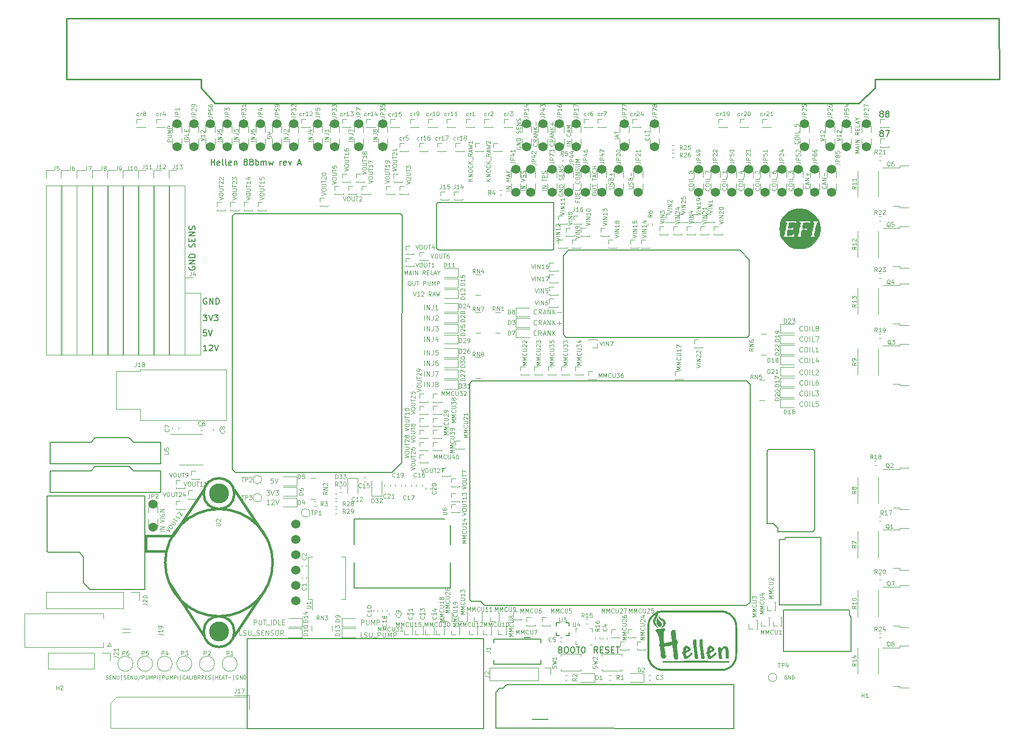
<source format=gto>
G04 #@! TF.GenerationSoftware,KiCad,Pcbnew,(5.99.0-11247-g3f6811f413)*
G04 #@! TF.CreationDate,2021-08-16T02:01:18+03:00*
G04 #@! TF.ProjectId,hellen88bmw,68656c6c-656e-4383-9862-6d772e6b6963,rev?*
G04 #@! TF.SameCoordinates,PX3d1b110PY9269338*
G04 #@! TF.FileFunction,Legend,Top*
G04 #@! TF.FilePolarity,Positive*
%FSLAX46Y46*%
G04 Gerber Fmt 4.6, Leading zero omitted, Abs format (unit mm)*
G04 Created by KiCad (PCBNEW (5.99.0-11247-g3f6811f413)) date 2021-08-16 02:01:18*
%MOMM*%
%LPD*%
G01*
G04 APERTURE LIST*
%ADD10C,0.150000*%
%ADD11C,0.120000*%
%ADD12C,0.100000*%
%ADD13C,0.249936*%
%ADD14C,0.099060*%
%ADD15C,0.203200*%
%ADD16C,0.200000*%
%ADD17C,0.127000*%
%ADD18C,0.002540*%
%ADD19C,0.381000*%
%ADD20C,1.524000*%
%ADD21C,3.302000*%
G04 APERTURE END LIST*
D10*
X91473619Y12820620D02*
X91140285Y13296810D01*
X90902190Y12820620D02*
X90902190Y13820620D01*
X91283142Y13820620D01*
X91378380Y13773000D01*
X91426000Y13725381D01*
X91473619Y13630143D01*
X91473619Y13487286D01*
X91426000Y13392048D01*
X91378380Y13344429D01*
X91283142Y13296810D01*
X90902190Y13296810D01*
X91902190Y13344429D02*
X92235523Y13344429D01*
X92378380Y12820620D02*
X91902190Y12820620D01*
X91902190Y13820620D01*
X92378380Y13820620D01*
X92759333Y12868239D02*
X92902190Y12820620D01*
X93140285Y12820620D01*
X93235523Y12868239D01*
X93283142Y12915858D01*
X93330761Y13011096D01*
X93330761Y13106334D01*
X93283142Y13201572D01*
X93235523Y13249191D01*
X93140285Y13296810D01*
X92949809Y13344429D01*
X92854571Y13392048D01*
X92806952Y13439667D01*
X92759333Y13534905D01*
X92759333Y13630143D01*
X92806952Y13725381D01*
X92854571Y13773000D01*
X92949809Y13820620D01*
X93187904Y13820620D01*
X93330761Y13773000D01*
X93759333Y13344429D02*
X94092666Y13344429D01*
X94235523Y12820620D02*
X93759333Y12820620D01*
X93759333Y13820620D01*
X94235523Y13820620D01*
X94521238Y13820620D02*
X95092666Y13820620D01*
X94806952Y12820620D02*
X94806952Y13820620D01*
X85342666Y13344429D02*
X85485523Y13296810D01*
X85533142Y13249191D01*
X85580761Y13153953D01*
X85580761Y13011096D01*
X85533142Y12915858D01*
X85485523Y12868239D01*
X85390285Y12820620D01*
X85009333Y12820620D01*
X85009333Y13820620D01*
X85342666Y13820620D01*
X85437904Y13773000D01*
X85485523Y13725381D01*
X85533142Y13630143D01*
X85533142Y13534905D01*
X85485523Y13439667D01*
X85437904Y13392048D01*
X85342666Y13344429D01*
X85009333Y13344429D01*
X86199809Y13820620D02*
X86390285Y13820620D01*
X86485523Y13773000D01*
X86580761Y13677762D01*
X86628380Y13487286D01*
X86628380Y13153953D01*
X86580761Y12963477D01*
X86485523Y12868239D01*
X86390285Y12820620D01*
X86199809Y12820620D01*
X86104571Y12868239D01*
X86009333Y12963477D01*
X85961714Y13153953D01*
X85961714Y13487286D01*
X86009333Y13677762D01*
X86104571Y13773000D01*
X86199809Y13820620D01*
X87247428Y13820620D02*
X87437904Y13820620D01*
X87533142Y13773000D01*
X87628380Y13677762D01*
X87676000Y13487286D01*
X87676000Y13153953D01*
X87628380Y12963477D01*
X87533142Y12868239D01*
X87437904Y12820620D01*
X87247428Y12820620D01*
X87152190Y12868239D01*
X87056952Y12963477D01*
X87009333Y13153953D01*
X87009333Y13487286D01*
X87056952Y13677762D01*
X87152190Y13773000D01*
X87247428Y13820620D01*
X87961714Y13820620D02*
X88533142Y13820620D01*
X88247428Y12820620D02*
X88247428Y13820620D01*
X89056952Y13820620D02*
X89152190Y13820620D01*
X89247428Y13773000D01*
X89295047Y13725381D01*
X89342666Y13630143D01*
X89390285Y13439667D01*
X89390285Y13201572D01*
X89342666Y13011096D01*
X89295047Y12915858D01*
X89247428Y12868239D01*
X89152190Y12820620D01*
X89056952Y12820620D01*
X88961714Y12868239D01*
X88914095Y12915858D01*
X88866476Y13011096D01*
X88818857Y13201572D01*
X88818857Y13439667D01*
X88866476Y13630143D01*
X88914095Y13725381D01*
X88961714Y13773000D01*
X89056952Y13820620D01*
X26209452Y68820620D02*
X26828500Y68820620D01*
X26495166Y68439667D01*
X26638023Y68439667D01*
X26733261Y68392048D01*
X26780880Y68344429D01*
X26828500Y68249191D01*
X26828500Y68011096D01*
X26780880Y67915858D01*
X26733261Y67868239D01*
X26638023Y67820620D01*
X26352309Y67820620D01*
X26257071Y67868239D01*
X26209452Y67915858D01*
X27114214Y68820620D02*
X27447547Y67820620D01*
X27780880Y68820620D01*
X28018976Y68820620D02*
X28638023Y68820620D01*
X28304690Y68439667D01*
X28447547Y68439667D01*
X28542785Y68392048D01*
X28590404Y68344429D01*
X28638023Y68249191D01*
X28638023Y68011096D01*
X28590404Y67915858D01*
X28542785Y67868239D01*
X28447547Y67820620D01*
X28161833Y67820620D01*
X28066595Y67868239D01*
X28018976Y67915858D01*
X26733261Y66320620D02*
X26257071Y66320620D01*
X26209452Y65844429D01*
X26257071Y65892048D01*
X26352309Y65939667D01*
X26590404Y65939667D01*
X26685642Y65892048D01*
X26733261Y65844429D01*
X26780880Y65749191D01*
X26780880Y65511096D01*
X26733261Y65415858D01*
X26685642Y65368239D01*
X26590404Y65320620D01*
X26352309Y65320620D01*
X26257071Y65368239D01*
X26209452Y65415858D01*
X27066595Y66320620D02*
X27399928Y65320620D01*
X27733261Y66320620D01*
X26828500Y62820620D02*
X26257071Y62820620D01*
X26542785Y62820620D02*
X26542785Y63820620D01*
X26447547Y63677762D01*
X26352309Y63582524D01*
X26257071Y63534905D01*
X27209452Y63725381D02*
X27257071Y63773000D01*
X27352309Y63820620D01*
X27590404Y63820620D01*
X27685642Y63773000D01*
X27733261Y63725381D01*
X27780880Y63630143D01*
X27780880Y63534905D01*
X27733261Y63392048D01*
X27161833Y62820620D01*
X27780880Y62820620D01*
X28066595Y63820620D02*
X28399928Y62820620D01*
X28733261Y63820620D01*
X23926000Y76770739D02*
X23878380Y76675500D01*
X23878380Y76532643D01*
X23926000Y76389786D01*
X24021238Y76294548D01*
X24116476Y76246929D01*
X24306952Y76199310D01*
X24449809Y76199310D01*
X24640285Y76246929D01*
X24735523Y76294548D01*
X24830761Y76389786D01*
X24878380Y76532643D01*
X24878380Y76627881D01*
X24830761Y76770739D01*
X24783142Y76818358D01*
X24449809Y76818358D01*
X24449809Y76627881D01*
X24878380Y77246929D02*
X23878380Y77246929D01*
X24878380Y77818358D01*
X23878380Y77818358D01*
X24878380Y78294548D02*
X23878380Y78294548D01*
X23878380Y78532643D01*
X23926000Y78675500D01*
X24021238Y78770739D01*
X24116476Y78818358D01*
X24306952Y78865977D01*
X24449809Y78865977D01*
X24640285Y78818358D01*
X24735523Y78770739D01*
X24830761Y78675500D01*
X24878380Y78532643D01*
X24878380Y78294548D01*
X24830761Y80008834D02*
X24878380Y80151691D01*
X24878380Y80389786D01*
X24830761Y80485024D01*
X24783142Y80532643D01*
X24687904Y80580262D01*
X24592666Y80580262D01*
X24497428Y80532643D01*
X24449809Y80485024D01*
X24402190Y80389786D01*
X24354571Y80199310D01*
X24306952Y80104072D01*
X24259333Y80056453D01*
X24164095Y80008834D01*
X24068857Y80008834D01*
X23973619Y80056453D01*
X23926000Y80104072D01*
X23878380Y80199310D01*
X23878380Y80437405D01*
X23926000Y80580262D01*
X24354571Y81008834D02*
X24354571Y81342167D01*
X24878380Y81485024D02*
X24878380Y81008834D01*
X23878380Y81008834D01*
X23878380Y81485024D01*
X24878380Y81913596D02*
X23878380Y81913596D01*
X24878380Y82485024D01*
X23878380Y82485024D01*
X24830761Y82913596D02*
X24878380Y83056453D01*
X24878380Y83294548D01*
X24830761Y83389786D01*
X24783142Y83437405D01*
X24687904Y83485024D01*
X24592666Y83485024D01*
X24497428Y83437405D01*
X24449809Y83389786D01*
X24402190Y83294548D01*
X24354571Y83104072D01*
X24306952Y83008834D01*
X24259333Y82961215D01*
X24164095Y82913596D01*
X24068857Y82913596D01*
X23973619Y82961215D01*
X23926000Y83008834D01*
X23878380Y83104072D01*
X23878380Y83342167D01*
X23926000Y83485024D01*
D11*
X62821238Y66161096D02*
X62821238Y66961096D01*
X63202190Y66161096D02*
X63202190Y66961096D01*
X63659333Y66161096D01*
X63659333Y66961096D01*
X64268857Y66961096D02*
X64268857Y66389667D01*
X64230761Y66275381D01*
X64154571Y66199191D01*
X64040285Y66161096D01*
X63964095Y66161096D01*
X64573619Y66961096D02*
X65068857Y66961096D01*
X64802190Y66656334D01*
X64916476Y66656334D01*
X64992666Y66618239D01*
X65030761Y66580143D01*
X65068857Y66503953D01*
X65068857Y66313477D01*
X65030761Y66237286D01*
X64992666Y66199191D01*
X64916476Y66161096D01*
X64687904Y66161096D01*
X64611714Y66199191D01*
X64573619Y66237286D01*
D10*
X138354571Y102142048D02*
X138259333Y102189667D01*
X138211714Y102237286D01*
X138164095Y102332524D01*
X138164095Y102380143D01*
X138211714Y102475381D01*
X138259333Y102523000D01*
X138354571Y102570620D01*
X138545047Y102570620D01*
X138640285Y102523000D01*
X138687904Y102475381D01*
X138735523Y102380143D01*
X138735523Y102332524D01*
X138687904Y102237286D01*
X138640285Y102189667D01*
X138545047Y102142048D01*
X138354571Y102142048D01*
X138259333Y102094429D01*
X138211714Y102046810D01*
X138164095Y101951572D01*
X138164095Y101761096D01*
X138211714Y101665858D01*
X138259333Y101618239D01*
X138354571Y101570620D01*
X138545047Y101570620D01*
X138640285Y101618239D01*
X138687904Y101665858D01*
X138735523Y101761096D01*
X138735523Y101951572D01*
X138687904Y102046810D01*
X138640285Y102094429D01*
X138545047Y102142048D01*
X139306952Y102142048D02*
X139211714Y102189667D01*
X139164095Y102237286D01*
X139116476Y102332524D01*
X139116476Y102380143D01*
X139164095Y102475381D01*
X139211714Y102523000D01*
X139306952Y102570620D01*
X139497428Y102570620D01*
X139592666Y102523000D01*
X139640285Y102475381D01*
X139687904Y102380143D01*
X139687904Y102332524D01*
X139640285Y102237286D01*
X139592666Y102189667D01*
X139497428Y102142048D01*
X139306952Y102142048D01*
X139211714Y102094429D01*
X139164095Y102046810D01*
X139116476Y101951572D01*
X139116476Y101761096D01*
X139164095Y101665858D01*
X139211714Y101618239D01*
X139306952Y101570620D01*
X139497428Y101570620D01*
X139592666Y101618239D01*
X139640285Y101665858D01*
X139687904Y101761096D01*
X139687904Y101951572D01*
X139640285Y102046810D01*
X139592666Y102094429D01*
X139497428Y102142048D01*
D11*
X34598750Y17511560D02*
X34598750Y18311560D01*
X34903512Y18311560D01*
X34979702Y18273464D01*
X35017797Y18235369D01*
X35055893Y18159179D01*
X35055893Y18044893D01*
X35017797Y17968703D01*
X34979702Y17930607D01*
X34903512Y17892512D01*
X34598750Y17892512D01*
X35398750Y18311560D02*
X35398750Y17663941D01*
X35436845Y17587750D01*
X35474940Y17549655D01*
X35551131Y17511560D01*
X35703512Y17511560D01*
X35779702Y17549655D01*
X35817797Y17587750D01*
X35855893Y17663941D01*
X35855893Y18311560D01*
X36122559Y18311560D02*
X36579702Y18311560D01*
X36351131Y17511560D02*
X36351131Y18311560D01*
X36655893Y17435369D02*
X37265416Y17435369D01*
X37455893Y17511560D02*
X37455893Y18311560D01*
X37836845Y17511560D02*
X37836845Y18311560D01*
X38027321Y18311560D01*
X38141607Y18273464D01*
X38217797Y18197274D01*
X38255893Y18121084D01*
X38293988Y17968703D01*
X38293988Y17854417D01*
X38255893Y17702036D01*
X38217797Y17625845D01*
X38141607Y17549655D01*
X38027321Y17511560D01*
X37836845Y17511560D01*
X39017797Y17511560D02*
X38636845Y17511560D01*
X38636845Y18311560D01*
X39284464Y17930607D02*
X39551131Y17930607D01*
X39665416Y17511560D02*
X39284464Y17511560D01*
X39284464Y18311560D01*
X39665416Y18311560D01*
X37773619Y41711096D02*
X37392666Y41711096D01*
X37354571Y41330143D01*
X37392666Y41368239D01*
X37468857Y41406334D01*
X37659333Y41406334D01*
X37735523Y41368239D01*
X37773619Y41330143D01*
X37811714Y41253953D01*
X37811714Y41063477D01*
X37773619Y40987286D01*
X37735523Y40949191D01*
X37659333Y40911096D01*
X37468857Y40911096D01*
X37392666Y40949191D01*
X37354571Y40987286D01*
X38040285Y41711096D02*
X38306952Y40911096D01*
X38573619Y41711096D01*
D12*
X93292666Y89706334D02*
X93859333Y89706334D01*
X93926000Y89739667D01*
X93959333Y89773000D01*
X93992666Y89839667D01*
X93992666Y89973000D01*
X93959333Y90039667D01*
X93926000Y90073000D01*
X93859333Y90106334D01*
X93292666Y90106334D01*
X93959333Y90406334D02*
X93992666Y90506334D01*
X93992666Y90673000D01*
X93959333Y90739667D01*
X93926000Y90773000D01*
X93859333Y90806334D01*
X93792666Y90806334D01*
X93726000Y90773000D01*
X93692666Y90739667D01*
X93659333Y90673000D01*
X93626000Y90539667D01*
X93592666Y90473000D01*
X93559333Y90439667D01*
X93492666Y90406334D01*
X93426000Y90406334D01*
X93359333Y90439667D01*
X93326000Y90473000D01*
X93292666Y90539667D01*
X93292666Y90706334D01*
X93326000Y90806334D01*
X93626000Y91339667D02*
X93659333Y91439667D01*
X93692666Y91473000D01*
X93759333Y91506334D01*
X93859333Y91506334D01*
X93926000Y91473000D01*
X93959333Y91439667D01*
X93992666Y91373000D01*
X93992666Y91106334D01*
X93292666Y91106334D01*
X93292666Y91339667D01*
X93326000Y91406334D01*
X93359333Y91439667D01*
X93426000Y91473000D01*
X93492666Y91473000D01*
X93559333Y91439667D01*
X93592666Y91406334D01*
X93626000Y91339667D01*
X93626000Y91106334D01*
X93726000Y91806334D02*
X93726000Y92339667D01*
X93992666Y92073000D02*
X93459333Y92073000D01*
X99926000Y98189667D02*
X99959333Y98156334D01*
X99992666Y98056334D01*
X99992666Y97989667D01*
X99959333Y97889667D01*
X99892666Y97823000D01*
X99826000Y97789667D01*
X99692666Y97756334D01*
X99592666Y97756334D01*
X99459333Y97789667D01*
X99392666Y97823000D01*
X99326000Y97889667D01*
X99292666Y97989667D01*
X99292666Y98056334D01*
X99326000Y98156334D01*
X99359333Y98189667D01*
X99992666Y98823000D02*
X99992666Y98489667D01*
X99292666Y98489667D01*
X99292666Y98956334D02*
X99292666Y99356334D01*
X99992666Y99156334D02*
X99292666Y99156334D01*
D11*
X52377321Y17511560D02*
X52377321Y18311560D01*
X52682083Y18311560D01*
X52758274Y18273464D01*
X52796369Y18235369D01*
X52834464Y18159179D01*
X52834464Y18044893D01*
X52796369Y17968703D01*
X52758274Y17930607D01*
X52682083Y17892512D01*
X52377321Y17892512D01*
X53177321Y18311560D02*
X53177321Y17663941D01*
X53215416Y17587750D01*
X53253512Y17549655D01*
X53329702Y17511560D01*
X53482083Y17511560D01*
X53558274Y17549655D01*
X53596369Y17587750D01*
X53634464Y17663941D01*
X53634464Y18311560D01*
X54015416Y17511560D02*
X54015416Y18311560D01*
X54282083Y17740131D01*
X54548750Y18311560D01*
X54548750Y17511560D01*
X54929702Y17511560D02*
X54929702Y18311560D01*
X55234464Y18311560D01*
X55310655Y18273464D01*
X55348750Y18235369D01*
X55386845Y18159179D01*
X55386845Y18044893D01*
X55348750Y17968703D01*
X55310655Y17930607D01*
X55234464Y17892512D01*
X54929702Y17892512D01*
D12*
X128292666Y97623000D02*
X128992666Y97856334D01*
X128292666Y98089667D01*
X128992666Y98689667D02*
X128992666Y98289667D01*
X128992666Y98489667D02*
X128292666Y98489667D01*
X128392666Y98423000D01*
X128459333Y98356334D01*
X128492666Y98289667D01*
X128359333Y98956334D02*
X128326000Y98989667D01*
X128292666Y99056334D01*
X128292666Y99223000D01*
X128326000Y99289667D01*
X128359333Y99323000D01*
X128426000Y99356334D01*
X128492666Y99356334D01*
X128592666Y99323000D01*
X128992666Y98923000D01*
X128992666Y99356334D01*
D11*
X60242666Y74406334D02*
X60376000Y74406334D01*
X60442666Y74373000D01*
X60509333Y74306334D01*
X60542666Y74173000D01*
X60542666Y73939667D01*
X60509333Y73806334D01*
X60442666Y73739667D01*
X60376000Y73706334D01*
X60242666Y73706334D01*
X60176000Y73739667D01*
X60109333Y73806334D01*
X60076000Y73939667D01*
X60076000Y74173000D01*
X60109333Y74306334D01*
X60176000Y74373000D01*
X60242666Y74406334D01*
X60842666Y74406334D02*
X60842666Y73839667D01*
X60876000Y73773000D01*
X60909333Y73739667D01*
X60976000Y73706334D01*
X61109333Y73706334D01*
X61176000Y73739667D01*
X61209333Y73773000D01*
X61242666Y73839667D01*
X61242666Y74406334D01*
X61476000Y74406334D02*
X61876000Y74406334D01*
X61676000Y73706334D02*
X61676000Y74406334D01*
X62642666Y73706334D02*
X62642666Y74406334D01*
X62909333Y74406334D01*
X62976000Y74373000D01*
X63009333Y74339667D01*
X63042666Y74273000D01*
X63042666Y74173000D01*
X63009333Y74106334D01*
X62976000Y74073000D01*
X62909333Y74039667D01*
X62642666Y74039667D01*
X63342666Y74406334D02*
X63342666Y73839667D01*
X63376000Y73773000D01*
X63409333Y73739667D01*
X63476000Y73706334D01*
X63609333Y73706334D01*
X63676000Y73739667D01*
X63709333Y73773000D01*
X63742666Y73839667D01*
X63742666Y74406334D01*
X64076000Y73706334D02*
X64076000Y74406334D01*
X64309333Y73906334D01*
X64542666Y74406334D01*
X64542666Y73706334D01*
X64876000Y73706334D02*
X64876000Y74406334D01*
X65142666Y74406334D01*
X65209333Y74373000D01*
X65242666Y74339667D01*
X65276000Y74273000D01*
X65276000Y74173000D01*
X65242666Y74106334D01*
X65209333Y74073000D01*
X65142666Y74039667D01*
X64876000Y74039667D01*
D12*
X34742666Y97556334D02*
X34042666Y97556334D01*
X34742666Y97889667D02*
X34042666Y97889667D01*
X34742666Y98289667D01*
X34042666Y98289667D01*
X34042666Y98823000D02*
X34542666Y98823000D01*
X34642666Y98789667D01*
X34709333Y98723000D01*
X34742666Y98623000D01*
X34742666Y98556334D01*
X34042666Y99456334D02*
X34042666Y99323000D01*
X34076000Y99256334D01*
X34109333Y99223000D01*
X34209333Y99156334D01*
X34342666Y99123000D01*
X34609333Y99123000D01*
X34676000Y99156334D01*
X34709333Y99189667D01*
X34742666Y99256334D01*
X34742666Y99389667D01*
X34709333Y99456334D01*
X34676000Y99489667D01*
X34609333Y99523000D01*
X34442666Y99523000D01*
X34376000Y99489667D01*
X34342666Y99456334D01*
X34309333Y99389667D01*
X34309333Y99256334D01*
X34342666Y99189667D01*
X34376000Y99156334D01*
X34442666Y99123000D01*
X76992666Y89389667D02*
X76292666Y89389667D01*
X76992666Y89723000D02*
X76292666Y89723000D01*
X76992666Y90123000D01*
X76292666Y90123000D01*
X76992666Y90989667D02*
X76292666Y90989667D01*
X76792666Y91223000D01*
X76292666Y91456334D01*
X76992666Y91456334D01*
X76792666Y91756334D02*
X76792666Y92089667D01*
X76992666Y91689667D02*
X76292666Y91923000D01*
X76992666Y92156334D01*
X76626000Y92623000D02*
X76626000Y92389667D01*
X76992666Y92389667D02*
X76292666Y92389667D01*
X76292666Y92723000D01*
D11*
X125359333Y66237286D02*
X125321238Y66199191D01*
X125206952Y66161096D01*
X125130761Y66161096D01*
X125016476Y66199191D01*
X124940285Y66275381D01*
X124902190Y66351572D01*
X124864095Y66503953D01*
X124864095Y66618239D01*
X124902190Y66770620D01*
X124940285Y66846810D01*
X125016476Y66923000D01*
X125130761Y66961096D01*
X125206952Y66961096D01*
X125321238Y66923000D01*
X125359333Y66884905D01*
X125854571Y66961096D02*
X126006952Y66961096D01*
X126083142Y66923000D01*
X126159333Y66846810D01*
X126197428Y66694429D01*
X126197428Y66427762D01*
X126159333Y66275381D01*
X126083142Y66199191D01*
X126006952Y66161096D01*
X125854571Y66161096D01*
X125778380Y66199191D01*
X125702190Y66275381D01*
X125664095Y66427762D01*
X125664095Y66694429D01*
X125702190Y66846810D01*
X125778380Y66923000D01*
X125854571Y66961096D01*
X126540285Y66161096D02*
X126540285Y66961096D01*
X127302190Y66161096D02*
X126921238Y66161096D01*
X126921238Y66961096D01*
X127683142Y66618239D02*
X127606952Y66656334D01*
X127568857Y66694429D01*
X127530761Y66770620D01*
X127530761Y66808715D01*
X127568857Y66884905D01*
X127606952Y66923000D01*
X127683142Y66961096D01*
X127835523Y66961096D01*
X127911714Y66923000D01*
X127949809Y66884905D01*
X127987904Y66808715D01*
X127987904Y66770620D01*
X127949809Y66694429D01*
X127911714Y66656334D01*
X127835523Y66618239D01*
X127683142Y66618239D01*
X127606952Y66580143D01*
X127568857Y66542048D01*
X127530761Y66465858D01*
X127530761Y66313477D01*
X127568857Y66237286D01*
X127606952Y66199191D01*
X127683142Y66161096D01*
X127835523Y66161096D01*
X127911714Y66199191D01*
X127949809Y66237286D01*
X127987904Y66313477D01*
X127987904Y66465858D01*
X127949809Y66542048D01*
X127911714Y66580143D01*
X127835523Y66618239D01*
D12*
X122718857Y9073000D02*
X122661714Y9101572D01*
X122576000Y9101572D01*
X122490285Y9073000D01*
X122433142Y9015858D01*
X122404571Y8958715D01*
X122376000Y8844429D01*
X122376000Y8758715D01*
X122404571Y8644429D01*
X122433142Y8587286D01*
X122490285Y8530143D01*
X122576000Y8501572D01*
X122633142Y8501572D01*
X122718857Y8530143D01*
X122747428Y8558715D01*
X122747428Y8758715D01*
X122633142Y8758715D01*
X123004571Y8501572D02*
X123004571Y9101572D01*
X123347428Y8501572D01*
X123347428Y9101572D01*
X123633142Y8501572D02*
X123633142Y9101572D01*
X123776000Y9101572D01*
X123861714Y9073000D01*
X123918857Y9015858D01*
X123947428Y8958715D01*
X123976000Y8844429D01*
X123976000Y8758715D01*
X123947428Y8644429D01*
X123918857Y8587286D01*
X123861714Y8530143D01*
X123776000Y8501572D01*
X123633142Y8501572D01*
X118176000Y89823000D02*
X118209333Y89789667D01*
X118242666Y89689667D01*
X118242666Y89623000D01*
X118209333Y89523000D01*
X118142666Y89456334D01*
X118076000Y89423000D01*
X117942666Y89389667D01*
X117842666Y89389667D01*
X117709333Y89423000D01*
X117642666Y89456334D01*
X117576000Y89523000D01*
X117542666Y89623000D01*
X117542666Y89689667D01*
X117576000Y89789667D01*
X117609333Y89823000D01*
X117542666Y90256334D02*
X117542666Y90389667D01*
X117576000Y90456334D01*
X117642666Y90523000D01*
X117776000Y90556334D01*
X118009333Y90556334D01*
X118142666Y90523000D01*
X118209333Y90456334D01*
X118242666Y90389667D01*
X118242666Y90256334D01*
X118209333Y90189667D01*
X118142666Y90123000D01*
X118009333Y90089667D01*
X117776000Y90089667D01*
X117642666Y90123000D01*
X117576000Y90189667D01*
X117542666Y90256334D01*
X118242666Y90856334D02*
X117542666Y90856334D01*
X118242666Y91523000D02*
X118242666Y91189667D01*
X117542666Y91189667D01*
X117609333Y92256334D02*
X117576000Y92289667D01*
X117542666Y92356334D01*
X117542666Y92523000D01*
X117576000Y92589667D01*
X117609333Y92623000D01*
X117676000Y92656334D01*
X117742666Y92656334D01*
X117842666Y92623000D01*
X118242666Y92223000D01*
X118242666Y92656334D01*
D11*
X62821238Y60411096D02*
X62821238Y61211096D01*
X63202190Y60411096D02*
X63202190Y61211096D01*
X63659333Y60411096D01*
X63659333Y61211096D01*
X64268857Y61211096D02*
X64268857Y60639667D01*
X64230761Y60525381D01*
X64154571Y60449191D01*
X64040285Y60411096D01*
X63964095Y60411096D01*
X64992666Y61211096D02*
X64840285Y61211096D01*
X64764095Y61173000D01*
X64726000Y61134905D01*
X64649809Y61020620D01*
X64611714Y60868239D01*
X64611714Y60563477D01*
X64649809Y60487286D01*
X64687904Y60449191D01*
X64764095Y60411096D01*
X64916476Y60411096D01*
X64992666Y60449191D01*
X65030761Y60487286D01*
X65068857Y60563477D01*
X65068857Y60753953D01*
X65030761Y60830143D01*
X64992666Y60868239D01*
X64916476Y60906334D01*
X64764095Y60906334D01*
X64687904Y60868239D01*
X64649809Y60830143D01*
X64611714Y60753953D01*
D12*
X123676000Y89823000D02*
X123709333Y89789667D01*
X123742666Y89689667D01*
X123742666Y89623000D01*
X123709333Y89523000D01*
X123642666Y89456334D01*
X123576000Y89423000D01*
X123442666Y89389667D01*
X123342666Y89389667D01*
X123209333Y89423000D01*
X123142666Y89456334D01*
X123076000Y89523000D01*
X123042666Y89623000D01*
X123042666Y89689667D01*
X123076000Y89789667D01*
X123109333Y89823000D01*
X123042666Y90256334D02*
X123042666Y90389667D01*
X123076000Y90456334D01*
X123142666Y90523000D01*
X123276000Y90556334D01*
X123509333Y90556334D01*
X123642666Y90523000D01*
X123709333Y90456334D01*
X123742666Y90389667D01*
X123742666Y90256334D01*
X123709333Y90189667D01*
X123642666Y90123000D01*
X123509333Y90089667D01*
X123276000Y90089667D01*
X123142666Y90123000D01*
X123076000Y90189667D01*
X123042666Y90256334D01*
X123742666Y90856334D02*
X123042666Y90856334D01*
X123742666Y91523000D02*
X123742666Y91189667D01*
X123042666Y91189667D01*
X123042666Y92223000D02*
X123042666Y92656334D01*
X123309333Y92423000D01*
X123309333Y92523000D01*
X123342666Y92589667D01*
X123376000Y92623000D01*
X123442666Y92656334D01*
X123609333Y92656334D01*
X123676000Y92623000D01*
X123709333Y92589667D01*
X123742666Y92523000D01*
X123742666Y92323000D01*
X123709333Y92256334D01*
X123676000Y92223000D01*
X96542666Y89706334D02*
X97109333Y89706334D01*
X97176000Y89739667D01*
X97209333Y89773000D01*
X97242666Y89839667D01*
X97242666Y89973000D01*
X97209333Y90039667D01*
X97176000Y90073000D01*
X97109333Y90106334D01*
X96542666Y90106334D01*
X97209333Y90406334D02*
X97242666Y90506334D01*
X97242666Y90673000D01*
X97209333Y90739667D01*
X97176000Y90773000D01*
X97109333Y90806334D01*
X97042666Y90806334D01*
X96976000Y90773000D01*
X96942666Y90739667D01*
X96909333Y90673000D01*
X96876000Y90539667D01*
X96842666Y90473000D01*
X96809333Y90439667D01*
X96742666Y90406334D01*
X96676000Y90406334D01*
X96609333Y90439667D01*
X96576000Y90473000D01*
X96542666Y90539667D01*
X96542666Y90706334D01*
X96576000Y90806334D01*
X96876000Y91339667D02*
X96909333Y91439667D01*
X96942666Y91473000D01*
X97009333Y91506334D01*
X97109333Y91506334D01*
X97176000Y91473000D01*
X97209333Y91439667D01*
X97242666Y91373000D01*
X97242666Y91106334D01*
X96542666Y91106334D01*
X96542666Y91339667D01*
X96576000Y91406334D01*
X96609333Y91439667D01*
X96676000Y91473000D01*
X96742666Y91473000D01*
X96809333Y91439667D01*
X96842666Y91406334D01*
X96876000Y91339667D01*
X96876000Y91106334D01*
X96976000Y91806334D02*
X96976000Y92339667D01*
X131042666Y97623000D02*
X131742666Y97856334D01*
X131042666Y98089667D01*
X131742666Y98689667D02*
X131742666Y98289667D01*
X131742666Y98489667D02*
X131042666Y98489667D01*
X131142666Y98423000D01*
X131209333Y98356334D01*
X131242666Y98289667D01*
X131109333Y98956334D02*
X131076000Y98989667D01*
X131042666Y99056334D01*
X131042666Y99223000D01*
X131076000Y99289667D01*
X131109333Y99323000D01*
X131176000Y99356334D01*
X131242666Y99356334D01*
X131342666Y99323000D01*
X131742666Y98923000D01*
X131742666Y99356334D01*
X20992666Y97473000D02*
X20292666Y97473000D01*
X20292666Y97739667D01*
X20326000Y97806334D01*
X20359333Y97839667D01*
X20426000Y97873000D01*
X20526000Y97873000D01*
X20592666Y97839667D01*
X20626000Y97806334D01*
X20659333Y97739667D01*
X20659333Y97473000D01*
X20292666Y98173000D02*
X20859333Y98173000D01*
X20926000Y98206334D01*
X20959333Y98239667D01*
X20992666Y98306334D01*
X20992666Y98439667D01*
X20959333Y98506334D01*
X20926000Y98539667D01*
X20859333Y98573000D01*
X20292666Y98573000D01*
X20992666Y98906334D02*
X20292666Y98906334D01*
X20792666Y99139667D01*
X20292666Y99373000D01*
X20992666Y99373000D01*
X20992666Y99706334D02*
X20292666Y99706334D01*
X20292666Y99973000D01*
X20326000Y100039667D01*
X20359333Y100073000D01*
X20426000Y100106334D01*
X20526000Y100106334D01*
X20592666Y100073000D01*
X20626000Y100039667D01*
X20659333Y99973000D01*
X20659333Y99706334D01*
D11*
X36685523Y39711096D02*
X37180761Y39711096D01*
X36914095Y39406334D01*
X37028380Y39406334D01*
X37104571Y39368239D01*
X37142666Y39330143D01*
X37180761Y39253953D01*
X37180761Y39063477D01*
X37142666Y38987286D01*
X37104571Y38949191D01*
X37028380Y38911096D01*
X36799809Y38911096D01*
X36723619Y38949191D01*
X36685523Y38987286D01*
X37409333Y39711096D02*
X37676000Y38911096D01*
X37942666Y39711096D01*
X38133142Y39711096D02*
X38628380Y39711096D01*
X38361714Y39406334D01*
X38476000Y39406334D01*
X38552190Y39368239D01*
X38590285Y39330143D01*
X38628380Y39253953D01*
X38628380Y39063477D01*
X38590285Y38987286D01*
X38552190Y38949191D01*
X38476000Y38911096D01*
X38247428Y38911096D01*
X38171238Y38949191D01*
X38133142Y38987286D01*
D12*
X120926000Y89823000D02*
X120959333Y89789667D01*
X120992666Y89689667D01*
X120992666Y89623000D01*
X120959333Y89523000D01*
X120892666Y89456334D01*
X120826000Y89423000D01*
X120692666Y89389667D01*
X120592666Y89389667D01*
X120459333Y89423000D01*
X120392666Y89456334D01*
X120326000Y89523000D01*
X120292666Y89623000D01*
X120292666Y89689667D01*
X120326000Y89789667D01*
X120359333Y89823000D01*
X120292666Y90256334D02*
X120292666Y90389667D01*
X120326000Y90456334D01*
X120392666Y90523000D01*
X120526000Y90556334D01*
X120759333Y90556334D01*
X120892666Y90523000D01*
X120959333Y90456334D01*
X120992666Y90389667D01*
X120992666Y90256334D01*
X120959333Y90189667D01*
X120892666Y90123000D01*
X120759333Y90089667D01*
X120526000Y90089667D01*
X120392666Y90123000D01*
X120326000Y90189667D01*
X120292666Y90256334D01*
X120992666Y90856334D02*
X120292666Y90856334D01*
X120992666Y91523000D02*
X120992666Y91189667D01*
X120292666Y91189667D01*
X120292666Y92589667D02*
X120292666Y92456334D01*
X120326000Y92389667D01*
X120359333Y92356334D01*
X120459333Y92289667D01*
X120592666Y92256334D01*
X120859333Y92256334D01*
X120926000Y92289667D01*
X120959333Y92323000D01*
X120992666Y92389667D01*
X120992666Y92523000D01*
X120959333Y92589667D01*
X120926000Y92623000D01*
X120859333Y92656334D01*
X120692666Y92656334D01*
X120626000Y92623000D01*
X120592666Y92589667D01*
X120559333Y92523000D01*
X120559333Y92389667D01*
X120592666Y92323000D01*
X120626000Y92289667D01*
X120692666Y92256334D01*
D11*
X62821238Y69661096D02*
X62821238Y70461096D01*
X63202190Y69661096D02*
X63202190Y70461096D01*
X63659333Y69661096D01*
X63659333Y70461096D01*
X64268857Y70461096D02*
X64268857Y69889667D01*
X64230761Y69775381D01*
X64154571Y69699191D01*
X64040285Y69661096D01*
X63964095Y69661096D01*
X65068857Y69661096D02*
X64611714Y69661096D01*
X64840285Y69661096D02*
X64840285Y70461096D01*
X64764095Y70346810D01*
X64687904Y70270620D01*
X64611714Y70232524D01*
X52642666Y15411096D02*
X52261714Y15411096D01*
X52261714Y16211096D01*
X52871238Y15449191D02*
X52985523Y15411096D01*
X53176000Y15411096D01*
X53252190Y15449191D01*
X53290285Y15487286D01*
X53328380Y15563477D01*
X53328380Y15639667D01*
X53290285Y15715858D01*
X53252190Y15753953D01*
X53176000Y15792048D01*
X53023619Y15830143D01*
X52947428Y15868239D01*
X52909333Y15906334D01*
X52871238Y15982524D01*
X52871238Y16058715D01*
X52909333Y16134905D01*
X52947428Y16173000D01*
X53023619Y16211096D01*
X53214095Y16211096D01*
X53328380Y16173000D01*
X53671238Y16211096D02*
X53671238Y15563477D01*
X53709333Y15487286D01*
X53747428Y15449191D01*
X53823619Y15411096D01*
X53976000Y15411096D01*
X54052190Y15449191D01*
X54090285Y15487286D01*
X54128380Y15563477D01*
X54128380Y16211096D01*
X54318857Y15334905D02*
X54928380Y15334905D01*
X55118857Y15411096D02*
X55118857Y16211096D01*
X55423619Y16211096D01*
X55499809Y16173000D01*
X55537904Y16134905D01*
X55576000Y16058715D01*
X55576000Y15944429D01*
X55537904Y15868239D01*
X55499809Y15830143D01*
X55423619Y15792048D01*
X55118857Y15792048D01*
X55918857Y16211096D02*
X55918857Y15563477D01*
X55956952Y15487286D01*
X55995047Y15449191D01*
X56071238Y15411096D01*
X56223619Y15411096D01*
X56299809Y15449191D01*
X56337904Y15487286D01*
X56376000Y15563477D01*
X56376000Y16211096D01*
X56756952Y15411096D02*
X56756952Y16211096D01*
X57023619Y15639667D01*
X57290285Y16211096D01*
X57290285Y15411096D01*
X57671238Y15411096D02*
X57671238Y16211096D01*
X57976000Y16211096D01*
X58052190Y16173000D01*
X58090285Y16134905D01*
X58128380Y16058715D01*
X58128380Y15944429D01*
X58090285Y15868239D01*
X58052190Y15830143D01*
X57976000Y15792048D01*
X57671238Y15792048D01*
D12*
X94992666Y97956334D02*
X94292666Y97956334D01*
X94792666Y98256334D02*
X94792666Y98589667D01*
X94992666Y98189667D02*
X94292666Y98423000D01*
X94992666Y98656334D01*
X94292666Y98789667D02*
X94292666Y99189667D01*
X94992666Y98989667D02*
X94292666Y98989667D01*
X90542666Y88773000D02*
X90542666Y88906334D01*
X90576000Y88973000D01*
X90642666Y89039667D01*
X90776000Y89073000D01*
X91009333Y89073000D01*
X91142666Y89039667D01*
X91209333Y88973000D01*
X91242666Y88906334D01*
X91242666Y88773000D01*
X91209333Y88706334D01*
X91142666Y88639667D01*
X91009333Y88606334D01*
X90776000Y88606334D01*
X90642666Y88639667D01*
X90576000Y88706334D01*
X90542666Y88773000D01*
X90542666Y89373000D02*
X91109333Y89373000D01*
X91176000Y89406334D01*
X91209333Y89439667D01*
X91242666Y89506334D01*
X91242666Y89639667D01*
X91209333Y89706334D01*
X91176000Y89739667D01*
X91109333Y89773000D01*
X90542666Y89773000D01*
X90542666Y90006334D02*
X90542666Y90406334D01*
X91242666Y90206334D02*
X90542666Y90206334D01*
X90542666Y91073000D02*
X90542666Y91473000D01*
X91242666Y91273000D02*
X90542666Y91273000D01*
X91042666Y91673000D02*
X91042666Y92006334D01*
X91242666Y91606334D02*
X90542666Y91839667D01*
X91242666Y92073000D01*
X91176000Y92706334D02*
X91209333Y92673000D01*
X91242666Y92573000D01*
X91242666Y92506334D01*
X91209333Y92406334D01*
X91142666Y92339667D01*
X91076000Y92306334D01*
X90942666Y92273000D01*
X90842666Y92273000D01*
X90709333Y92306334D01*
X90642666Y92339667D01*
X90576000Y92406334D01*
X90542666Y92506334D01*
X90542666Y92573000D01*
X90576000Y92673000D01*
X90609333Y92706334D01*
X91242666Y93006334D02*
X90542666Y93006334D01*
X90876000Y93006334D02*
X90876000Y93406334D01*
X91242666Y93406334D02*
X90542666Y93406334D01*
D11*
X60959333Y72656334D02*
X61192666Y71956334D01*
X61426000Y72656334D01*
X62026000Y71956334D02*
X61626000Y71956334D01*
X61826000Y71956334D02*
X61826000Y72656334D01*
X61759333Y72556334D01*
X61692666Y72489667D01*
X61626000Y72456334D01*
X62292666Y72589667D02*
X62326000Y72623000D01*
X62392666Y72656334D01*
X62559333Y72656334D01*
X62626000Y72623000D01*
X62659333Y72589667D01*
X62692666Y72523000D01*
X62692666Y72456334D01*
X62659333Y72356334D01*
X62259333Y71956334D01*
X62692666Y71956334D01*
X63926000Y71956334D02*
X63692666Y72289667D01*
X63526000Y71956334D02*
X63526000Y72656334D01*
X63792666Y72656334D01*
X63859333Y72623000D01*
X63892666Y72589667D01*
X63926000Y72523000D01*
X63926000Y72423000D01*
X63892666Y72356334D01*
X63859333Y72323000D01*
X63792666Y72289667D01*
X63526000Y72289667D01*
X64192666Y72156334D02*
X64526000Y72156334D01*
X64126000Y71956334D02*
X64359333Y72656334D01*
X64592666Y71956334D01*
X64759333Y72656334D02*
X64926000Y71956334D01*
X65059333Y72456334D01*
X65192666Y71956334D01*
X65359333Y72656334D01*
D10*
X26792785Y71523000D02*
X26697547Y71570620D01*
X26554690Y71570620D01*
X26411833Y71523000D01*
X26316595Y71427762D01*
X26268976Y71332524D01*
X26221357Y71142048D01*
X26221357Y70999191D01*
X26268976Y70808715D01*
X26316595Y70713477D01*
X26411833Y70618239D01*
X26554690Y70570620D01*
X26649928Y70570620D01*
X26792785Y70618239D01*
X26840404Y70665858D01*
X26840404Y70999191D01*
X26649928Y70999191D01*
X27268976Y70570620D02*
X27268976Y71570620D01*
X27840404Y70570620D01*
X27840404Y71570620D01*
X28316595Y70570620D02*
X28316595Y71570620D01*
X28554690Y71570620D01*
X28697547Y71523000D01*
X28792785Y71427762D01*
X28840404Y71332524D01*
X28888023Y71142048D01*
X28888023Y70999191D01*
X28840404Y70808715D01*
X28792785Y70713477D01*
X28697547Y70618239D01*
X28554690Y70570620D01*
X28316595Y70570620D01*
D12*
X54992666Y97556334D02*
X54292666Y97556334D01*
X54992666Y97889667D02*
X54292666Y97889667D01*
X54992666Y98289667D01*
X54292666Y98289667D01*
X54292666Y98823000D02*
X54792666Y98823000D01*
X54892666Y98789667D01*
X54959333Y98723000D01*
X54992666Y98623000D01*
X54992666Y98556334D01*
X54592666Y99256334D02*
X54559333Y99189667D01*
X54526000Y99156334D01*
X54459333Y99123000D01*
X54426000Y99123000D01*
X54359333Y99156334D01*
X54326000Y99189667D01*
X54292666Y99256334D01*
X54292666Y99389667D01*
X54326000Y99456334D01*
X54359333Y99489667D01*
X54426000Y99523000D01*
X54459333Y99523000D01*
X54526000Y99489667D01*
X54559333Y99456334D01*
X54592666Y99389667D01*
X54592666Y99256334D01*
X54626000Y99189667D01*
X54659333Y99156334D01*
X54726000Y99123000D01*
X54859333Y99123000D01*
X54926000Y99156334D01*
X54959333Y99189667D01*
X54992666Y99256334D01*
X54992666Y99389667D01*
X54959333Y99456334D01*
X54926000Y99489667D01*
X54859333Y99523000D01*
X54726000Y99523000D01*
X54659333Y99489667D01*
X54626000Y99456334D01*
X54592666Y99389667D01*
X25792666Y97623000D02*
X26492666Y97856334D01*
X25792666Y98089667D01*
X26492666Y98689667D02*
X26492666Y98289667D01*
X26492666Y98489667D02*
X25792666Y98489667D01*
X25892666Y98423000D01*
X25959333Y98356334D01*
X25992666Y98289667D01*
X25859333Y98956334D02*
X25826000Y98989667D01*
X25792666Y99056334D01*
X25792666Y99223000D01*
X25826000Y99289667D01*
X25859333Y99323000D01*
X25926000Y99356334D01*
X25992666Y99356334D01*
X26092666Y99323000D01*
X26492666Y98923000D01*
X26492666Y99356334D01*
X31992666Y97556334D02*
X31292666Y97556334D01*
X31992666Y97889667D02*
X31292666Y97889667D01*
X31992666Y98289667D01*
X31292666Y98289667D01*
X31292666Y98823000D02*
X31792666Y98823000D01*
X31892666Y98789667D01*
X31959333Y98723000D01*
X31992666Y98623000D01*
X31992666Y98556334D01*
X31292666Y99089667D02*
X31292666Y99523000D01*
X31559333Y99289667D01*
X31559333Y99389667D01*
X31592666Y99456334D01*
X31626000Y99489667D01*
X31692666Y99523000D01*
X31859333Y99523000D01*
X31926000Y99489667D01*
X31959333Y99456334D01*
X31992666Y99389667D01*
X31992666Y99189667D01*
X31959333Y99123000D01*
X31926000Y99089667D01*
X78076000Y96623000D02*
X78042666Y96556334D01*
X78042666Y96456334D01*
X78076000Y96356334D01*
X78142666Y96289667D01*
X78209333Y96256334D01*
X78342666Y96223000D01*
X78442666Y96223000D01*
X78576000Y96256334D01*
X78642666Y96289667D01*
X78709333Y96356334D01*
X78742666Y96456334D01*
X78742666Y96523000D01*
X78709333Y96623000D01*
X78676000Y96656334D01*
X78442666Y96656334D01*
X78442666Y96523000D01*
X78742666Y96956334D02*
X78042666Y96956334D01*
X78742666Y97356334D01*
X78042666Y97356334D01*
X78742666Y97689667D02*
X78042666Y97689667D01*
X78042666Y97856334D01*
X78076000Y97956334D01*
X78142666Y98023000D01*
X78209333Y98056334D01*
X78342666Y98089667D01*
X78442666Y98089667D01*
X78576000Y98056334D01*
X78642666Y98023000D01*
X78709333Y97956334D01*
X78742666Y97856334D01*
X78742666Y97689667D01*
X78709333Y98889667D02*
X78742666Y98989667D01*
X78742666Y99156334D01*
X78709333Y99223000D01*
X78676000Y99256334D01*
X78609333Y99289667D01*
X78542666Y99289667D01*
X78476000Y99256334D01*
X78442666Y99223000D01*
X78409333Y99156334D01*
X78376000Y99023000D01*
X78342666Y98956334D01*
X78309333Y98923000D01*
X78242666Y98889667D01*
X78176000Y98889667D01*
X78109333Y98923000D01*
X78076000Y98956334D01*
X78042666Y99023000D01*
X78042666Y99189667D01*
X78076000Y99289667D01*
X78376000Y99589667D02*
X78376000Y99823000D01*
X78742666Y99923000D02*
X78742666Y99589667D01*
X78042666Y99589667D01*
X78042666Y99923000D01*
X78742666Y100223000D02*
X78042666Y100223000D01*
X78742666Y100623000D01*
X78042666Y100623000D01*
X78709333Y100923000D02*
X78742666Y101023000D01*
X78742666Y101189667D01*
X78709333Y101256334D01*
X78676000Y101289667D01*
X78609333Y101323000D01*
X78542666Y101323000D01*
X78476000Y101289667D01*
X78442666Y101256334D01*
X78409333Y101189667D01*
X78376000Y101056334D01*
X78342666Y100989667D01*
X78309333Y100956334D01*
X78242666Y100923000D01*
X78176000Y100923000D01*
X78109333Y100956334D01*
X78076000Y100989667D01*
X78042666Y101056334D01*
X78042666Y101223000D01*
X78076000Y101323000D01*
X86992666Y96839667D02*
X86292666Y96839667D01*
X86992666Y97173000D02*
X86292666Y97173000D01*
X86992666Y97573000D01*
X86292666Y97573000D01*
X86926000Y98839667D02*
X86959333Y98806334D01*
X86992666Y98706334D01*
X86992666Y98639667D01*
X86959333Y98539667D01*
X86892666Y98473000D01*
X86826000Y98439667D01*
X86692666Y98406334D01*
X86592666Y98406334D01*
X86459333Y98439667D01*
X86392666Y98473000D01*
X86326000Y98539667D01*
X86292666Y98639667D01*
X86292666Y98706334D01*
X86326000Y98806334D01*
X86359333Y98839667D01*
X86792666Y99106334D02*
X86792666Y99439667D01*
X86992666Y99039667D02*
X86292666Y99273000D01*
X86992666Y99506334D01*
X86992666Y99739667D02*
X86292666Y99739667D01*
X86792666Y99973000D01*
X86292666Y100206334D01*
X86992666Y100206334D01*
D11*
X81366476Y68987286D02*
X81328380Y68949191D01*
X81214095Y68911096D01*
X81137904Y68911096D01*
X81023619Y68949191D01*
X80947428Y69025381D01*
X80909333Y69101572D01*
X80871238Y69253953D01*
X80871238Y69368239D01*
X80909333Y69520620D01*
X80947428Y69596810D01*
X81023619Y69673000D01*
X81137904Y69711096D01*
X81214095Y69711096D01*
X81328380Y69673000D01*
X81366476Y69634905D01*
X82166476Y68911096D02*
X81899809Y69292048D01*
X81709333Y68911096D02*
X81709333Y69711096D01*
X82014095Y69711096D01*
X82090285Y69673000D01*
X82128380Y69634905D01*
X82166476Y69558715D01*
X82166476Y69444429D01*
X82128380Y69368239D01*
X82090285Y69330143D01*
X82014095Y69292048D01*
X81709333Y69292048D01*
X82471238Y69139667D02*
X82852190Y69139667D01*
X82395047Y68911096D02*
X82661714Y69711096D01*
X82928380Y68911096D01*
X83195047Y68911096D02*
X83195047Y69711096D01*
X83652190Y68911096D01*
X83652190Y69711096D01*
X84033142Y68911096D02*
X84033142Y69711096D01*
X84490285Y68911096D02*
X84147428Y69368239D01*
X84490285Y69711096D02*
X84033142Y69253953D01*
X84833142Y69215858D02*
X85442666Y69215858D01*
D12*
X79492666Y89423000D02*
X78792666Y89423000D01*
X79492666Y89756334D02*
X78792666Y89756334D01*
X79492666Y90156334D01*
X78792666Y90156334D01*
X78792666Y90923000D02*
X79492666Y91156334D01*
X78792666Y91389667D01*
X79459333Y91589667D02*
X79492666Y91689667D01*
X79492666Y91856334D01*
X79459333Y91923000D01*
X79426000Y91956334D01*
X79359333Y91989667D01*
X79292666Y91989667D01*
X79226000Y91956334D01*
X79192666Y91923000D01*
X79159333Y91856334D01*
X79126000Y91723000D01*
X79092666Y91656334D01*
X79059333Y91623000D01*
X78992666Y91589667D01*
X78926000Y91589667D01*
X78859333Y91623000D01*
X78826000Y91656334D01*
X78792666Y91723000D01*
X78792666Y91889667D01*
X78826000Y91989667D01*
X79459333Y92256334D02*
X79492666Y92356334D01*
X79492666Y92523000D01*
X79459333Y92589667D01*
X79426000Y92623000D01*
X79359333Y92656334D01*
X79292666Y92656334D01*
X79226000Y92623000D01*
X79192666Y92589667D01*
X79159333Y92523000D01*
X79126000Y92389667D01*
X79092666Y92323000D01*
X79059333Y92289667D01*
X78992666Y92256334D01*
X78926000Y92256334D01*
X78859333Y92289667D01*
X78826000Y92323000D01*
X78792666Y92389667D01*
X78792666Y92556334D01*
X78826000Y92656334D01*
D10*
X27521238Y93570620D02*
X27521238Y94570620D01*
X27521238Y94094429D02*
X28092666Y94094429D01*
X28092666Y93570620D02*
X28092666Y94570620D01*
X28949809Y93618239D02*
X28854571Y93570620D01*
X28664095Y93570620D01*
X28568857Y93618239D01*
X28521238Y93713477D01*
X28521238Y94094429D01*
X28568857Y94189667D01*
X28664095Y94237286D01*
X28854571Y94237286D01*
X28949809Y94189667D01*
X28997428Y94094429D01*
X28997428Y93999191D01*
X28521238Y93903953D01*
X29568857Y93570620D02*
X29473619Y93618239D01*
X29426000Y93713477D01*
X29426000Y94570620D01*
X30092666Y93570620D02*
X29997428Y93618239D01*
X29949809Y93713477D01*
X29949809Y94570620D01*
X30854571Y93618239D02*
X30759333Y93570620D01*
X30568857Y93570620D01*
X30473619Y93618239D01*
X30426000Y93713477D01*
X30426000Y94094429D01*
X30473619Y94189667D01*
X30568857Y94237286D01*
X30759333Y94237286D01*
X30854571Y94189667D01*
X30902190Y94094429D01*
X30902190Y93999191D01*
X30426000Y93903953D01*
X31330761Y94237286D02*
X31330761Y93570620D01*
X31330761Y94142048D02*
X31378380Y94189667D01*
X31473619Y94237286D01*
X31616476Y94237286D01*
X31711714Y94189667D01*
X31759333Y94094429D01*
X31759333Y93570620D01*
X33140285Y94142048D02*
X33045047Y94189667D01*
X32997428Y94237286D01*
X32949809Y94332524D01*
X32949809Y94380143D01*
X32997428Y94475381D01*
X33045047Y94523000D01*
X33140285Y94570620D01*
X33330761Y94570620D01*
X33426000Y94523000D01*
X33473619Y94475381D01*
X33521238Y94380143D01*
X33521238Y94332524D01*
X33473619Y94237286D01*
X33426000Y94189667D01*
X33330761Y94142048D01*
X33140285Y94142048D01*
X33045047Y94094429D01*
X32997428Y94046810D01*
X32949809Y93951572D01*
X32949809Y93761096D01*
X32997428Y93665858D01*
X33045047Y93618239D01*
X33140285Y93570620D01*
X33330761Y93570620D01*
X33426000Y93618239D01*
X33473619Y93665858D01*
X33521238Y93761096D01*
X33521238Y93951572D01*
X33473619Y94046810D01*
X33426000Y94094429D01*
X33330761Y94142048D01*
X34092666Y94142048D02*
X33997428Y94189667D01*
X33949809Y94237286D01*
X33902190Y94332524D01*
X33902190Y94380143D01*
X33949809Y94475381D01*
X33997428Y94523000D01*
X34092666Y94570620D01*
X34283142Y94570620D01*
X34378380Y94523000D01*
X34426000Y94475381D01*
X34473619Y94380143D01*
X34473619Y94332524D01*
X34426000Y94237286D01*
X34378380Y94189667D01*
X34283142Y94142048D01*
X34092666Y94142048D01*
X33997428Y94094429D01*
X33949809Y94046810D01*
X33902190Y93951572D01*
X33902190Y93761096D01*
X33949809Y93665858D01*
X33997428Y93618239D01*
X34092666Y93570620D01*
X34283142Y93570620D01*
X34378380Y93618239D01*
X34426000Y93665858D01*
X34473619Y93761096D01*
X34473619Y93951572D01*
X34426000Y94046810D01*
X34378380Y94094429D01*
X34283142Y94142048D01*
X34902190Y93570620D02*
X34902190Y94570620D01*
X34902190Y94189667D02*
X34997428Y94237286D01*
X35187904Y94237286D01*
X35283142Y94189667D01*
X35330761Y94142048D01*
X35378380Y94046810D01*
X35378380Y93761096D01*
X35330761Y93665858D01*
X35283142Y93618239D01*
X35187904Y93570620D01*
X34997428Y93570620D01*
X34902190Y93618239D01*
X35806952Y93570620D02*
X35806952Y94237286D01*
X35806952Y94142048D02*
X35854571Y94189667D01*
X35949809Y94237286D01*
X36092666Y94237286D01*
X36187904Y94189667D01*
X36235523Y94094429D01*
X36235523Y93570620D01*
X36235523Y94094429D02*
X36283142Y94189667D01*
X36378380Y94237286D01*
X36521238Y94237286D01*
X36616476Y94189667D01*
X36664095Y94094429D01*
X36664095Y93570620D01*
X37045047Y94237286D02*
X37235523Y93570620D01*
X37426000Y94046810D01*
X37616476Y93570620D01*
X37806952Y94237286D01*
X38949809Y93570620D02*
X38949809Y94237286D01*
X38949809Y94046810D02*
X38997428Y94142048D01*
X39045047Y94189667D01*
X39140285Y94237286D01*
X39235523Y94237286D01*
X39949809Y93618239D02*
X39854571Y93570620D01*
X39664095Y93570620D01*
X39568857Y93618239D01*
X39521238Y93713477D01*
X39521238Y94094429D01*
X39568857Y94189667D01*
X39664095Y94237286D01*
X39854571Y94237286D01*
X39949809Y94189667D01*
X39997428Y94094429D01*
X39997428Y93999191D01*
X39521238Y93903953D01*
X40330761Y94237286D02*
X40568857Y93570620D01*
X40806952Y94237286D01*
X41902190Y93856334D02*
X42378380Y93856334D01*
X41806952Y93570620D02*
X42140285Y94570620D01*
X42473619Y93570620D01*
D11*
X125359333Y60987286D02*
X125321238Y60949191D01*
X125206952Y60911096D01*
X125130761Y60911096D01*
X125016476Y60949191D01*
X124940285Y61025381D01*
X124902190Y61101572D01*
X124864095Y61253953D01*
X124864095Y61368239D01*
X124902190Y61520620D01*
X124940285Y61596810D01*
X125016476Y61673000D01*
X125130761Y61711096D01*
X125206952Y61711096D01*
X125321238Y61673000D01*
X125359333Y61634905D01*
X125854571Y61711096D02*
X126006952Y61711096D01*
X126083142Y61673000D01*
X126159333Y61596810D01*
X126197428Y61444429D01*
X126197428Y61177762D01*
X126159333Y61025381D01*
X126083142Y60949191D01*
X126006952Y60911096D01*
X125854571Y60911096D01*
X125778380Y60949191D01*
X125702190Y61025381D01*
X125664095Y61177762D01*
X125664095Y61444429D01*
X125702190Y61596810D01*
X125778380Y61673000D01*
X125854571Y61711096D01*
X126540285Y60911096D02*
X126540285Y61711096D01*
X127302190Y60911096D02*
X126921238Y60911096D01*
X126921238Y61711096D01*
X127911714Y61444429D02*
X127911714Y60911096D01*
X127721238Y61749191D02*
X127530761Y61177762D01*
X128026000Y61177762D01*
D12*
X112676000Y89823000D02*
X112709333Y89789667D01*
X112742666Y89689667D01*
X112742666Y89623000D01*
X112709333Y89523000D01*
X112642666Y89456334D01*
X112576000Y89423000D01*
X112442666Y89389667D01*
X112342666Y89389667D01*
X112209333Y89423000D01*
X112142666Y89456334D01*
X112076000Y89523000D01*
X112042666Y89623000D01*
X112042666Y89689667D01*
X112076000Y89789667D01*
X112109333Y89823000D01*
X112042666Y90256334D02*
X112042666Y90389667D01*
X112076000Y90456334D01*
X112142666Y90523000D01*
X112276000Y90556334D01*
X112509333Y90556334D01*
X112642666Y90523000D01*
X112709333Y90456334D01*
X112742666Y90389667D01*
X112742666Y90256334D01*
X112709333Y90189667D01*
X112642666Y90123000D01*
X112509333Y90089667D01*
X112276000Y90089667D01*
X112142666Y90123000D01*
X112076000Y90189667D01*
X112042666Y90256334D01*
X112742666Y90856334D02*
X112042666Y90856334D01*
X112742666Y91523000D02*
X112742666Y91189667D01*
X112042666Y91189667D01*
X112742666Y92656334D02*
X112742666Y92256334D01*
X112742666Y92456334D02*
X112042666Y92456334D01*
X112142666Y92389667D01*
X112209333Y92323000D01*
X112242666Y92256334D01*
D11*
X81366476Y67237286D02*
X81328380Y67199191D01*
X81214095Y67161096D01*
X81137904Y67161096D01*
X81023619Y67199191D01*
X80947428Y67275381D01*
X80909333Y67351572D01*
X80871238Y67503953D01*
X80871238Y67618239D01*
X80909333Y67770620D01*
X80947428Y67846810D01*
X81023619Y67923000D01*
X81137904Y67961096D01*
X81214095Y67961096D01*
X81328380Y67923000D01*
X81366476Y67884905D01*
X82166476Y67161096D02*
X81899809Y67542048D01*
X81709333Y67161096D02*
X81709333Y67961096D01*
X82014095Y67961096D01*
X82090285Y67923000D01*
X82128380Y67884905D01*
X82166476Y67808715D01*
X82166476Y67694429D01*
X82128380Y67618239D01*
X82090285Y67580143D01*
X82014095Y67542048D01*
X81709333Y67542048D01*
X82471238Y67389667D02*
X82852190Y67389667D01*
X82395047Y67161096D02*
X82661714Y67961096D01*
X82928380Y67161096D01*
X83195047Y67161096D02*
X83195047Y67961096D01*
X83652190Y67161096D01*
X83652190Y67961096D01*
X84033142Y67161096D02*
X84033142Y67961096D01*
X84490285Y67161096D02*
X84147428Y67618239D01*
X84490285Y67961096D02*
X84033142Y67503953D01*
X84833142Y67465858D02*
X85442666Y67465858D01*
X85137904Y67161096D02*
X85137904Y67770620D01*
D12*
X36792666Y98389667D02*
X36792666Y98056334D01*
X37126000Y98023000D01*
X37092666Y98056334D01*
X37059333Y98123000D01*
X37059333Y98289667D01*
X37092666Y98356334D01*
X37126000Y98389667D01*
X37192666Y98423000D01*
X37359333Y98423000D01*
X37426000Y98389667D01*
X37459333Y98356334D01*
X37492666Y98289667D01*
X37492666Y98123000D01*
X37459333Y98056334D01*
X37426000Y98023000D01*
X36792666Y98623000D02*
X37492666Y98856334D01*
X36792666Y99089667D01*
D11*
X125359333Y64487286D02*
X125321238Y64449191D01*
X125206952Y64411096D01*
X125130761Y64411096D01*
X125016476Y64449191D01*
X124940285Y64525381D01*
X124902190Y64601572D01*
X124864095Y64753953D01*
X124864095Y64868239D01*
X124902190Y65020620D01*
X124940285Y65096810D01*
X125016476Y65173000D01*
X125130761Y65211096D01*
X125206952Y65211096D01*
X125321238Y65173000D01*
X125359333Y65134905D01*
X125854571Y65211096D02*
X126006952Y65211096D01*
X126083142Y65173000D01*
X126159333Y65096810D01*
X126197428Y64944429D01*
X126197428Y64677762D01*
X126159333Y64525381D01*
X126083142Y64449191D01*
X126006952Y64411096D01*
X125854571Y64411096D01*
X125778380Y64449191D01*
X125702190Y64525381D01*
X125664095Y64677762D01*
X125664095Y64944429D01*
X125702190Y65096810D01*
X125778380Y65173000D01*
X125854571Y65211096D01*
X126540285Y64411096D02*
X126540285Y65211096D01*
X127302190Y64411096D02*
X126921238Y64411096D01*
X126921238Y65211096D01*
X127492666Y65211096D02*
X128026000Y65211096D01*
X127683142Y64411096D01*
X62821238Y62161096D02*
X62821238Y62961096D01*
X63202190Y62161096D02*
X63202190Y62961096D01*
X63659333Y62161096D01*
X63659333Y62961096D01*
X64268857Y62961096D02*
X64268857Y62389667D01*
X64230761Y62275381D01*
X64154571Y62199191D01*
X64040285Y62161096D01*
X63964095Y62161096D01*
X65030761Y62961096D02*
X64649809Y62961096D01*
X64611714Y62580143D01*
X64649809Y62618239D01*
X64726000Y62656334D01*
X64916476Y62656334D01*
X64992666Y62618239D01*
X65030761Y62580143D01*
X65068857Y62503953D01*
X65068857Y62313477D01*
X65030761Y62237286D01*
X64992666Y62199191D01*
X64916476Y62161096D01*
X64726000Y62161096D01*
X64649809Y62199191D01*
X64611714Y62237286D01*
X125359333Y57237286D02*
X125321238Y57199191D01*
X125206952Y57161096D01*
X125130761Y57161096D01*
X125016476Y57199191D01*
X124940285Y57275381D01*
X124902190Y57351572D01*
X124864095Y57503953D01*
X124864095Y57618239D01*
X124902190Y57770620D01*
X124940285Y57846810D01*
X125016476Y57923000D01*
X125130761Y57961096D01*
X125206952Y57961096D01*
X125321238Y57923000D01*
X125359333Y57884905D01*
X125854571Y57961096D02*
X126006952Y57961096D01*
X126083142Y57923000D01*
X126159333Y57846810D01*
X126197428Y57694429D01*
X126197428Y57427762D01*
X126159333Y57275381D01*
X126083142Y57199191D01*
X126006952Y57161096D01*
X125854571Y57161096D01*
X125778380Y57199191D01*
X125702190Y57275381D01*
X125664095Y57427762D01*
X125664095Y57694429D01*
X125702190Y57846810D01*
X125778380Y57923000D01*
X125854571Y57961096D01*
X126540285Y57161096D02*
X126540285Y57961096D01*
X127302190Y57161096D02*
X126921238Y57161096D01*
X126921238Y57961096D01*
X127911714Y57961096D02*
X127759333Y57961096D01*
X127683142Y57923000D01*
X127645047Y57884905D01*
X127568857Y57770620D01*
X127530761Y57618239D01*
X127530761Y57313477D01*
X127568857Y57237286D01*
X127606952Y57199191D01*
X127683142Y57161096D01*
X127835523Y57161096D01*
X127911714Y57199191D01*
X127949809Y57237286D01*
X127987904Y57313477D01*
X127987904Y57503953D01*
X127949809Y57580143D01*
X127911714Y57618239D01*
X127835523Y57656334D01*
X127683142Y57656334D01*
X127606952Y57618239D01*
X127568857Y57580143D01*
X127530761Y57503953D01*
D12*
X107176000Y89823000D02*
X107209333Y89789667D01*
X107242666Y89689667D01*
X107242666Y89623000D01*
X107209333Y89523000D01*
X107142666Y89456334D01*
X107076000Y89423000D01*
X106942666Y89389667D01*
X106842666Y89389667D01*
X106709333Y89423000D01*
X106642666Y89456334D01*
X106576000Y89523000D01*
X106542666Y89623000D01*
X106542666Y89689667D01*
X106576000Y89789667D01*
X106609333Y89823000D01*
X106542666Y90256334D02*
X106542666Y90389667D01*
X106576000Y90456334D01*
X106642666Y90523000D01*
X106776000Y90556334D01*
X107009333Y90556334D01*
X107142666Y90523000D01*
X107209333Y90456334D01*
X107242666Y90389667D01*
X107242666Y90256334D01*
X107209333Y90189667D01*
X107142666Y90123000D01*
X107009333Y90089667D01*
X106776000Y90089667D01*
X106642666Y90123000D01*
X106576000Y90189667D01*
X106542666Y90256334D01*
X107242666Y90856334D02*
X106542666Y90856334D01*
X107242666Y91523000D02*
X107242666Y91189667D01*
X106542666Y91189667D01*
X106842666Y92389667D02*
X106809333Y92323000D01*
X106776000Y92289667D01*
X106709333Y92256334D01*
X106676000Y92256334D01*
X106609333Y92289667D01*
X106576000Y92323000D01*
X106542666Y92389667D01*
X106542666Y92523000D01*
X106576000Y92589667D01*
X106609333Y92623000D01*
X106676000Y92656334D01*
X106709333Y92656334D01*
X106776000Y92623000D01*
X106809333Y92589667D01*
X106842666Y92523000D01*
X106842666Y92389667D01*
X106876000Y92323000D01*
X106909333Y92289667D01*
X106976000Y92256334D01*
X107109333Y92256334D01*
X107176000Y92289667D01*
X107209333Y92323000D01*
X107242666Y92389667D01*
X107242666Y92523000D01*
X107209333Y92589667D01*
X107176000Y92623000D01*
X107109333Y92656334D01*
X106976000Y92656334D01*
X106909333Y92623000D01*
X106876000Y92589667D01*
X106842666Y92523000D01*
X40242666Y97556334D02*
X39542666Y97556334D01*
X40242666Y97889667D02*
X39542666Y97889667D01*
X40242666Y98289667D01*
X39542666Y98289667D01*
X39542666Y98823000D02*
X40042666Y98823000D01*
X40142666Y98789667D01*
X40209333Y98723000D01*
X40242666Y98623000D01*
X40242666Y98556334D01*
X39609333Y99123000D02*
X39576000Y99156334D01*
X39542666Y99223000D01*
X39542666Y99389667D01*
X39576000Y99456334D01*
X39609333Y99489667D01*
X39676000Y99523000D01*
X39742666Y99523000D01*
X39842666Y99489667D01*
X40242666Y99089667D01*
X40242666Y99523000D01*
X29242666Y97556334D02*
X28542666Y97556334D01*
X29242666Y97889667D02*
X28542666Y97889667D01*
X29242666Y98289667D01*
X28542666Y98289667D01*
X28542666Y98823000D02*
X29042666Y98823000D01*
X29142666Y98789667D01*
X29209333Y98723000D01*
X29242666Y98623000D01*
X29242666Y98556334D01*
X28542666Y99489667D02*
X28542666Y99156334D01*
X28876000Y99123000D01*
X28842666Y99156334D01*
X28809333Y99223000D01*
X28809333Y99389667D01*
X28842666Y99456334D01*
X28876000Y99489667D01*
X28942666Y99523000D01*
X29109333Y99523000D01*
X29176000Y99489667D01*
X29209333Y99456334D01*
X29242666Y99389667D01*
X29242666Y99223000D01*
X29209333Y99156334D01*
X29176000Y99123000D01*
D11*
X62821238Y64411096D02*
X62821238Y65211096D01*
X63202190Y64411096D02*
X63202190Y65211096D01*
X63659333Y64411096D01*
X63659333Y65211096D01*
X64268857Y65211096D02*
X64268857Y64639667D01*
X64230761Y64525381D01*
X64154571Y64449191D01*
X64040285Y64411096D01*
X63964095Y64411096D01*
X64992666Y64944429D02*
X64992666Y64411096D01*
X64802190Y65249191D02*
X64611714Y64677762D01*
X65106952Y64677762D01*
D12*
X84176000Y97189667D02*
X84209333Y97156334D01*
X84242666Y97056334D01*
X84242666Y96989667D01*
X84209333Y96889667D01*
X84142666Y96823000D01*
X84076000Y96789667D01*
X83942666Y96756334D01*
X83842666Y96756334D01*
X83709333Y96789667D01*
X83642666Y96823000D01*
X83576000Y96889667D01*
X83542666Y96989667D01*
X83542666Y97056334D01*
X83576000Y97156334D01*
X83609333Y97189667D01*
X84242666Y97889667D02*
X83909333Y97656334D01*
X84242666Y97489667D02*
X83542666Y97489667D01*
X83542666Y97756334D01*
X83576000Y97823000D01*
X83609333Y97856334D01*
X83676000Y97889667D01*
X83776000Y97889667D01*
X83842666Y97856334D01*
X83876000Y97823000D01*
X83909333Y97756334D01*
X83909333Y97489667D01*
X84042666Y98156334D02*
X84042666Y98489667D01*
X84242666Y98089667D02*
X83542666Y98323000D01*
X84242666Y98556334D01*
X84242666Y98789667D02*
X83542666Y98789667D01*
X84242666Y99189667D01*
X83542666Y99189667D01*
X84242666Y99523000D02*
X83542666Y99523000D01*
X84242666Y99923000D02*
X83842666Y99623000D01*
X83542666Y99923000D02*
X83942666Y99523000D01*
X83976000Y100223000D02*
X83976000Y100756334D01*
X84242666Y100489667D02*
X83709333Y100489667D01*
X109926000Y89823000D02*
X109959333Y89789667D01*
X109992666Y89689667D01*
X109992666Y89623000D01*
X109959333Y89523000D01*
X109892666Y89456334D01*
X109826000Y89423000D01*
X109692666Y89389667D01*
X109592666Y89389667D01*
X109459333Y89423000D01*
X109392666Y89456334D01*
X109326000Y89523000D01*
X109292666Y89623000D01*
X109292666Y89689667D01*
X109326000Y89789667D01*
X109359333Y89823000D01*
X109292666Y90256334D02*
X109292666Y90389667D01*
X109326000Y90456334D01*
X109392666Y90523000D01*
X109526000Y90556334D01*
X109759333Y90556334D01*
X109892666Y90523000D01*
X109959333Y90456334D01*
X109992666Y90389667D01*
X109992666Y90256334D01*
X109959333Y90189667D01*
X109892666Y90123000D01*
X109759333Y90089667D01*
X109526000Y90089667D01*
X109392666Y90123000D01*
X109326000Y90189667D01*
X109292666Y90256334D01*
X109992666Y90856334D02*
X109292666Y90856334D01*
X109992666Y91523000D02*
X109992666Y91189667D01*
X109292666Y91189667D01*
X109292666Y92223000D02*
X109292666Y92689667D01*
X109992666Y92389667D01*
X126426000Y90139667D02*
X126459333Y90106334D01*
X126492666Y90006334D01*
X126492666Y89939667D01*
X126459333Y89839667D01*
X126392666Y89773000D01*
X126326000Y89739667D01*
X126192666Y89706334D01*
X126092666Y89706334D01*
X125959333Y89739667D01*
X125892666Y89773000D01*
X125826000Y89839667D01*
X125792666Y89939667D01*
X125792666Y90006334D01*
X125826000Y90106334D01*
X125859333Y90139667D01*
X126292666Y90406334D02*
X126292666Y90739667D01*
X126492666Y90339667D02*
X125792666Y90573000D01*
X126492666Y90806334D01*
X126492666Y91039667D02*
X125792666Y91039667D01*
X126492666Y91439667D01*
X125792666Y91439667D01*
X126226000Y91773000D02*
X126226000Y92306334D01*
X126492666Y92039667D02*
X125959333Y92039667D01*
X115426000Y89823000D02*
X115459333Y89789667D01*
X115492666Y89689667D01*
X115492666Y89623000D01*
X115459333Y89523000D01*
X115392666Y89456334D01*
X115326000Y89423000D01*
X115192666Y89389667D01*
X115092666Y89389667D01*
X114959333Y89423000D01*
X114892666Y89456334D01*
X114826000Y89523000D01*
X114792666Y89623000D01*
X114792666Y89689667D01*
X114826000Y89789667D01*
X114859333Y89823000D01*
X114792666Y90256334D02*
X114792666Y90389667D01*
X114826000Y90456334D01*
X114892666Y90523000D01*
X115026000Y90556334D01*
X115259333Y90556334D01*
X115392666Y90523000D01*
X115459333Y90456334D01*
X115492666Y90389667D01*
X115492666Y90256334D01*
X115459333Y90189667D01*
X115392666Y90123000D01*
X115259333Y90089667D01*
X115026000Y90089667D01*
X114892666Y90123000D01*
X114826000Y90189667D01*
X114792666Y90256334D01*
X115492666Y90856334D02*
X114792666Y90856334D01*
X115492666Y91523000D02*
X115492666Y91189667D01*
X114792666Y91189667D01*
X115026000Y92589667D02*
X115492666Y92589667D01*
X114759333Y92423000D02*
X115259333Y92256334D01*
X115259333Y92689667D01*
D11*
X59542666Y75456334D02*
X59542666Y76156334D01*
X59776000Y75656334D01*
X60009333Y76156334D01*
X60009333Y75456334D01*
X60309333Y75656334D02*
X60642666Y75656334D01*
X60242666Y75456334D02*
X60476000Y76156334D01*
X60709333Y75456334D01*
X60942666Y75456334D02*
X60942666Y76156334D01*
X61276000Y75456334D02*
X61276000Y76156334D01*
X61676000Y75456334D01*
X61676000Y76156334D01*
X62942666Y75456334D02*
X62709333Y75789667D01*
X62542666Y75456334D02*
X62542666Y76156334D01*
X62809333Y76156334D01*
X62876000Y76123000D01*
X62909333Y76089667D01*
X62942666Y76023000D01*
X62942666Y75923000D01*
X62909333Y75856334D01*
X62876000Y75823000D01*
X62809333Y75789667D01*
X62542666Y75789667D01*
X63242666Y75823000D02*
X63476000Y75823000D01*
X63576000Y75456334D02*
X63242666Y75456334D01*
X63242666Y76156334D01*
X63576000Y76156334D01*
X64209333Y75456334D02*
X63876000Y75456334D01*
X63876000Y76156334D01*
X64409333Y75656334D02*
X64742666Y75656334D01*
X64342666Y75456334D02*
X64576000Y76156334D01*
X64809333Y75456334D01*
X65176000Y75789667D02*
X65176000Y75456334D01*
X64942666Y76156334D02*
X65176000Y75789667D01*
X65409333Y76156334D01*
D12*
X124676000Y97573000D02*
X124709333Y97539667D01*
X124742666Y97439667D01*
X124742666Y97373000D01*
X124709333Y97273000D01*
X124642666Y97206334D01*
X124576000Y97173000D01*
X124442666Y97139667D01*
X124342666Y97139667D01*
X124209333Y97173000D01*
X124142666Y97206334D01*
X124076000Y97273000D01*
X124042666Y97373000D01*
X124042666Y97439667D01*
X124076000Y97539667D01*
X124109333Y97573000D01*
X124042666Y98006334D02*
X124042666Y98139667D01*
X124076000Y98206334D01*
X124142666Y98273000D01*
X124276000Y98306334D01*
X124509333Y98306334D01*
X124642666Y98273000D01*
X124709333Y98206334D01*
X124742666Y98139667D01*
X124742666Y98006334D01*
X124709333Y97939667D01*
X124642666Y97873000D01*
X124509333Y97839667D01*
X124276000Y97839667D01*
X124142666Y97873000D01*
X124076000Y97939667D01*
X124042666Y98006334D01*
X124742666Y98606334D02*
X124042666Y98606334D01*
X124742666Y99273000D02*
X124742666Y98939667D01*
X124042666Y98939667D01*
X124042666Y100373000D02*
X124042666Y100039667D01*
X124376000Y100006334D01*
X124342666Y100039667D01*
X124309333Y100106334D01*
X124309333Y100273000D01*
X124342666Y100339667D01*
X124376000Y100373000D01*
X124442666Y100406334D01*
X124609333Y100406334D01*
X124676000Y100373000D01*
X124709333Y100339667D01*
X124742666Y100273000D01*
X124742666Y100106334D01*
X124709333Y100039667D01*
X124676000Y100006334D01*
D11*
X32606488Y15761560D02*
X32225536Y15761560D01*
X32225536Y16561560D01*
X32835059Y15799655D02*
X32949345Y15761560D01*
X33139821Y15761560D01*
X33216012Y15799655D01*
X33254107Y15837750D01*
X33292202Y15913941D01*
X33292202Y15990131D01*
X33254107Y16066322D01*
X33216012Y16104417D01*
X33139821Y16142512D01*
X32987440Y16180607D01*
X32911250Y16218703D01*
X32873155Y16256798D01*
X32835059Y16332988D01*
X32835059Y16409179D01*
X32873155Y16485369D01*
X32911250Y16523464D01*
X32987440Y16561560D01*
X33177916Y16561560D01*
X33292202Y16523464D01*
X33635059Y16561560D02*
X33635059Y15913941D01*
X33673155Y15837750D01*
X33711250Y15799655D01*
X33787440Y15761560D01*
X33939821Y15761560D01*
X34016012Y15799655D01*
X34054107Y15837750D01*
X34092202Y15913941D01*
X34092202Y16561560D01*
X34282678Y15685369D02*
X34892202Y15685369D01*
X35044583Y15799655D02*
X35158869Y15761560D01*
X35349345Y15761560D01*
X35425536Y15799655D01*
X35463631Y15837750D01*
X35501726Y15913941D01*
X35501726Y15990131D01*
X35463631Y16066322D01*
X35425536Y16104417D01*
X35349345Y16142512D01*
X35196964Y16180607D01*
X35120774Y16218703D01*
X35082678Y16256798D01*
X35044583Y16332988D01*
X35044583Y16409179D01*
X35082678Y16485369D01*
X35120774Y16523464D01*
X35196964Y16561560D01*
X35387440Y16561560D01*
X35501726Y16523464D01*
X35844583Y16180607D02*
X36111250Y16180607D01*
X36225536Y15761560D02*
X35844583Y15761560D01*
X35844583Y16561560D01*
X36225536Y16561560D01*
X36568393Y15761560D02*
X36568393Y16561560D01*
X37025536Y15761560D01*
X37025536Y16561560D01*
X37368393Y15799655D02*
X37482678Y15761560D01*
X37673155Y15761560D01*
X37749345Y15799655D01*
X37787440Y15837750D01*
X37825536Y15913941D01*
X37825536Y15990131D01*
X37787440Y16066322D01*
X37749345Y16104417D01*
X37673155Y16142512D01*
X37520774Y16180607D01*
X37444583Y16218703D01*
X37406488Y16256798D01*
X37368393Y16332988D01*
X37368393Y16409179D01*
X37406488Y16485369D01*
X37444583Y16523464D01*
X37520774Y16561560D01*
X37711250Y16561560D01*
X37825536Y16523464D01*
X38320774Y16561560D02*
X38473155Y16561560D01*
X38549345Y16523464D01*
X38625536Y16447274D01*
X38663631Y16294893D01*
X38663631Y16028226D01*
X38625536Y15875845D01*
X38549345Y15799655D01*
X38473155Y15761560D01*
X38320774Y15761560D01*
X38244583Y15799655D01*
X38168393Y15875845D01*
X38130297Y16028226D01*
X38130297Y16294893D01*
X38168393Y16447274D01*
X38244583Y16523464D01*
X38320774Y16561560D01*
X39463631Y15761560D02*
X39196964Y16142512D01*
X39006488Y15761560D02*
X39006488Y16561560D01*
X39311250Y16561560D01*
X39387440Y16523464D01*
X39425536Y16485369D01*
X39463631Y16409179D01*
X39463631Y16294893D01*
X39425536Y16218703D01*
X39387440Y16180607D01*
X39311250Y16142512D01*
X39006488Y16142512D01*
X125359333Y58987286D02*
X125321238Y58949191D01*
X125206952Y58911096D01*
X125130761Y58911096D01*
X125016476Y58949191D01*
X124940285Y59025381D01*
X124902190Y59101572D01*
X124864095Y59253953D01*
X124864095Y59368239D01*
X124902190Y59520620D01*
X124940285Y59596810D01*
X125016476Y59673000D01*
X125130761Y59711096D01*
X125206952Y59711096D01*
X125321238Y59673000D01*
X125359333Y59634905D01*
X125854571Y59711096D02*
X126006952Y59711096D01*
X126083142Y59673000D01*
X126159333Y59596810D01*
X126197428Y59444429D01*
X126197428Y59177762D01*
X126159333Y59025381D01*
X126083142Y58949191D01*
X126006952Y58911096D01*
X125854571Y58911096D01*
X125778380Y58949191D01*
X125702190Y59025381D01*
X125664095Y59177762D01*
X125664095Y59444429D01*
X125702190Y59596810D01*
X125778380Y59673000D01*
X125854571Y59711096D01*
X126540285Y58911096D02*
X126540285Y59711096D01*
X127302190Y58911096D02*
X126921238Y58911096D01*
X126921238Y59711096D01*
X127530761Y59634905D02*
X127568857Y59673000D01*
X127645047Y59711096D01*
X127835523Y59711096D01*
X127911714Y59673000D01*
X127949809Y59634905D01*
X127987904Y59558715D01*
X127987904Y59482524D01*
X127949809Y59368239D01*
X127492666Y58911096D01*
X127987904Y58911096D01*
D12*
X134742666Y95639667D02*
X134042666Y95639667D01*
X134542666Y95873000D01*
X134042666Y96106334D01*
X134742666Y96106334D01*
X134542666Y96406334D02*
X134542666Y96739667D01*
X134742666Y96339667D02*
X134042666Y96573000D01*
X134742666Y96806334D01*
X134742666Y97039667D02*
X134042666Y97039667D01*
X134742666Y97373000D02*
X134042666Y97373000D01*
X134742666Y97773000D01*
X134042666Y97773000D01*
X134742666Y99039667D02*
X134409333Y98806334D01*
X134742666Y98639667D02*
X134042666Y98639667D01*
X134042666Y98906334D01*
X134076000Y98973000D01*
X134109333Y99006334D01*
X134176000Y99039667D01*
X134276000Y99039667D01*
X134342666Y99006334D01*
X134376000Y98973000D01*
X134409333Y98906334D01*
X134409333Y98639667D01*
X134376000Y99339667D02*
X134376000Y99573000D01*
X134742666Y99673000D02*
X134742666Y99339667D01*
X134042666Y99339667D01*
X134042666Y99673000D01*
X134742666Y100306334D02*
X134742666Y99973000D01*
X134042666Y99973000D01*
X134542666Y100506334D02*
X134542666Y100839667D01*
X134742666Y100439667D02*
X134042666Y100673000D01*
X134742666Y100906334D01*
X134409333Y101273000D02*
X134742666Y101273000D01*
X134042666Y101039667D02*
X134409333Y101273000D01*
X134042666Y101506334D01*
D11*
X62821238Y67911096D02*
X62821238Y68711096D01*
X63202190Y67911096D02*
X63202190Y68711096D01*
X63659333Y67911096D01*
X63659333Y68711096D01*
X64268857Y68711096D02*
X64268857Y68139667D01*
X64230761Y68025381D01*
X64154571Y67949191D01*
X64040285Y67911096D01*
X63964095Y67911096D01*
X64611714Y68634905D02*
X64649809Y68673000D01*
X64726000Y68711096D01*
X64916476Y68711096D01*
X64992666Y68673000D01*
X65030761Y68634905D01*
X65068857Y68558715D01*
X65068857Y68482524D01*
X65030761Y68368239D01*
X64573619Y67911096D01*
X65068857Y67911096D01*
D12*
X10118857Y8530143D02*
X10204571Y8501572D01*
X10347428Y8501572D01*
X10404571Y8530143D01*
X10433142Y8558715D01*
X10461714Y8615858D01*
X10461714Y8673000D01*
X10433142Y8730143D01*
X10404571Y8758715D01*
X10347428Y8787286D01*
X10233142Y8815858D01*
X10176000Y8844429D01*
X10147428Y8873000D01*
X10118857Y8930143D01*
X10118857Y8987286D01*
X10147428Y9044429D01*
X10176000Y9073000D01*
X10233142Y9101572D01*
X10376000Y9101572D01*
X10461714Y9073000D01*
X10718857Y8815858D02*
X10918857Y8815858D01*
X11004571Y8501572D02*
X10718857Y8501572D01*
X10718857Y9101572D01*
X11004571Y9101572D01*
X11261714Y8501572D02*
X11261714Y9101572D01*
X11604571Y8501572D01*
X11604571Y9101572D01*
X11890285Y9101572D02*
X11890285Y8615858D01*
X11918857Y8558715D01*
X11947428Y8530143D01*
X12004571Y8501572D01*
X12118857Y8501572D01*
X12176000Y8530143D01*
X12204571Y8558715D01*
X12233142Y8615858D01*
X12233142Y9101572D01*
X12661714Y8301572D02*
X12661714Y9158715D01*
X13061714Y8530143D02*
X13147428Y8501572D01*
X13290285Y8501572D01*
X13347428Y8530143D01*
X13376000Y8558715D01*
X13404571Y8615858D01*
X13404571Y8673000D01*
X13376000Y8730143D01*
X13347428Y8758715D01*
X13290285Y8787286D01*
X13176000Y8815858D01*
X13118857Y8844429D01*
X13090285Y8873000D01*
X13061714Y8930143D01*
X13061714Y8987286D01*
X13090285Y9044429D01*
X13118857Y9073000D01*
X13176000Y9101572D01*
X13318857Y9101572D01*
X13404571Y9073000D01*
X13661714Y8815858D02*
X13861714Y8815858D01*
X13947428Y8501572D02*
X13661714Y8501572D01*
X13661714Y9101572D01*
X13947428Y9101572D01*
X14204571Y8501572D02*
X14204571Y9101572D01*
X14547428Y8501572D01*
X14547428Y9101572D01*
X14833142Y9101572D02*
X14833142Y8615858D01*
X14861714Y8558715D01*
X14890285Y8530143D01*
X14947428Y8501572D01*
X15061714Y8501572D01*
X15118857Y8530143D01*
X15147428Y8558715D01*
X15176000Y8615858D01*
X15176000Y9101572D01*
X15890285Y9130143D02*
X15376000Y8358715D01*
X16090285Y8501572D02*
X16090285Y9101572D01*
X16318857Y9101572D01*
X16376000Y9073000D01*
X16404571Y9044429D01*
X16433142Y8987286D01*
X16433142Y8901572D01*
X16404571Y8844429D01*
X16376000Y8815858D01*
X16318857Y8787286D01*
X16090285Y8787286D01*
X16690285Y9101572D02*
X16690285Y8615858D01*
X16718857Y8558715D01*
X16747428Y8530143D01*
X16804571Y8501572D01*
X16918857Y8501572D01*
X16976000Y8530143D01*
X17004571Y8558715D01*
X17033142Y8615858D01*
X17033142Y9101572D01*
X17318857Y8501572D02*
X17318857Y9101572D01*
X17518857Y8673000D01*
X17718857Y9101572D01*
X17718857Y8501572D01*
X18004571Y8501572D02*
X18004571Y9101572D01*
X18233142Y9101572D01*
X18290285Y9073000D01*
X18318857Y9044429D01*
X18347428Y8987286D01*
X18347428Y8901572D01*
X18318857Y8844429D01*
X18290285Y8815858D01*
X18233142Y8787286D01*
X18004571Y8787286D01*
X18604571Y8501572D02*
X18604571Y9101572D01*
X19033142Y8301572D02*
X19033142Y9158715D01*
X19461714Y8501572D02*
X19461714Y9101572D01*
X19690285Y9101572D01*
X19747428Y9073000D01*
X19776000Y9044429D01*
X19804571Y8987286D01*
X19804571Y8901572D01*
X19776000Y8844429D01*
X19747428Y8815858D01*
X19690285Y8787286D01*
X19461714Y8787286D01*
X20061714Y9101572D02*
X20061714Y8615858D01*
X20090285Y8558715D01*
X20118857Y8530143D01*
X20176000Y8501572D01*
X20290285Y8501572D01*
X20347428Y8530143D01*
X20376000Y8558715D01*
X20404571Y8615858D01*
X20404571Y9101572D01*
X20690285Y8501572D02*
X20690285Y9101572D01*
X20890285Y8673000D01*
X21090285Y9101572D01*
X21090285Y8501572D01*
X21376000Y8501572D02*
X21376000Y9101572D01*
X21604571Y9101572D01*
X21661714Y9073000D01*
X21690285Y9044429D01*
X21718857Y8987286D01*
X21718857Y8901572D01*
X21690285Y8844429D01*
X21661714Y8815858D01*
X21604571Y8787286D01*
X21376000Y8787286D01*
X21976000Y8501572D02*
X21976000Y9101572D01*
X22404571Y8301572D02*
X22404571Y9158715D01*
X23176000Y8558715D02*
X23147428Y8530143D01*
X23061714Y8501572D01*
X23004571Y8501572D01*
X22918857Y8530143D01*
X22861714Y8587286D01*
X22833142Y8644429D01*
X22804571Y8758715D01*
X22804571Y8844429D01*
X22833142Y8958715D01*
X22861714Y9015858D01*
X22918857Y9073000D01*
X23004571Y9101572D01*
X23061714Y9101572D01*
X23147428Y9073000D01*
X23176000Y9044429D01*
X23404571Y8673000D02*
X23690285Y8673000D01*
X23347428Y8501572D02*
X23547428Y9101572D01*
X23747428Y8501572D01*
X24233142Y8501572D02*
X23947428Y8501572D01*
X23947428Y9101572D01*
X24433142Y8501572D02*
X24433142Y9101572D01*
X24918857Y8815858D02*
X25004571Y8787286D01*
X25033142Y8758715D01*
X25061714Y8701572D01*
X25061714Y8615858D01*
X25033142Y8558715D01*
X25004571Y8530143D01*
X24947428Y8501572D01*
X24718857Y8501572D01*
X24718857Y9101572D01*
X24918857Y9101572D01*
X24976000Y9073000D01*
X25004571Y9044429D01*
X25033142Y8987286D01*
X25033142Y8930143D01*
X25004571Y8873000D01*
X24976000Y8844429D01*
X24918857Y8815858D01*
X24718857Y8815858D01*
X25661714Y8501572D02*
X25461714Y8787286D01*
X25318857Y8501572D02*
X25318857Y9101572D01*
X25547428Y9101572D01*
X25604571Y9073000D01*
X25633142Y9044429D01*
X25661714Y8987286D01*
X25661714Y8901572D01*
X25633142Y8844429D01*
X25604571Y8815858D01*
X25547428Y8787286D01*
X25318857Y8787286D01*
X26261714Y8501572D02*
X26061714Y8787286D01*
X25918857Y8501572D02*
X25918857Y9101572D01*
X26147428Y9101572D01*
X26204571Y9073000D01*
X26233142Y9044429D01*
X26261714Y8987286D01*
X26261714Y8901572D01*
X26233142Y8844429D01*
X26204571Y8815858D01*
X26147428Y8787286D01*
X25918857Y8787286D01*
X26518857Y8815858D02*
X26718857Y8815858D01*
X26804571Y8501572D02*
X26518857Y8501572D01*
X26518857Y9101572D01*
X26804571Y9101572D01*
X27033142Y8530143D02*
X27118857Y8501572D01*
X27261714Y8501572D01*
X27318857Y8530143D01*
X27347428Y8558715D01*
X27376000Y8615858D01*
X27376000Y8673000D01*
X27347428Y8730143D01*
X27318857Y8758715D01*
X27261714Y8787286D01*
X27147428Y8815858D01*
X27090285Y8844429D01*
X27061714Y8873000D01*
X27033142Y8930143D01*
X27033142Y8987286D01*
X27061714Y9044429D01*
X27090285Y9073000D01*
X27147428Y9101572D01*
X27290285Y9101572D01*
X27376000Y9073000D01*
X27776000Y8301572D02*
X27776000Y9158715D01*
X28204571Y8501572D02*
X28204571Y9101572D01*
X28204571Y8815858D02*
X28547428Y8815858D01*
X28547428Y8501572D02*
X28547428Y9101572D01*
X28833142Y8815858D02*
X29033142Y8815858D01*
X29118857Y8501572D02*
X28833142Y8501572D01*
X28833142Y9101572D01*
X29118857Y9101572D01*
X29347428Y8673000D02*
X29633142Y8673000D01*
X29290285Y8501572D02*
X29490285Y9101572D01*
X29690285Y8501572D01*
X29804571Y9101572D02*
X30147428Y9101572D01*
X29976000Y8501572D02*
X29976000Y9101572D01*
X30347428Y8730143D02*
X30804571Y8730143D01*
X31233142Y8301572D02*
X31233142Y9158715D01*
X31976000Y9073000D02*
X31918857Y9101572D01*
X31833142Y9101572D01*
X31747428Y9073000D01*
X31690285Y9015858D01*
X31661714Y8958715D01*
X31633142Y8844429D01*
X31633142Y8758715D01*
X31661714Y8644429D01*
X31690285Y8587286D01*
X31747428Y8530143D01*
X31833142Y8501572D01*
X31890285Y8501572D01*
X31976000Y8530143D01*
X32004571Y8558715D01*
X32004571Y8758715D01*
X31890285Y8758715D01*
X32261714Y8501572D02*
X32261714Y9101572D01*
X32604571Y8501572D01*
X32604571Y9101572D01*
X32890285Y8501572D02*
X32890285Y9101572D01*
X33033142Y9101572D01*
X33118857Y9073000D01*
X33176000Y9015858D01*
X33204571Y8958715D01*
X33233142Y8844429D01*
X33233142Y8758715D01*
X33204571Y8644429D01*
X33176000Y8587286D01*
X33118857Y8530143D01*
X33033142Y8501572D01*
X32890285Y8501572D01*
D11*
X125359333Y53737286D02*
X125321238Y53699191D01*
X125206952Y53661096D01*
X125130761Y53661096D01*
X125016476Y53699191D01*
X124940285Y53775381D01*
X124902190Y53851572D01*
X124864095Y54003953D01*
X124864095Y54118239D01*
X124902190Y54270620D01*
X124940285Y54346810D01*
X125016476Y54423000D01*
X125130761Y54461096D01*
X125206952Y54461096D01*
X125321238Y54423000D01*
X125359333Y54384905D01*
X125854571Y54461096D02*
X126006952Y54461096D01*
X126083142Y54423000D01*
X126159333Y54346810D01*
X126197428Y54194429D01*
X126197428Y53927762D01*
X126159333Y53775381D01*
X126083142Y53699191D01*
X126006952Y53661096D01*
X125854571Y53661096D01*
X125778380Y53699191D01*
X125702190Y53775381D01*
X125664095Y53927762D01*
X125664095Y54194429D01*
X125702190Y54346810D01*
X125778380Y54423000D01*
X125854571Y54461096D01*
X126540285Y53661096D02*
X126540285Y54461096D01*
X127302190Y53661096D02*
X126921238Y53661096D01*
X126921238Y54461096D01*
X127949809Y54461096D02*
X127568857Y54461096D01*
X127530761Y54080143D01*
X127568857Y54118239D01*
X127645047Y54156334D01*
X127835523Y54156334D01*
X127911714Y54118239D01*
X127949809Y54080143D01*
X127987904Y54003953D01*
X127987904Y53813477D01*
X127949809Y53737286D01*
X127911714Y53699191D01*
X127835523Y53661096D01*
X127645047Y53661096D01*
X127568857Y53699191D01*
X127530761Y53737286D01*
D12*
X88126000Y87706334D02*
X88126000Y87473000D01*
X88492666Y87473000D02*
X87792666Y87473000D01*
X87792666Y87806334D01*
X87792666Y88073000D02*
X88359333Y88073000D01*
X88426000Y88106334D01*
X88459333Y88139667D01*
X88492666Y88206334D01*
X88492666Y88339667D01*
X88459333Y88406334D01*
X88426000Y88439667D01*
X88359333Y88473000D01*
X87792666Y88473000D01*
X88126000Y88806334D02*
X88126000Y89039667D01*
X88492666Y89139667D02*
X88492666Y88806334D01*
X87792666Y88806334D01*
X87792666Y89139667D01*
X88492666Y89773000D02*
X88492666Y89439667D01*
X87792666Y89439667D01*
X88426000Y90939667D02*
X88459333Y90906334D01*
X88492666Y90806334D01*
X88492666Y90739667D01*
X88459333Y90639667D01*
X88392666Y90573000D01*
X88326000Y90539667D01*
X88192666Y90506334D01*
X88092666Y90506334D01*
X87959333Y90539667D01*
X87892666Y90573000D01*
X87826000Y90639667D01*
X87792666Y90739667D01*
X87792666Y90806334D01*
X87826000Y90906334D01*
X87859333Y90939667D01*
X87792666Y91373000D02*
X87792666Y91506334D01*
X87826000Y91573000D01*
X87892666Y91639667D01*
X88026000Y91673000D01*
X88259333Y91673000D01*
X88392666Y91639667D01*
X88459333Y91573000D01*
X88492666Y91506334D01*
X88492666Y91373000D01*
X88459333Y91306334D01*
X88392666Y91239667D01*
X88259333Y91206334D01*
X88026000Y91206334D01*
X87892666Y91239667D01*
X87826000Y91306334D01*
X87792666Y91373000D01*
X88492666Y91973000D02*
X87792666Y91973000D01*
X88492666Y92373000D01*
X87792666Y92373000D01*
X88459333Y92673000D02*
X88492666Y92773000D01*
X88492666Y92939667D01*
X88459333Y93006334D01*
X88426000Y93039667D01*
X88359333Y93073000D01*
X88292666Y93073000D01*
X88226000Y93039667D01*
X88192666Y93006334D01*
X88159333Y92939667D01*
X88126000Y92806334D01*
X88092666Y92739667D01*
X88059333Y92706334D01*
X87992666Y92673000D01*
X87926000Y92673000D01*
X87859333Y92706334D01*
X87826000Y92739667D01*
X87792666Y92806334D01*
X87792666Y92973000D01*
X87826000Y93073000D01*
X87792666Y93373000D02*
X88359333Y93373000D01*
X88426000Y93406334D01*
X88459333Y93439667D01*
X88492666Y93506334D01*
X88492666Y93639667D01*
X88459333Y93706334D01*
X88426000Y93739667D01*
X88359333Y93773000D01*
X87792666Y93773000D01*
X88492666Y94106334D02*
X87792666Y94106334D01*
X88292666Y94339667D01*
X87792666Y94573000D01*
X88492666Y94573000D01*
X81426000Y97189667D02*
X81459333Y97156334D01*
X81492666Y97056334D01*
X81492666Y96989667D01*
X81459333Y96889667D01*
X81392666Y96823000D01*
X81326000Y96789667D01*
X81192666Y96756334D01*
X81092666Y96756334D01*
X80959333Y96789667D01*
X80892666Y96823000D01*
X80826000Y96889667D01*
X80792666Y96989667D01*
X80792666Y97056334D01*
X80826000Y97156334D01*
X80859333Y97189667D01*
X81492666Y97889667D02*
X81159333Y97656334D01*
X81492666Y97489667D02*
X80792666Y97489667D01*
X80792666Y97756334D01*
X80826000Y97823000D01*
X80859333Y97856334D01*
X80926000Y97889667D01*
X81026000Y97889667D01*
X81092666Y97856334D01*
X81126000Y97823000D01*
X81159333Y97756334D01*
X81159333Y97489667D01*
X81292666Y98156334D02*
X81292666Y98489667D01*
X81492666Y98089667D02*
X80792666Y98323000D01*
X81492666Y98556334D01*
X81492666Y98789667D02*
X80792666Y98789667D01*
X81492666Y99189667D01*
X80792666Y99189667D01*
X81492666Y99523000D02*
X80792666Y99523000D01*
X81492666Y99923000D02*
X81092666Y99623000D01*
X80792666Y99923000D02*
X81192666Y99523000D01*
X81226000Y100223000D02*
X81226000Y100756334D01*
D11*
X62821238Y56911096D02*
X62821238Y57711096D01*
X63202190Y56911096D02*
X63202190Y57711096D01*
X63659333Y56911096D01*
X63659333Y57711096D01*
X64268857Y57711096D02*
X64268857Y57139667D01*
X64230761Y57025381D01*
X64154571Y56949191D01*
X64040285Y56911096D01*
X63964095Y56911096D01*
X64764095Y57368239D02*
X64687904Y57406334D01*
X64649809Y57444429D01*
X64611714Y57520620D01*
X64611714Y57558715D01*
X64649809Y57634905D01*
X64687904Y57673000D01*
X64764095Y57711096D01*
X64916476Y57711096D01*
X64992666Y57673000D01*
X65030761Y57634905D01*
X65068857Y57558715D01*
X65068857Y57520620D01*
X65030761Y57444429D01*
X64992666Y57406334D01*
X64916476Y57368239D01*
X64764095Y57368239D01*
X64687904Y57330143D01*
X64649809Y57292048D01*
X64611714Y57215858D01*
X64611714Y57063477D01*
X64649809Y56987286D01*
X64687904Y56949191D01*
X64764095Y56911096D01*
X64916476Y56911096D01*
X64992666Y56949191D01*
X65030761Y56987286D01*
X65068857Y57063477D01*
X65068857Y57215858D01*
X65030761Y57292048D01*
X64992666Y57330143D01*
X64916476Y57368239D01*
D12*
X23742666Y97573000D02*
X23042666Y97573000D01*
X23742666Y97906334D02*
X23042666Y97906334D01*
X23042666Y98073000D01*
X23076000Y98173000D01*
X23142666Y98239667D01*
X23209333Y98273000D01*
X23342666Y98306334D01*
X23442666Y98306334D01*
X23576000Y98273000D01*
X23642666Y98239667D01*
X23709333Y98173000D01*
X23742666Y98073000D01*
X23742666Y97906334D01*
X23742666Y98939667D02*
X23742666Y98606334D01*
X23042666Y98606334D01*
X23376000Y99173000D02*
X23376000Y99406334D01*
X23742666Y99506334D02*
X23742666Y99173000D01*
X23042666Y99173000D01*
X23042666Y99506334D01*
X50992666Y97556334D02*
X50292666Y97556334D01*
X50992666Y97889667D02*
X50292666Y97889667D01*
X50992666Y98289667D01*
X50292666Y98289667D01*
X50292666Y98823000D02*
X50792666Y98823000D01*
X50892666Y98789667D01*
X50959333Y98723000D01*
X50992666Y98623000D01*
X50992666Y98556334D01*
X50292666Y99089667D02*
X50292666Y99556334D01*
X50992666Y99256334D01*
D10*
X138354571Y98892048D02*
X138259333Y98939667D01*
X138211714Y98987286D01*
X138164095Y99082524D01*
X138164095Y99130143D01*
X138211714Y99225381D01*
X138259333Y99273000D01*
X138354571Y99320620D01*
X138545047Y99320620D01*
X138640285Y99273000D01*
X138687904Y99225381D01*
X138735523Y99130143D01*
X138735523Y99082524D01*
X138687904Y98987286D01*
X138640285Y98939667D01*
X138545047Y98892048D01*
X138354571Y98892048D01*
X138259333Y98844429D01*
X138211714Y98796810D01*
X138164095Y98701572D01*
X138164095Y98511096D01*
X138211714Y98415858D01*
X138259333Y98368239D01*
X138354571Y98320620D01*
X138545047Y98320620D01*
X138640285Y98368239D01*
X138687904Y98415858D01*
X138735523Y98511096D01*
X138735523Y98701572D01*
X138687904Y98796810D01*
X138640285Y98844429D01*
X138545047Y98892048D01*
X139068857Y99320620D02*
X139735523Y99320620D01*
X139306952Y98320620D01*
D12*
X44242666Y97556334D02*
X43542666Y97556334D01*
X44242666Y97889667D02*
X43542666Y97889667D01*
X44242666Y98289667D01*
X43542666Y98289667D01*
X43542666Y98823000D02*
X44042666Y98823000D01*
X44142666Y98789667D01*
X44209333Y98723000D01*
X44242666Y98623000D01*
X44242666Y98556334D01*
X43776000Y99456334D02*
X44242666Y99456334D01*
X43509333Y99289667D02*
X44009333Y99123000D01*
X44009333Y99556334D01*
X82992666Y89439667D02*
X82292666Y89439667D01*
X82992666Y89773000D02*
X82292666Y89773000D01*
X82992666Y90173000D01*
X82292666Y90173000D01*
X82292666Y90939667D02*
X82292666Y91339667D01*
X82992666Y91139667D02*
X82292666Y91139667D01*
X82992666Y91573000D02*
X82292666Y91573000D01*
X82292666Y91839667D01*
X82326000Y91906334D01*
X82359333Y91939667D01*
X82426000Y91973000D01*
X82526000Y91973000D01*
X82592666Y91939667D01*
X82626000Y91906334D01*
X82659333Y91839667D01*
X82659333Y91573000D01*
X82959333Y92239667D02*
X82992666Y92339667D01*
X82992666Y92506334D01*
X82959333Y92573000D01*
X82926000Y92606334D01*
X82859333Y92639667D01*
X82792666Y92639667D01*
X82726000Y92606334D01*
X82692666Y92573000D01*
X82659333Y92506334D01*
X82626000Y92373000D01*
X82592666Y92306334D01*
X82559333Y92273000D01*
X82492666Y92239667D01*
X82426000Y92239667D01*
X82359333Y92273000D01*
X82326000Y92306334D01*
X82292666Y92373000D01*
X82292666Y92539667D01*
X82326000Y92639667D01*
X46992666Y97556334D02*
X46292666Y97556334D01*
X46992666Y97889667D02*
X46292666Y97889667D01*
X46992666Y98289667D01*
X46292666Y98289667D01*
X46292666Y98823000D02*
X46792666Y98823000D01*
X46892666Y98789667D01*
X46959333Y98723000D01*
X46992666Y98623000D01*
X46992666Y98556334D01*
X46992666Y99523000D02*
X46992666Y99123000D01*
X46992666Y99323000D02*
X46292666Y99323000D01*
X46392666Y99256334D01*
X46459333Y99189667D01*
X46492666Y99123000D01*
D11*
X81361714Y65487286D02*
X81323619Y65449191D01*
X81209333Y65411096D01*
X81133142Y65411096D01*
X81018857Y65449191D01*
X80942666Y65525381D01*
X80904571Y65601572D01*
X80866476Y65753953D01*
X80866476Y65868239D01*
X80904571Y66020620D01*
X80942666Y66096810D01*
X81018857Y66173000D01*
X81133142Y66211096D01*
X81209333Y66211096D01*
X81323619Y66173000D01*
X81361714Y66134905D01*
X82161714Y65411096D02*
X81895047Y65792048D01*
X81704571Y65411096D02*
X81704571Y66211096D01*
X82009333Y66211096D01*
X82085523Y66173000D01*
X82123619Y66134905D01*
X82161714Y66058715D01*
X82161714Y65944429D01*
X82123619Y65868239D01*
X82085523Y65830143D01*
X82009333Y65792048D01*
X81704571Y65792048D01*
X82466476Y65639667D02*
X82847428Y65639667D01*
X82390285Y65411096D02*
X82656952Y66211096D01*
X82923619Y65411096D01*
X83190285Y65411096D02*
X83190285Y66211096D01*
X83647428Y65411096D01*
X83647428Y66211096D01*
X84028380Y65411096D02*
X84028380Y66211096D01*
X84485523Y65411096D02*
X84142666Y65868239D01*
X84485523Y66211096D02*
X84028380Y65753953D01*
D12*
X129176000Y90139667D02*
X129209333Y90106334D01*
X129242666Y90006334D01*
X129242666Y89939667D01*
X129209333Y89839667D01*
X129142666Y89773000D01*
X129076000Y89739667D01*
X128942666Y89706334D01*
X128842666Y89706334D01*
X128709333Y89739667D01*
X128642666Y89773000D01*
X128576000Y89839667D01*
X128542666Y89939667D01*
X128542666Y90006334D01*
X128576000Y90106334D01*
X128609333Y90139667D01*
X129042666Y90406334D02*
X129042666Y90739667D01*
X129242666Y90339667D02*
X128542666Y90573000D01*
X129242666Y90806334D01*
X129242666Y91039667D02*
X128542666Y91039667D01*
X129242666Y91439667D01*
X128542666Y91439667D01*
X128976000Y91773000D02*
X128976000Y92306334D01*
D11*
X62821238Y58661096D02*
X62821238Y59461096D01*
X63202190Y58661096D02*
X63202190Y59461096D01*
X63659333Y58661096D01*
X63659333Y59461096D01*
X64268857Y59461096D02*
X64268857Y58889667D01*
X64230761Y58775381D01*
X64154571Y58699191D01*
X64040285Y58661096D01*
X63964095Y58661096D01*
X64573619Y59461096D02*
X65106952Y59461096D01*
X64764095Y58661096D01*
X125359333Y62737286D02*
X125321238Y62699191D01*
X125206952Y62661096D01*
X125130761Y62661096D01*
X125016476Y62699191D01*
X124940285Y62775381D01*
X124902190Y62851572D01*
X124864095Y63003953D01*
X124864095Y63118239D01*
X124902190Y63270620D01*
X124940285Y63346810D01*
X125016476Y63423000D01*
X125130761Y63461096D01*
X125206952Y63461096D01*
X125321238Y63423000D01*
X125359333Y63384905D01*
X125854571Y63461096D02*
X126006952Y63461096D01*
X126083142Y63423000D01*
X126159333Y63346810D01*
X126197428Y63194429D01*
X126197428Y62927762D01*
X126159333Y62775381D01*
X126083142Y62699191D01*
X126006952Y62661096D01*
X125854571Y62661096D01*
X125778380Y62699191D01*
X125702190Y62775381D01*
X125664095Y62927762D01*
X125664095Y63194429D01*
X125702190Y63346810D01*
X125778380Y63423000D01*
X125854571Y63461096D01*
X126540285Y62661096D02*
X126540285Y63461096D01*
X127302190Y62661096D02*
X126921238Y62661096D01*
X126921238Y63461096D01*
X127987904Y62661096D02*
X127530761Y62661096D01*
X127759333Y62661096D02*
X127759333Y63461096D01*
X127683142Y63346810D01*
X127606952Y63270620D01*
X127530761Y63232524D01*
D12*
X85076000Y88873000D02*
X85042666Y88806334D01*
X85042666Y88706334D01*
X85076000Y88606334D01*
X85142666Y88539667D01*
X85209333Y88506334D01*
X85342666Y88473000D01*
X85442666Y88473000D01*
X85576000Y88506334D01*
X85642666Y88539667D01*
X85709333Y88606334D01*
X85742666Y88706334D01*
X85742666Y88773000D01*
X85709333Y88873000D01*
X85676000Y88906334D01*
X85442666Y88906334D01*
X85442666Y88773000D01*
X85742666Y89206334D02*
X85042666Y89206334D01*
X85742666Y89606334D01*
X85042666Y89606334D01*
X85742666Y89939667D02*
X85042666Y89939667D01*
X85042666Y90106334D01*
X85076000Y90206334D01*
X85142666Y90273000D01*
X85209333Y90306334D01*
X85342666Y90339667D01*
X85442666Y90339667D01*
X85576000Y90306334D01*
X85642666Y90273000D01*
X85709333Y90206334D01*
X85742666Y90106334D01*
X85742666Y89939667D01*
X85709333Y91139667D02*
X85742666Y91239667D01*
X85742666Y91406334D01*
X85709333Y91473000D01*
X85676000Y91506334D01*
X85609333Y91539667D01*
X85542666Y91539667D01*
X85476000Y91506334D01*
X85442666Y91473000D01*
X85409333Y91406334D01*
X85376000Y91273000D01*
X85342666Y91206334D01*
X85309333Y91173000D01*
X85242666Y91139667D01*
X85176000Y91139667D01*
X85109333Y91173000D01*
X85076000Y91206334D01*
X85042666Y91273000D01*
X85042666Y91439667D01*
X85076000Y91539667D01*
X85376000Y91839667D02*
X85376000Y92073000D01*
X85742666Y92173000D02*
X85742666Y91839667D01*
X85042666Y91839667D01*
X85042666Y92173000D01*
X85742666Y92473000D02*
X85042666Y92473000D01*
X85742666Y92873000D01*
X85042666Y92873000D01*
X85709333Y93173000D02*
X85742666Y93273000D01*
X85742666Y93439667D01*
X85709333Y93506334D01*
X85676000Y93539667D01*
X85609333Y93573000D01*
X85542666Y93573000D01*
X85476000Y93539667D01*
X85442666Y93506334D01*
X85409333Y93439667D01*
X85376000Y93306334D01*
X85342666Y93239667D01*
X85309333Y93206334D01*
X85242666Y93173000D01*
X85176000Y93173000D01*
X85109333Y93206334D01*
X85076000Y93239667D01*
X85042666Y93306334D01*
X85042666Y93473000D01*
X85076000Y93573000D01*
X19742666Y32956334D02*
X19042666Y32956334D01*
X19742666Y33289667D02*
X19042666Y33289667D01*
X19742666Y33689667D01*
X19042666Y33689667D01*
X19042666Y34456334D02*
X19742666Y34689667D01*
X19042666Y34923000D01*
X19742666Y35156334D02*
X19042666Y35156334D01*
X19076000Y35856334D02*
X19042666Y35789667D01*
X19042666Y35689667D01*
X19076000Y35589667D01*
X19142666Y35523000D01*
X19209333Y35489667D01*
X19342666Y35456334D01*
X19442666Y35456334D01*
X19576000Y35489667D01*
X19642666Y35523000D01*
X19709333Y35589667D01*
X19742666Y35689667D01*
X19742666Y35756334D01*
X19709333Y35856334D01*
X19676000Y35889667D01*
X19442666Y35889667D01*
X19442666Y35756334D01*
X19742666Y36189667D02*
X19042666Y36189667D01*
X19742666Y36589667D01*
X19042666Y36589667D01*
D11*
X125359333Y55487286D02*
X125321238Y55449191D01*
X125206952Y55411096D01*
X125130761Y55411096D01*
X125016476Y55449191D01*
X124940285Y55525381D01*
X124902190Y55601572D01*
X124864095Y55753953D01*
X124864095Y55868239D01*
X124902190Y56020620D01*
X124940285Y56096810D01*
X125016476Y56173000D01*
X125130761Y56211096D01*
X125206952Y56211096D01*
X125321238Y56173000D01*
X125359333Y56134905D01*
X125854571Y56211096D02*
X126006952Y56211096D01*
X126083142Y56173000D01*
X126159333Y56096810D01*
X126197428Y55944429D01*
X126197428Y55677762D01*
X126159333Y55525381D01*
X126083142Y55449191D01*
X126006952Y55411096D01*
X125854571Y55411096D01*
X125778380Y55449191D01*
X125702190Y55525381D01*
X125664095Y55677762D01*
X125664095Y55944429D01*
X125702190Y56096810D01*
X125778380Y56173000D01*
X125854571Y56211096D01*
X126540285Y55411096D02*
X126540285Y56211096D01*
X127302190Y55411096D02*
X126921238Y55411096D01*
X126921238Y56211096D01*
X127492666Y56211096D02*
X127987904Y56211096D01*
X127721238Y55906334D01*
X127835523Y55906334D01*
X127911714Y55868239D01*
X127949809Y55830143D01*
X127987904Y55753953D01*
X127987904Y55563477D01*
X127949809Y55487286D01*
X127911714Y55449191D01*
X127835523Y55411096D01*
X127606952Y55411096D01*
X127530761Y55449191D01*
X127492666Y55487286D01*
X37180761Y37411096D02*
X36723619Y37411096D01*
X36952190Y37411096D02*
X36952190Y38211096D01*
X36876000Y38096810D01*
X36799809Y38020620D01*
X36723619Y37982524D01*
X37485523Y38134905D02*
X37523619Y38173000D01*
X37599809Y38211096D01*
X37790285Y38211096D01*
X37866476Y38173000D01*
X37904571Y38134905D01*
X37942666Y38058715D01*
X37942666Y37982524D01*
X37904571Y37868239D01*
X37447428Y37411096D01*
X37942666Y37411096D01*
X38171238Y38211096D02*
X38437904Y37411096D01*
X38704571Y38211096D01*
G04 #@! TO.C,JP1*
X21542666Y101689667D02*
X22042666Y101689667D01*
X22142666Y101656334D01*
X22209333Y101589667D01*
X22242666Y101489667D01*
X22242666Y101423000D01*
X22242666Y102023000D02*
X21542666Y102023000D01*
X21542666Y102289667D01*
X21576000Y102356334D01*
X21609333Y102389667D01*
X21676000Y102423000D01*
X21776000Y102423000D01*
X21842666Y102389667D01*
X21876000Y102356334D01*
X21909333Y102289667D01*
X21909333Y102023000D01*
X22242666Y103089667D02*
X22242666Y102689667D01*
X22242666Y102889667D02*
X21542666Y102889667D01*
X21642666Y102823000D01*
X21709333Y102756334D01*
X21742666Y102689667D01*
G04 #@! TO.C,JP3*
X29792666Y101689667D02*
X30292666Y101689667D01*
X30392666Y101656334D01*
X30459333Y101589667D01*
X30492666Y101489667D01*
X30492666Y101423000D01*
X30492666Y102023000D02*
X29792666Y102023000D01*
X29792666Y102289667D01*
X29826000Y102356334D01*
X29859333Y102389667D01*
X29926000Y102423000D01*
X30026000Y102423000D01*
X30092666Y102389667D01*
X30126000Y102356334D01*
X30159333Y102289667D01*
X30159333Y102023000D01*
X29792666Y102656334D02*
X29792666Y103089667D01*
X30059333Y102856334D01*
X30059333Y102956334D01*
X30092666Y103023000D01*
X30126000Y103056334D01*
X30192666Y103089667D01*
X30359333Y103089667D01*
X30426000Y103056334D01*
X30459333Y103023000D01*
X30492666Y102956334D01*
X30492666Y102756334D01*
X30459333Y102689667D01*
X30426000Y102656334D01*
G04 #@! TO.C,JP4*
X35292666Y101689667D02*
X35792666Y101689667D01*
X35892666Y101656334D01*
X35959333Y101589667D01*
X35992666Y101489667D01*
X35992666Y101423000D01*
X35992666Y102023000D02*
X35292666Y102023000D01*
X35292666Y102289667D01*
X35326000Y102356334D01*
X35359333Y102389667D01*
X35426000Y102423000D01*
X35526000Y102423000D01*
X35592666Y102389667D01*
X35626000Y102356334D01*
X35659333Y102289667D01*
X35659333Y102023000D01*
X35526000Y103023000D02*
X35992666Y103023000D01*
X35259333Y102856334D02*
X35759333Y102689667D01*
X35759333Y103123000D01*
G04 #@! TO.C,JP5*
X44792666Y101689667D02*
X45292666Y101689667D01*
X45392666Y101656334D01*
X45459333Y101589667D01*
X45492666Y101489667D01*
X45492666Y101423000D01*
X45492666Y102023000D02*
X44792666Y102023000D01*
X44792666Y102289667D01*
X44826000Y102356334D01*
X44859333Y102389667D01*
X44926000Y102423000D01*
X45026000Y102423000D01*
X45092666Y102389667D01*
X45126000Y102356334D01*
X45159333Y102289667D01*
X45159333Y102023000D01*
X44792666Y103056334D02*
X44792666Y102723000D01*
X45126000Y102689667D01*
X45092666Y102723000D01*
X45059333Y102789667D01*
X45059333Y102956334D01*
X45092666Y103023000D01*
X45126000Y103056334D01*
X45192666Y103089667D01*
X45359333Y103089667D01*
X45426000Y103056334D01*
X45459333Y103023000D01*
X45492666Y102956334D01*
X45492666Y102789667D01*
X45459333Y102723000D01*
X45426000Y102689667D01*
G04 #@! TO.C,JP7*
X51542666Y101689667D02*
X52042666Y101689667D01*
X52142666Y101656334D01*
X52209333Y101589667D01*
X52242666Y101489667D01*
X52242666Y101423000D01*
X52242666Y102023000D02*
X51542666Y102023000D01*
X51542666Y102289667D01*
X51576000Y102356334D01*
X51609333Y102389667D01*
X51676000Y102423000D01*
X51776000Y102423000D01*
X51842666Y102389667D01*
X51876000Y102356334D01*
X51909333Y102289667D01*
X51909333Y102023000D01*
X51542666Y102656334D02*
X51542666Y103123000D01*
X52242666Y102823000D01*
G04 #@! TO.C,JP14*
X79292666Y101606334D02*
X79792666Y101606334D01*
X79892666Y101573000D01*
X79959333Y101506334D01*
X79992666Y101406334D01*
X79992666Y101339667D01*
X79992666Y101939667D02*
X79292666Y101939667D01*
X79292666Y102206334D01*
X79326000Y102273000D01*
X79359333Y102306334D01*
X79426000Y102339667D01*
X79526000Y102339667D01*
X79592666Y102306334D01*
X79626000Y102273000D01*
X79659333Y102206334D01*
X79659333Y101939667D01*
X79992666Y103006334D02*
X79992666Y102606334D01*
X79992666Y102806334D02*
X79292666Y102806334D01*
X79392666Y102739667D01*
X79459333Y102673000D01*
X79492666Y102606334D01*
X79526000Y103606334D02*
X79992666Y103606334D01*
X79259333Y103439667D02*
X79759333Y103273000D01*
X79759333Y103706334D01*
G04 #@! TO.C,JP16*
X84792666Y101606334D02*
X85292666Y101606334D01*
X85392666Y101573000D01*
X85459333Y101506334D01*
X85492666Y101406334D01*
X85492666Y101339667D01*
X85492666Y101939667D02*
X84792666Y101939667D01*
X84792666Y102206334D01*
X84826000Y102273000D01*
X84859333Y102306334D01*
X84926000Y102339667D01*
X85026000Y102339667D01*
X85092666Y102306334D01*
X85126000Y102273000D01*
X85159333Y102206334D01*
X85159333Y101939667D01*
X85492666Y103006334D02*
X85492666Y102606334D01*
X85492666Y102806334D02*
X84792666Y102806334D01*
X84892666Y102739667D01*
X84959333Y102673000D01*
X84992666Y102606334D01*
X84792666Y103606334D02*
X84792666Y103473000D01*
X84826000Y103406334D01*
X84859333Y103373000D01*
X84959333Y103306334D01*
X85092666Y103273000D01*
X85359333Y103273000D01*
X85426000Y103306334D01*
X85459333Y103339667D01*
X85492666Y103406334D01*
X85492666Y103539667D01*
X85459333Y103606334D01*
X85426000Y103639667D01*
X85359333Y103673000D01*
X85192666Y103673000D01*
X85126000Y103639667D01*
X85092666Y103606334D01*
X85059333Y103539667D01*
X85059333Y103406334D01*
X85092666Y103339667D01*
X85126000Y103306334D01*
X85192666Y103273000D01*
G04 #@! TO.C,JP17*
X87542666Y101606334D02*
X88042666Y101606334D01*
X88142666Y101573000D01*
X88209333Y101506334D01*
X88242666Y101406334D01*
X88242666Y101339667D01*
X88242666Y101939667D02*
X87542666Y101939667D01*
X87542666Y102206334D01*
X87576000Y102273000D01*
X87609333Y102306334D01*
X87676000Y102339667D01*
X87776000Y102339667D01*
X87842666Y102306334D01*
X87876000Y102273000D01*
X87909333Y102206334D01*
X87909333Y101939667D01*
X88242666Y103006334D02*
X88242666Y102606334D01*
X88242666Y102806334D02*
X87542666Y102806334D01*
X87642666Y102739667D01*
X87709333Y102673000D01*
X87742666Y102606334D01*
X87542666Y103239667D02*
X87542666Y103706334D01*
X88242666Y103406334D01*
G04 #@! TO.C,JP20*
X94542666Y94106334D02*
X95042666Y94106334D01*
X95142666Y94073000D01*
X95209333Y94006334D01*
X95242666Y93906334D01*
X95242666Y93839667D01*
X95242666Y94439667D02*
X94542666Y94439667D01*
X94542666Y94706334D01*
X94576000Y94773000D01*
X94609333Y94806334D01*
X94676000Y94839667D01*
X94776000Y94839667D01*
X94842666Y94806334D01*
X94876000Y94773000D01*
X94909333Y94706334D01*
X94909333Y94439667D01*
X94609333Y95106334D02*
X94576000Y95139667D01*
X94542666Y95206334D01*
X94542666Y95373000D01*
X94576000Y95439667D01*
X94609333Y95473000D01*
X94676000Y95506334D01*
X94742666Y95506334D01*
X94842666Y95473000D01*
X95242666Y95073000D01*
X95242666Y95506334D01*
X94542666Y95939667D02*
X94542666Y96006334D01*
X94576000Y96073000D01*
X94609333Y96106334D01*
X94676000Y96139667D01*
X94809333Y96173000D01*
X94976000Y96173000D01*
X95109333Y96139667D01*
X95176000Y96106334D01*
X95209333Y96073000D01*
X95242666Y96006334D01*
X95242666Y95939667D01*
X95209333Y95873000D01*
X95176000Y95839667D01*
X95109333Y95806334D01*
X94976000Y95773000D01*
X94809333Y95773000D01*
X94676000Y95806334D01*
X94609333Y95839667D01*
X94576000Y95873000D01*
X94542666Y95939667D01*
G04 #@! TO.C,JP21*
X97792666Y94106334D02*
X98292666Y94106334D01*
X98392666Y94073000D01*
X98459333Y94006334D01*
X98492666Y93906334D01*
X98492666Y93839667D01*
X98492666Y94439667D02*
X97792666Y94439667D01*
X97792666Y94706334D01*
X97826000Y94773000D01*
X97859333Y94806334D01*
X97926000Y94839667D01*
X98026000Y94839667D01*
X98092666Y94806334D01*
X98126000Y94773000D01*
X98159333Y94706334D01*
X98159333Y94439667D01*
X97859333Y95106334D02*
X97826000Y95139667D01*
X97792666Y95206334D01*
X97792666Y95373000D01*
X97826000Y95439667D01*
X97859333Y95473000D01*
X97926000Y95506334D01*
X97992666Y95506334D01*
X98092666Y95473000D01*
X98492666Y95073000D01*
X98492666Y95506334D01*
X98492666Y96173000D02*
X98492666Y95773000D01*
X98492666Y95973000D02*
X97792666Y95973000D01*
X97892666Y95906334D01*
X97959333Y95839667D01*
X97992666Y95773000D01*
G04 #@! TO.C,JP22*
X110542666Y94106334D02*
X111042666Y94106334D01*
X111142666Y94073000D01*
X111209333Y94006334D01*
X111242666Y93906334D01*
X111242666Y93839667D01*
X111242666Y94439667D02*
X110542666Y94439667D01*
X110542666Y94706334D01*
X110576000Y94773000D01*
X110609333Y94806334D01*
X110676000Y94839667D01*
X110776000Y94839667D01*
X110842666Y94806334D01*
X110876000Y94773000D01*
X110909333Y94706334D01*
X110909333Y94439667D01*
X110609333Y95106334D02*
X110576000Y95139667D01*
X110542666Y95206334D01*
X110542666Y95373000D01*
X110576000Y95439667D01*
X110609333Y95473000D01*
X110676000Y95506334D01*
X110742666Y95506334D01*
X110842666Y95473000D01*
X111242666Y95073000D01*
X111242666Y95506334D01*
X110609333Y95773000D02*
X110576000Y95806334D01*
X110542666Y95873000D01*
X110542666Y96039667D01*
X110576000Y96106334D01*
X110609333Y96139667D01*
X110676000Y96173000D01*
X110742666Y96173000D01*
X110842666Y96139667D01*
X111242666Y95739667D01*
X111242666Y96173000D01*
G04 #@! TO.C,JP23*
X116042666Y94106334D02*
X116542666Y94106334D01*
X116642666Y94073000D01*
X116709333Y94006334D01*
X116742666Y93906334D01*
X116742666Y93839667D01*
X116742666Y94439667D02*
X116042666Y94439667D01*
X116042666Y94706334D01*
X116076000Y94773000D01*
X116109333Y94806334D01*
X116176000Y94839667D01*
X116276000Y94839667D01*
X116342666Y94806334D01*
X116376000Y94773000D01*
X116409333Y94706334D01*
X116409333Y94439667D01*
X116109333Y95106334D02*
X116076000Y95139667D01*
X116042666Y95206334D01*
X116042666Y95373000D01*
X116076000Y95439667D01*
X116109333Y95473000D01*
X116176000Y95506334D01*
X116242666Y95506334D01*
X116342666Y95473000D01*
X116742666Y95073000D01*
X116742666Y95506334D01*
X116042666Y95739667D02*
X116042666Y96173000D01*
X116309333Y95939667D01*
X116309333Y96039667D01*
X116342666Y96106334D01*
X116376000Y96139667D01*
X116442666Y96173000D01*
X116609333Y96173000D01*
X116676000Y96139667D01*
X116709333Y96106334D01*
X116742666Y96039667D01*
X116742666Y95839667D01*
X116709333Y95773000D01*
X116676000Y95739667D01*
G04 #@! TO.C,JP24*
X121542666Y94106334D02*
X122042666Y94106334D01*
X122142666Y94073000D01*
X122209333Y94006334D01*
X122242666Y93906334D01*
X122242666Y93839667D01*
X122242666Y94439667D02*
X121542666Y94439667D01*
X121542666Y94706334D01*
X121576000Y94773000D01*
X121609333Y94806334D01*
X121676000Y94839667D01*
X121776000Y94839667D01*
X121842666Y94806334D01*
X121876000Y94773000D01*
X121909333Y94706334D01*
X121909333Y94439667D01*
X121609333Y95106334D02*
X121576000Y95139667D01*
X121542666Y95206334D01*
X121542666Y95373000D01*
X121576000Y95439667D01*
X121609333Y95473000D01*
X121676000Y95506334D01*
X121742666Y95506334D01*
X121842666Y95473000D01*
X122242666Y95073000D01*
X122242666Y95506334D01*
X121776000Y96106334D02*
X122242666Y96106334D01*
X121509333Y95939667D02*
X122009333Y95773000D01*
X122009333Y96206334D01*
G04 #@! TO.C,JP25*
X125292666Y101606334D02*
X125792666Y101606334D01*
X125892666Y101573000D01*
X125959333Y101506334D01*
X125992666Y101406334D01*
X125992666Y101339667D01*
X125992666Y101939667D02*
X125292666Y101939667D01*
X125292666Y102206334D01*
X125326000Y102273000D01*
X125359333Y102306334D01*
X125426000Y102339667D01*
X125526000Y102339667D01*
X125592666Y102306334D01*
X125626000Y102273000D01*
X125659333Y102206334D01*
X125659333Y101939667D01*
X125359333Y102606334D02*
X125326000Y102639667D01*
X125292666Y102706334D01*
X125292666Y102873000D01*
X125326000Y102939667D01*
X125359333Y102973000D01*
X125426000Y103006334D01*
X125492666Y103006334D01*
X125592666Y102973000D01*
X125992666Y102573000D01*
X125992666Y103006334D01*
X125292666Y103639667D02*
X125292666Y103306334D01*
X125626000Y103273000D01*
X125592666Y103306334D01*
X125559333Y103373000D01*
X125559333Y103539667D01*
X125592666Y103606334D01*
X125626000Y103639667D01*
X125692666Y103673000D01*
X125859333Y103673000D01*
X125926000Y103639667D01*
X125959333Y103606334D01*
X125992666Y103539667D01*
X125992666Y103373000D01*
X125959333Y103306334D01*
X125926000Y103273000D01*
G04 #@! TO.C,JP26*
X129542666Y101606334D02*
X130042666Y101606334D01*
X130142666Y101573000D01*
X130209333Y101506334D01*
X130242666Y101406334D01*
X130242666Y101339667D01*
X130242666Y101939667D02*
X129542666Y101939667D01*
X129542666Y102206334D01*
X129576000Y102273000D01*
X129609333Y102306334D01*
X129676000Y102339667D01*
X129776000Y102339667D01*
X129842666Y102306334D01*
X129876000Y102273000D01*
X129909333Y102206334D01*
X129909333Y101939667D01*
X129609333Y102606334D02*
X129576000Y102639667D01*
X129542666Y102706334D01*
X129542666Y102873000D01*
X129576000Y102939667D01*
X129609333Y102973000D01*
X129676000Y103006334D01*
X129742666Y103006334D01*
X129842666Y102973000D01*
X130242666Y102573000D01*
X130242666Y103006334D01*
X129542666Y103606334D02*
X129542666Y103473000D01*
X129576000Y103406334D01*
X129609333Y103373000D01*
X129709333Y103306334D01*
X129842666Y103273000D01*
X130109333Y103273000D01*
X130176000Y103306334D01*
X130209333Y103339667D01*
X130242666Y103406334D01*
X130242666Y103539667D01*
X130209333Y103606334D01*
X130176000Y103639667D01*
X130109333Y103673000D01*
X129942666Y103673000D01*
X129876000Y103639667D01*
X129842666Y103606334D01*
X129809333Y103539667D01*
X129809333Y103406334D01*
X129842666Y103339667D01*
X129876000Y103306334D01*
X129942666Y103273000D01*
G04 #@! TO.C,JP27*
X135542666Y101606334D02*
X136042666Y101606334D01*
X136142666Y101573000D01*
X136209333Y101506334D01*
X136242666Y101406334D01*
X136242666Y101339667D01*
X136242666Y101939667D02*
X135542666Y101939667D01*
X135542666Y102206334D01*
X135576000Y102273000D01*
X135609333Y102306334D01*
X135676000Y102339667D01*
X135776000Y102339667D01*
X135842666Y102306334D01*
X135876000Y102273000D01*
X135909333Y102206334D01*
X135909333Y101939667D01*
X135609333Y102606334D02*
X135576000Y102639667D01*
X135542666Y102706334D01*
X135542666Y102873000D01*
X135576000Y102939667D01*
X135609333Y102973000D01*
X135676000Y103006334D01*
X135742666Y103006334D01*
X135842666Y102973000D01*
X136242666Y102573000D01*
X136242666Y103006334D01*
X135542666Y103239667D02*
X135542666Y103706334D01*
X136242666Y103406334D01*
G04 #@! TO.C,JP29*
X24292666Y101606334D02*
X24792666Y101606334D01*
X24892666Y101573000D01*
X24959333Y101506334D01*
X24992666Y101406334D01*
X24992666Y101339667D01*
X24992666Y101939667D02*
X24292666Y101939667D01*
X24292666Y102206334D01*
X24326000Y102273000D01*
X24359333Y102306334D01*
X24426000Y102339667D01*
X24526000Y102339667D01*
X24592666Y102306334D01*
X24626000Y102273000D01*
X24659333Y102206334D01*
X24659333Y101939667D01*
X24359333Y102606334D02*
X24326000Y102639667D01*
X24292666Y102706334D01*
X24292666Y102873000D01*
X24326000Y102939667D01*
X24359333Y102973000D01*
X24426000Y103006334D01*
X24492666Y103006334D01*
X24592666Y102973000D01*
X24992666Y102573000D01*
X24992666Y103006334D01*
X24992666Y103339667D02*
X24992666Y103473000D01*
X24959333Y103539667D01*
X24926000Y103573000D01*
X24826000Y103639667D01*
X24692666Y103673000D01*
X24426000Y103673000D01*
X24359333Y103639667D01*
X24326000Y103606334D01*
X24292666Y103539667D01*
X24292666Y103406334D01*
X24326000Y103339667D01*
X24359333Y103306334D01*
X24426000Y103273000D01*
X24592666Y103273000D01*
X24659333Y103306334D01*
X24692666Y103339667D01*
X24726000Y103406334D01*
X24726000Y103539667D01*
X24692666Y103606334D01*
X24659333Y103639667D01*
X24592666Y103673000D01*
G04 #@! TO.C,JP31*
X32542666Y101606334D02*
X33042666Y101606334D01*
X33142666Y101573000D01*
X33209333Y101506334D01*
X33242666Y101406334D01*
X33242666Y101339667D01*
X33242666Y101939667D02*
X32542666Y101939667D01*
X32542666Y102206334D01*
X32576000Y102273000D01*
X32609333Y102306334D01*
X32676000Y102339667D01*
X32776000Y102339667D01*
X32842666Y102306334D01*
X32876000Y102273000D01*
X32909333Y102206334D01*
X32909333Y101939667D01*
X32542666Y102573000D02*
X32542666Y103006334D01*
X32809333Y102773000D01*
X32809333Y102873000D01*
X32842666Y102939667D01*
X32876000Y102973000D01*
X32942666Y103006334D01*
X33109333Y103006334D01*
X33176000Y102973000D01*
X33209333Y102939667D01*
X33242666Y102873000D01*
X33242666Y102673000D01*
X33209333Y102606334D01*
X33176000Y102573000D01*
X33242666Y103673000D02*
X33242666Y103273000D01*
X33242666Y103473000D02*
X32542666Y103473000D01*
X32642666Y103406334D01*
X32709333Y103339667D01*
X32742666Y103273000D01*
G04 #@! TO.C,JP32*
X40792666Y101606334D02*
X41292666Y101606334D01*
X41392666Y101573000D01*
X41459333Y101506334D01*
X41492666Y101406334D01*
X41492666Y101339667D01*
X41492666Y101939667D02*
X40792666Y101939667D01*
X40792666Y102206334D01*
X40826000Y102273000D01*
X40859333Y102306334D01*
X40926000Y102339667D01*
X41026000Y102339667D01*
X41092666Y102306334D01*
X41126000Y102273000D01*
X41159333Y102206334D01*
X41159333Y101939667D01*
X40792666Y102573000D02*
X40792666Y103006334D01*
X41059333Y102773000D01*
X41059333Y102873000D01*
X41092666Y102939667D01*
X41126000Y102973000D01*
X41192666Y103006334D01*
X41359333Y103006334D01*
X41426000Y102973000D01*
X41459333Y102939667D01*
X41492666Y102873000D01*
X41492666Y102673000D01*
X41459333Y102606334D01*
X41426000Y102573000D01*
X40859333Y103273000D02*
X40826000Y103306334D01*
X40792666Y103373000D01*
X40792666Y103539667D01*
X40826000Y103606334D01*
X40859333Y103639667D01*
X40926000Y103673000D01*
X40992666Y103673000D01*
X41092666Y103639667D01*
X41492666Y103239667D01*
X41492666Y103673000D01*
G04 #@! TO.C,JP33*
X47542666Y101606334D02*
X48042666Y101606334D01*
X48142666Y101573000D01*
X48209333Y101506334D01*
X48242666Y101406334D01*
X48242666Y101339667D01*
X48242666Y101939667D02*
X47542666Y101939667D01*
X47542666Y102206334D01*
X47576000Y102273000D01*
X47609333Y102306334D01*
X47676000Y102339667D01*
X47776000Y102339667D01*
X47842666Y102306334D01*
X47876000Y102273000D01*
X47909333Y102206334D01*
X47909333Y101939667D01*
X47542666Y102573000D02*
X47542666Y103006334D01*
X47809333Y102773000D01*
X47809333Y102873000D01*
X47842666Y102939667D01*
X47876000Y102973000D01*
X47942666Y103006334D01*
X48109333Y103006334D01*
X48176000Y102973000D01*
X48209333Y102939667D01*
X48242666Y102873000D01*
X48242666Y102673000D01*
X48209333Y102606334D01*
X48176000Y102573000D01*
X47542666Y103239667D02*
X47542666Y103673000D01*
X47809333Y103439667D01*
X47809333Y103539667D01*
X47842666Y103606334D01*
X47876000Y103639667D01*
X47942666Y103673000D01*
X48109333Y103673000D01*
X48176000Y103639667D01*
X48209333Y103606334D01*
X48242666Y103539667D01*
X48242666Y103339667D01*
X48209333Y103273000D01*
X48176000Y103239667D01*
G04 #@! TO.C,JP35*
X55542666Y101606334D02*
X56042666Y101606334D01*
X56142666Y101573000D01*
X56209333Y101506334D01*
X56242666Y101406334D01*
X56242666Y101339667D01*
X56242666Y101939667D02*
X55542666Y101939667D01*
X55542666Y102206334D01*
X55576000Y102273000D01*
X55609333Y102306334D01*
X55676000Y102339667D01*
X55776000Y102339667D01*
X55842666Y102306334D01*
X55876000Y102273000D01*
X55909333Y102206334D01*
X55909333Y101939667D01*
X55542666Y102573000D02*
X55542666Y103006334D01*
X55809333Y102773000D01*
X55809333Y102873000D01*
X55842666Y102939667D01*
X55876000Y102973000D01*
X55942666Y103006334D01*
X56109333Y103006334D01*
X56176000Y102973000D01*
X56209333Y102939667D01*
X56242666Y102873000D01*
X56242666Y102673000D01*
X56209333Y102606334D01*
X56176000Y102573000D01*
X55542666Y103639667D02*
X55542666Y103306334D01*
X55876000Y103273000D01*
X55842666Y103306334D01*
X55809333Y103373000D01*
X55809333Y103539667D01*
X55842666Y103606334D01*
X55876000Y103639667D01*
X55942666Y103673000D01*
X56109333Y103673000D01*
X56176000Y103639667D01*
X56209333Y103606334D01*
X56242666Y103539667D01*
X56242666Y103373000D01*
X56209333Y103306334D01*
X56176000Y103273000D01*
G04 #@! TO.C,JP41*
X77042666Y94106334D02*
X77542666Y94106334D01*
X77642666Y94073000D01*
X77709333Y94006334D01*
X77742666Y93906334D01*
X77742666Y93839667D01*
X77742666Y94439667D02*
X77042666Y94439667D01*
X77042666Y94706334D01*
X77076000Y94773000D01*
X77109333Y94806334D01*
X77176000Y94839667D01*
X77276000Y94839667D01*
X77342666Y94806334D01*
X77376000Y94773000D01*
X77409333Y94706334D01*
X77409333Y94439667D01*
X77276000Y95439667D02*
X77742666Y95439667D01*
X77009333Y95273000D02*
X77509333Y95106334D01*
X77509333Y95539667D01*
X77742666Y96173000D02*
X77742666Y95773000D01*
X77742666Y95973000D02*
X77042666Y95973000D01*
X77142666Y95906334D01*
X77209333Y95839667D01*
X77242666Y95773000D01*
G04 #@! TO.C,JP42*
X80542666Y93856334D02*
X81042666Y93856334D01*
X81142666Y93823000D01*
X81209333Y93756334D01*
X81242666Y93656334D01*
X81242666Y93589667D01*
X81242666Y94189667D02*
X80542666Y94189667D01*
X80542666Y94456334D01*
X80576000Y94523000D01*
X80609333Y94556334D01*
X80676000Y94589667D01*
X80776000Y94589667D01*
X80842666Y94556334D01*
X80876000Y94523000D01*
X80909333Y94456334D01*
X80909333Y94189667D01*
X80776000Y95189667D02*
X81242666Y95189667D01*
X80509333Y95023000D02*
X81009333Y94856334D01*
X81009333Y95289667D01*
X80609333Y95523000D02*
X80576000Y95556334D01*
X80542666Y95623000D01*
X80542666Y95789667D01*
X80576000Y95856334D01*
X80609333Y95889667D01*
X80676000Y95923000D01*
X80742666Y95923000D01*
X80842666Y95889667D01*
X81242666Y95489667D01*
X81242666Y95923000D01*
G04 #@! TO.C,JP43*
X82042666Y101606334D02*
X82542666Y101606334D01*
X82642666Y101573000D01*
X82709333Y101506334D01*
X82742666Y101406334D01*
X82742666Y101339667D01*
X82742666Y101939667D02*
X82042666Y101939667D01*
X82042666Y102206334D01*
X82076000Y102273000D01*
X82109333Y102306334D01*
X82176000Y102339667D01*
X82276000Y102339667D01*
X82342666Y102306334D01*
X82376000Y102273000D01*
X82409333Y102206334D01*
X82409333Y101939667D01*
X82276000Y102939667D02*
X82742666Y102939667D01*
X82009333Y102773000D02*
X82509333Y102606334D01*
X82509333Y103039667D01*
X82042666Y103239667D02*
X82042666Y103673000D01*
X82309333Y103439667D01*
X82309333Y103539667D01*
X82342666Y103606334D01*
X82376000Y103639667D01*
X82442666Y103673000D01*
X82609333Y103673000D01*
X82676000Y103639667D01*
X82709333Y103606334D01*
X82742666Y103539667D01*
X82742666Y103339667D01*
X82709333Y103273000D01*
X82676000Y103239667D01*
G04 #@! TO.C,JP44*
X86792666Y93856334D02*
X87292666Y93856334D01*
X87392666Y93823000D01*
X87459333Y93756334D01*
X87492666Y93656334D01*
X87492666Y93589667D01*
X87492666Y94189667D02*
X86792666Y94189667D01*
X86792666Y94456334D01*
X86826000Y94523000D01*
X86859333Y94556334D01*
X86926000Y94589667D01*
X87026000Y94589667D01*
X87092666Y94556334D01*
X87126000Y94523000D01*
X87159333Y94456334D01*
X87159333Y94189667D01*
X87026000Y95189667D02*
X87492666Y95189667D01*
X86759333Y95023000D02*
X87259333Y94856334D01*
X87259333Y95289667D01*
X87026000Y95856334D02*
X87492666Y95856334D01*
X86759333Y95689667D02*
X87259333Y95523000D01*
X87259333Y95956334D01*
G04 #@! TO.C,JP46*
X89042666Y94106334D02*
X89542666Y94106334D01*
X89642666Y94073000D01*
X89709333Y94006334D01*
X89742666Y93906334D01*
X89742666Y93839667D01*
X89742666Y94439667D02*
X89042666Y94439667D01*
X89042666Y94706334D01*
X89076000Y94773000D01*
X89109333Y94806334D01*
X89176000Y94839667D01*
X89276000Y94839667D01*
X89342666Y94806334D01*
X89376000Y94773000D01*
X89409333Y94706334D01*
X89409333Y94439667D01*
X89276000Y95439667D02*
X89742666Y95439667D01*
X89009333Y95273000D02*
X89509333Y95106334D01*
X89509333Y95539667D01*
X89042666Y96106334D02*
X89042666Y95973000D01*
X89076000Y95906334D01*
X89109333Y95873000D01*
X89209333Y95806334D01*
X89342666Y95773000D01*
X89609333Y95773000D01*
X89676000Y95806334D01*
X89709333Y95839667D01*
X89742666Y95906334D01*
X89742666Y96039667D01*
X89709333Y96106334D01*
X89676000Y96139667D01*
X89609333Y96173000D01*
X89442666Y96173000D01*
X89376000Y96139667D01*
X89342666Y96106334D01*
X89309333Y96039667D01*
X89309333Y95906334D01*
X89342666Y95839667D01*
X89376000Y95806334D01*
X89442666Y95773000D01*
G04 #@! TO.C,JP47*
X91792666Y94106334D02*
X92292666Y94106334D01*
X92392666Y94073000D01*
X92459333Y94006334D01*
X92492666Y93906334D01*
X92492666Y93839667D01*
X92492666Y94439667D02*
X91792666Y94439667D01*
X91792666Y94706334D01*
X91826000Y94773000D01*
X91859333Y94806334D01*
X91926000Y94839667D01*
X92026000Y94839667D01*
X92092666Y94806334D01*
X92126000Y94773000D01*
X92159333Y94706334D01*
X92159333Y94439667D01*
X92026000Y95439667D02*
X92492666Y95439667D01*
X91759333Y95273000D02*
X92259333Y95106334D01*
X92259333Y95539667D01*
X91792666Y95739667D02*
X91792666Y96206334D01*
X92492666Y95906334D01*
G04 #@! TO.C,JP50*
X113292666Y94106334D02*
X113792666Y94106334D01*
X113892666Y94073000D01*
X113959333Y94006334D01*
X113992666Y93906334D01*
X113992666Y93839667D01*
X113992666Y94439667D02*
X113292666Y94439667D01*
X113292666Y94706334D01*
X113326000Y94773000D01*
X113359333Y94806334D01*
X113426000Y94839667D01*
X113526000Y94839667D01*
X113592666Y94806334D01*
X113626000Y94773000D01*
X113659333Y94706334D01*
X113659333Y94439667D01*
X113292666Y95473000D02*
X113292666Y95139667D01*
X113626000Y95106334D01*
X113592666Y95139667D01*
X113559333Y95206334D01*
X113559333Y95373000D01*
X113592666Y95439667D01*
X113626000Y95473000D01*
X113692666Y95506334D01*
X113859333Y95506334D01*
X113926000Y95473000D01*
X113959333Y95439667D01*
X113992666Y95373000D01*
X113992666Y95206334D01*
X113959333Y95139667D01*
X113926000Y95106334D01*
X113292666Y95939667D02*
X113292666Y96006334D01*
X113326000Y96073000D01*
X113359333Y96106334D01*
X113426000Y96139667D01*
X113559333Y96173000D01*
X113726000Y96173000D01*
X113859333Y96139667D01*
X113926000Y96106334D01*
X113959333Y96073000D01*
X113992666Y96006334D01*
X113992666Y95939667D01*
X113959333Y95873000D01*
X113926000Y95839667D01*
X113859333Y95806334D01*
X113726000Y95773000D01*
X113559333Y95773000D01*
X113426000Y95806334D01*
X113359333Y95839667D01*
X113326000Y95873000D01*
X113292666Y95939667D01*
G04 #@! TO.C,JP51*
X118792666Y94106334D02*
X119292666Y94106334D01*
X119392666Y94073000D01*
X119459333Y94006334D01*
X119492666Y93906334D01*
X119492666Y93839667D01*
X119492666Y94439667D02*
X118792666Y94439667D01*
X118792666Y94706334D01*
X118826000Y94773000D01*
X118859333Y94806334D01*
X118926000Y94839667D01*
X119026000Y94839667D01*
X119092666Y94806334D01*
X119126000Y94773000D01*
X119159333Y94706334D01*
X119159333Y94439667D01*
X118792666Y95473000D02*
X118792666Y95139667D01*
X119126000Y95106334D01*
X119092666Y95139667D01*
X119059333Y95206334D01*
X119059333Y95373000D01*
X119092666Y95439667D01*
X119126000Y95473000D01*
X119192666Y95506334D01*
X119359333Y95506334D01*
X119426000Y95473000D01*
X119459333Y95439667D01*
X119492666Y95373000D01*
X119492666Y95206334D01*
X119459333Y95139667D01*
X119426000Y95106334D01*
X119492666Y96173000D02*
X119492666Y95773000D01*
X119492666Y95973000D02*
X118792666Y95973000D01*
X118892666Y95906334D01*
X118959333Y95839667D01*
X118992666Y95773000D01*
G04 #@! TO.C,JP52*
X124292666Y94106334D02*
X124792666Y94106334D01*
X124892666Y94073000D01*
X124959333Y94006334D01*
X124992666Y93906334D01*
X124992666Y93839667D01*
X124992666Y94439667D02*
X124292666Y94439667D01*
X124292666Y94706334D01*
X124326000Y94773000D01*
X124359333Y94806334D01*
X124426000Y94839667D01*
X124526000Y94839667D01*
X124592666Y94806334D01*
X124626000Y94773000D01*
X124659333Y94706334D01*
X124659333Y94439667D01*
X124292666Y95473000D02*
X124292666Y95139667D01*
X124626000Y95106334D01*
X124592666Y95139667D01*
X124559333Y95206334D01*
X124559333Y95373000D01*
X124592666Y95439667D01*
X124626000Y95473000D01*
X124692666Y95506334D01*
X124859333Y95506334D01*
X124926000Y95473000D01*
X124959333Y95439667D01*
X124992666Y95373000D01*
X124992666Y95206334D01*
X124959333Y95139667D01*
X124926000Y95106334D01*
X124359333Y95773000D02*
X124326000Y95806334D01*
X124292666Y95873000D01*
X124292666Y96039667D01*
X124326000Y96106334D01*
X124359333Y96139667D01*
X124426000Y96173000D01*
X124492666Y96173000D01*
X124592666Y96139667D01*
X124992666Y95739667D01*
X124992666Y96173000D01*
G04 #@! TO.C,JP54*
X132292666Y101606334D02*
X132792666Y101606334D01*
X132892666Y101573000D01*
X132959333Y101506334D01*
X132992666Y101406334D01*
X132992666Y101339667D01*
X132992666Y101939667D02*
X132292666Y101939667D01*
X132292666Y102206334D01*
X132326000Y102273000D01*
X132359333Y102306334D01*
X132426000Y102339667D01*
X132526000Y102339667D01*
X132592666Y102306334D01*
X132626000Y102273000D01*
X132659333Y102206334D01*
X132659333Y101939667D01*
X132292666Y102973000D02*
X132292666Y102639667D01*
X132626000Y102606334D01*
X132592666Y102639667D01*
X132559333Y102706334D01*
X132559333Y102873000D01*
X132592666Y102939667D01*
X132626000Y102973000D01*
X132692666Y103006334D01*
X132859333Y103006334D01*
X132926000Y102973000D01*
X132959333Y102939667D01*
X132992666Y102873000D01*
X132992666Y102706334D01*
X132959333Y102639667D01*
X132926000Y102606334D01*
X132526000Y103606334D02*
X132992666Y103606334D01*
X132259333Y103439667D02*
X132759333Y103273000D01*
X132759333Y103706334D01*
G04 #@! TO.C,JP56*
X27042666Y101606334D02*
X27542666Y101606334D01*
X27642666Y101573000D01*
X27709333Y101506334D01*
X27742666Y101406334D01*
X27742666Y101339667D01*
X27742666Y101939667D02*
X27042666Y101939667D01*
X27042666Y102206334D01*
X27076000Y102273000D01*
X27109333Y102306334D01*
X27176000Y102339667D01*
X27276000Y102339667D01*
X27342666Y102306334D01*
X27376000Y102273000D01*
X27409333Y102206334D01*
X27409333Y101939667D01*
X27042666Y102973000D02*
X27042666Y102639667D01*
X27376000Y102606334D01*
X27342666Y102639667D01*
X27309333Y102706334D01*
X27309333Y102873000D01*
X27342666Y102939667D01*
X27376000Y102973000D01*
X27442666Y103006334D01*
X27609333Y103006334D01*
X27676000Y102973000D01*
X27709333Y102939667D01*
X27742666Y102873000D01*
X27742666Y102706334D01*
X27709333Y102639667D01*
X27676000Y102606334D01*
X27042666Y103606334D02*
X27042666Y103473000D01*
X27076000Y103406334D01*
X27109333Y103373000D01*
X27209333Y103306334D01*
X27342666Y103273000D01*
X27609333Y103273000D01*
X27676000Y103306334D01*
X27709333Y103339667D01*
X27742666Y103406334D01*
X27742666Y103539667D01*
X27709333Y103606334D01*
X27676000Y103639667D01*
X27609333Y103673000D01*
X27442666Y103673000D01*
X27376000Y103639667D01*
X27342666Y103606334D01*
X27309333Y103539667D01*
X27309333Y103406334D01*
X27342666Y103339667D01*
X27376000Y103306334D01*
X27442666Y103273000D01*
G04 #@! TO.C,JP73*
X83542666Y94106334D02*
X84042666Y94106334D01*
X84142666Y94073000D01*
X84209333Y94006334D01*
X84242666Y93906334D01*
X84242666Y93839667D01*
X84242666Y94439667D02*
X83542666Y94439667D01*
X83542666Y94706334D01*
X83576000Y94773000D01*
X83609333Y94806334D01*
X83676000Y94839667D01*
X83776000Y94839667D01*
X83842666Y94806334D01*
X83876000Y94773000D01*
X83909333Y94706334D01*
X83909333Y94439667D01*
X83542666Y95073000D02*
X83542666Y95539667D01*
X84242666Y95239667D01*
X83542666Y95739667D02*
X83542666Y96173000D01*
X83809333Y95939667D01*
X83809333Y96039667D01*
X83842666Y96106334D01*
X83876000Y96139667D01*
X83942666Y96173000D01*
X84109333Y96173000D01*
X84176000Y96139667D01*
X84209333Y96106334D01*
X84242666Y96039667D01*
X84242666Y95839667D01*
X84209333Y95773000D01*
X84176000Y95739667D01*
G04 #@! TO.C,JP77*
X95542666Y101606334D02*
X96042666Y101606334D01*
X96142666Y101573000D01*
X96209333Y101506334D01*
X96242666Y101406334D01*
X96242666Y101339667D01*
X96242666Y101939667D02*
X95542666Y101939667D01*
X95542666Y102206334D01*
X95576000Y102273000D01*
X95609333Y102306334D01*
X95676000Y102339667D01*
X95776000Y102339667D01*
X95842666Y102306334D01*
X95876000Y102273000D01*
X95909333Y102206334D01*
X95909333Y101939667D01*
X95542666Y102573000D02*
X95542666Y103039667D01*
X96242666Y102739667D01*
X95542666Y103239667D02*
X95542666Y103706334D01*
X96242666Y103406334D01*
G04 #@! TO.C,JP78*
X100542666Y101606334D02*
X101042666Y101606334D01*
X101142666Y101573000D01*
X101209333Y101506334D01*
X101242666Y101406334D01*
X101242666Y101339667D01*
X101242666Y101939667D02*
X100542666Y101939667D01*
X100542666Y102206334D01*
X100576000Y102273000D01*
X100609333Y102306334D01*
X100676000Y102339667D01*
X100776000Y102339667D01*
X100842666Y102306334D01*
X100876000Y102273000D01*
X100909333Y102206334D01*
X100909333Y101939667D01*
X100542666Y102573000D02*
X100542666Y103039667D01*
X101242666Y102739667D01*
X100842666Y103406334D02*
X100809333Y103339667D01*
X100776000Y103306334D01*
X100709333Y103273000D01*
X100676000Y103273000D01*
X100609333Y103306334D01*
X100576000Y103339667D01*
X100542666Y103406334D01*
X100542666Y103539667D01*
X100576000Y103606334D01*
X100609333Y103639667D01*
X100676000Y103673000D01*
X100709333Y103673000D01*
X100776000Y103639667D01*
X100809333Y103606334D01*
X100842666Y103539667D01*
X100842666Y103406334D01*
X100876000Y103339667D01*
X100909333Y103306334D01*
X100976000Y103273000D01*
X101109333Y103273000D01*
X101176000Y103306334D01*
X101209333Y103339667D01*
X101242666Y103406334D01*
X101242666Y103539667D01*
X101209333Y103606334D01*
X101176000Y103639667D01*
X101109333Y103673000D01*
X100976000Y103673000D01*
X100909333Y103639667D01*
X100876000Y103606334D01*
X100842666Y103539667D01*
G04 #@! TO.C,JP85*
X130792666Y93856334D02*
X131292666Y93856334D01*
X131392666Y93823000D01*
X131459333Y93756334D01*
X131492666Y93656334D01*
X131492666Y93589667D01*
X131492666Y94189667D02*
X130792666Y94189667D01*
X130792666Y94456334D01*
X130826000Y94523000D01*
X130859333Y94556334D01*
X130926000Y94589667D01*
X131026000Y94589667D01*
X131092666Y94556334D01*
X131126000Y94523000D01*
X131159333Y94456334D01*
X131159333Y94189667D01*
X131092666Y94989667D02*
X131059333Y94923000D01*
X131026000Y94889667D01*
X130959333Y94856334D01*
X130926000Y94856334D01*
X130859333Y94889667D01*
X130826000Y94923000D01*
X130792666Y94989667D01*
X130792666Y95123000D01*
X130826000Y95189667D01*
X130859333Y95223000D01*
X130926000Y95256334D01*
X130959333Y95256334D01*
X131026000Y95223000D01*
X131059333Y95189667D01*
X131092666Y95123000D01*
X131092666Y94989667D01*
X131126000Y94923000D01*
X131159333Y94889667D01*
X131226000Y94856334D01*
X131359333Y94856334D01*
X131426000Y94889667D01*
X131459333Y94923000D01*
X131492666Y94989667D01*
X131492666Y95123000D01*
X131459333Y95189667D01*
X131426000Y95223000D01*
X131359333Y95256334D01*
X131226000Y95256334D01*
X131159333Y95223000D01*
X131126000Y95189667D01*
X131092666Y95123000D01*
X130792666Y95889667D02*
X130792666Y95556334D01*
X131126000Y95523000D01*
X131092666Y95556334D01*
X131059333Y95623000D01*
X131059333Y95789667D01*
X131092666Y95856334D01*
X131126000Y95889667D01*
X131192666Y95923000D01*
X131359333Y95923000D01*
X131426000Y95889667D01*
X131459333Y95856334D01*
X131492666Y95789667D01*
X131492666Y95623000D01*
X131459333Y95556334D01*
X131426000Y95523000D01*
G04 #@! TO.C,JP86*
X127042666Y94106334D02*
X127542666Y94106334D01*
X127642666Y94073000D01*
X127709333Y94006334D01*
X127742666Y93906334D01*
X127742666Y93839667D01*
X127742666Y94439667D02*
X127042666Y94439667D01*
X127042666Y94706334D01*
X127076000Y94773000D01*
X127109333Y94806334D01*
X127176000Y94839667D01*
X127276000Y94839667D01*
X127342666Y94806334D01*
X127376000Y94773000D01*
X127409333Y94706334D01*
X127409333Y94439667D01*
X127342666Y95239667D02*
X127309333Y95173000D01*
X127276000Y95139667D01*
X127209333Y95106334D01*
X127176000Y95106334D01*
X127109333Y95139667D01*
X127076000Y95173000D01*
X127042666Y95239667D01*
X127042666Y95373000D01*
X127076000Y95439667D01*
X127109333Y95473000D01*
X127176000Y95506334D01*
X127209333Y95506334D01*
X127276000Y95473000D01*
X127309333Y95439667D01*
X127342666Y95373000D01*
X127342666Y95239667D01*
X127376000Y95173000D01*
X127409333Y95139667D01*
X127476000Y95106334D01*
X127609333Y95106334D01*
X127676000Y95139667D01*
X127709333Y95173000D01*
X127742666Y95239667D01*
X127742666Y95373000D01*
X127709333Y95439667D01*
X127676000Y95473000D01*
X127609333Y95506334D01*
X127476000Y95506334D01*
X127409333Y95473000D01*
X127376000Y95439667D01*
X127342666Y95373000D01*
X127042666Y96106334D02*
X127042666Y95973000D01*
X127076000Y95906334D01*
X127109333Y95873000D01*
X127209333Y95806334D01*
X127342666Y95773000D01*
X127609333Y95773000D01*
X127676000Y95806334D01*
X127709333Y95839667D01*
X127742666Y95906334D01*
X127742666Y96039667D01*
X127709333Y96106334D01*
X127676000Y96139667D01*
X127609333Y96173000D01*
X127442666Y96173000D01*
X127376000Y96139667D01*
X127342666Y96106334D01*
X127309333Y96039667D01*
X127309333Y95906334D01*
X127342666Y95839667D01*
X127376000Y95806334D01*
X127442666Y95773000D01*
G04 #@! TO.C,JP59*
X38042666Y101606334D02*
X38542666Y101606334D01*
X38642666Y101573000D01*
X38709333Y101506334D01*
X38742666Y101406334D01*
X38742666Y101339667D01*
X38742666Y101939667D02*
X38042666Y101939667D01*
X38042666Y102206334D01*
X38076000Y102273000D01*
X38109333Y102306334D01*
X38176000Y102339667D01*
X38276000Y102339667D01*
X38342666Y102306334D01*
X38376000Y102273000D01*
X38409333Y102206334D01*
X38409333Y101939667D01*
X38042666Y102973000D02*
X38042666Y102639667D01*
X38376000Y102606334D01*
X38342666Y102639667D01*
X38309333Y102706334D01*
X38309333Y102873000D01*
X38342666Y102939667D01*
X38376000Y102973000D01*
X38442666Y103006334D01*
X38609333Y103006334D01*
X38676000Y102973000D01*
X38709333Y102939667D01*
X38742666Y102873000D01*
X38742666Y102706334D01*
X38709333Y102639667D01*
X38676000Y102606334D01*
X38742666Y103339667D02*
X38742666Y103473000D01*
X38709333Y103539667D01*
X38676000Y103573000D01*
X38576000Y103639667D01*
X38442666Y103673000D01*
X38176000Y103673000D01*
X38109333Y103639667D01*
X38076000Y103606334D01*
X38042666Y103539667D01*
X38042666Y103406334D01*
X38076000Y103339667D01*
X38109333Y103306334D01*
X38176000Y103273000D01*
X38342666Y103273000D01*
X38409333Y103306334D01*
X38442666Y103339667D01*
X38476000Y103406334D01*
X38476000Y103539667D01*
X38442666Y103606334D01*
X38409333Y103639667D01*
X38342666Y103673000D01*
G04 #@! TO.C,JP49*
X107792666Y94106334D02*
X108292666Y94106334D01*
X108392666Y94073000D01*
X108459333Y94006334D01*
X108492666Y93906334D01*
X108492666Y93839667D01*
X108492666Y94439667D02*
X107792666Y94439667D01*
X107792666Y94706334D01*
X107826000Y94773000D01*
X107859333Y94806334D01*
X107926000Y94839667D01*
X108026000Y94839667D01*
X108092666Y94806334D01*
X108126000Y94773000D01*
X108159333Y94706334D01*
X108159333Y94439667D01*
X108026000Y95439667D02*
X108492666Y95439667D01*
X107759333Y95273000D02*
X108259333Y95106334D01*
X108259333Y95539667D01*
X108492666Y95839667D02*
X108492666Y95973000D01*
X108459333Y96039667D01*
X108426000Y96073000D01*
X108326000Y96139667D01*
X108192666Y96173000D01*
X107926000Y96173000D01*
X107859333Y96139667D01*
X107826000Y96106334D01*
X107792666Y96039667D01*
X107792666Y95906334D01*
X107826000Y95839667D01*
X107859333Y95806334D01*
X107926000Y95773000D01*
X108092666Y95773000D01*
X108159333Y95806334D01*
X108192666Y95839667D01*
X108226000Y95906334D01*
X108226000Y96039667D01*
X108192666Y96106334D01*
X108159333Y96139667D01*
X108092666Y96173000D01*
G04 #@! TO.C,Q1*
X139684333Y33389667D02*
X139617666Y33423000D01*
X139551000Y33489667D01*
X139451000Y33589667D01*
X139384333Y33623000D01*
X139317666Y33623000D01*
X139351000Y33456334D02*
X139284333Y33489667D01*
X139217666Y33556334D01*
X139184333Y33689667D01*
X139184333Y33923000D01*
X139217666Y34056334D01*
X139284333Y34123000D01*
X139351000Y34156334D01*
X139484333Y34156334D01*
X139551000Y34123000D01*
X139617666Y34056334D01*
X139651000Y33923000D01*
X139651000Y33689667D01*
X139617666Y33556334D01*
X139551000Y33489667D01*
X139484333Y33456334D01*
X139351000Y33456334D01*
X140317666Y33456334D02*
X139917666Y33456334D01*
X140117666Y33456334D02*
X140117666Y34156334D01*
X140051000Y34056334D01*
X139984333Y33989667D01*
X139917666Y33956334D01*
G04 #@! TO.C,Q6*
X139859333Y93389667D02*
X139792666Y93423000D01*
X139726000Y93489667D01*
X139626000Y93589667D01*
X139559333Y93623000D01*
X139492666Y93623000D01*
X139526000Y93456334D02*
X139459333Y93489667D01*
X139392666Y93556334D01*
X139359333Y93689667D01*
X139359333Y93923000D01*
X139392666Y94056334D01*
X139459333Y94123000D01*
X139526000Y94156334D01*
X139659333Y94156334D01*
X139726000Y94123000D01*
X139792666Y94056334D01*
X139826000Y93923000D01*
X139826000Y93689667D01*
X139792666Y93556334D01*
X139726000Y93489667D01*
X139659333Y93456334D01*
X139526000Y93456334D01*
X140426000Y94156334D02*
X140292666Y94156334D01*
X140226000Y94123000D01*
X140192666Y94089667D01*
X140126000Y93989667D01*
X140092666Y93856334D01*
X140092666Y93589667D01*
X140126000Y93523000D01*
X140159333Y93489667D01*
X140226000Y93456334D01*
X140359333Y93456334D01*
X140426000Y93489667D01*
X140459333Y93523000D01*
X140492666Y93589667D01*
X140492666Y93756334D01*
X140459333Y93823000D01*
X140426000Y93856334D01*
X140359333Y93889667D01*
X140226000Y93889667D01*
X140159333Y93856334D01*
X140126000Y93823000D01*
X140092666Y93756334D01*
G04 #@! TO.C,Q2*
X139684333Y43449667D02*
X139617666Y43483000D01*
X139551000Y43549667D01*
X139451000Y43649667D01*
X139384333Y43683000D01*
X139317666Y43683000D01*
X139351000Y43516334D02*
X139284333Y43549667D01*
X139217666Y43616334D01*
X139184333Y43749667D01*
X139184333Y43983000D01*
X139217666Y44116334D01*
X139284333Y44183000D01*
X139351000Y44216334D01*
X139484333Y44216334D01*
X139551000Y44183000D01*
X139617666Y44116334D01*
X139651000Y43983000D01*
X139651000Y43749667D01*
X139617666Y43616334D01*
X139551000Y43549667D01*
X139484333Y43516334D01*
X139351000Y43516334D01*
X139917666Y44149667D02*
X139951000Y44183000D01*
X140017666Y44216334D01*
X140184333Y44216334D01*
X140251000Y44183000D01*
X140284333Y44149667D01*
X140317666Y44083000D01*
X140317666Y44016334D01*
X140284333Y43916334D01*
X139884333Y43516334D01*
X140317666Y43516334D01*
G04 #@! TO.C,Q5*
X139859333Y83389667D02*
X139792666Y83423000D01*
X139726000Y83489667D01*
X139626000Y83589667D01*
X139559333Y83623000D01*
X139492666Y83623000D01*
X139526000Y83456334D02*
X139459333Y83489667D01*
X139392666Y83556334D01*
X139359333Y83689667D01*
X139359333Y83923000D01*
X139392666Y84056334D01*
X139459333Y84123000D01*
X139526000Y84156334D01*
X139659333Y84156334D01*
X139726000Y84123000D01*
X139792666Y84056334D01*
X139826000Y83923000D01*
X139826000Y83689667D01*
X139792666Y83556334D01*
X139726000Y83489667D01*
X139659333Y83456334D01*
X139526000Y83456334D01*
X140459333Y84156334D02*
X140126000Y84156334D01*
X140092666Y83823000D01*
X140126000Y83856334D01*
X140192666Y83889667D01*
X140359333Y83889667D01*
X140426000Y83856334D01*
X140459333Y83823000D01*
X140492666Y83756334D01*
X140492666Y83589667D01*
X140459333Y83523000D01*
X140426000Y83489667D01*
X140359333Y83456334D01*
X140192666Y83456334D01*
X140126000Y83489667D01*
X140092666Y83523000D01*
G04 #@! TO.C,Q3*
X139974333Y63889667D02*
X139907666Y63923000D01*
X139841000Y63989667D01*
X139741000Y64089667D01*
X139674333Y64123000D01*
X139607666Y64123000D01*
X139641000Y63956334D02*
X139574333Y63989667D01*
X139507666Y64056334D01*
X139474333Y64189667D01*
X139474333Y64423000D01*
X139507666Y64556334D01*
X139574333Y64623000D01*
X139641000Y64656334D01*
X139774333Y64656334D01*
X139841000Y64623000D01*
X139907666Y64556334D01*
X139941000Y64423000D01*
X139941000Y64189667D01*
X139907666Y64056334D01*
X139841000Y63989667D01*
X139774333Y63956334D01*
X139641000Y63956334D01*
X140174333Y64656334D02*
X140607666Y64656334D01*
X140374333Y64389667D01*
X140474333Y64389667D01*
X140541000Y64356334D01*
X140574333Y64323000D01*
X140607666Y64256334D01*
X140607666Y64089667D01*
X140574333Y64023000D01*
X140541000Y63989667D01*
X140474333Y63956334D01*
X140274333Y63956334D01*
X140207666Y63989667D01*
X140174333Y64023000D01*
G04 #@! TO.C,Q4*
X139859333Y73889667D02*
X139792666Y73923000D01*
X139726000Y73989667D01*
X139626000Y74089667D01*
X139559333Y74123000D01*
X139492666Y74123000D01*
X139526000Y73956334D02*
X139459333Y73989667D01*
X139392666Y74056334D01*
X139359333Y74189667D01*
X139359333Y74423000D01*
X139392666Y74556334D01*
X139459333Y74623000D01*
X139526000Y74656334D01*
X139659333Y74656334D01*
X139726000Y74623000D01*
X139792666Y74556334D01*
X139826000Y74423000D01*
X139826000Y74189667D01*
X139792666Y74056334D01*
X139726000Y73989667D01*
X139659333Y73956334D01*
X139526000Y73956334D01*
X140426000Y74423000D02*
X140426000Y73956334D01*
X140259333Y74689667D02*
X140092666Y74189667D01*
X140526000Y74189667D01*
G04 #@! TO.C,C1*
X43176000Y23656334D02*
X43209333Y23623000D01*
X43242666Y23523000D01*
X43242666Y23456334D01*
X43209333Y23356334D01*
X43142666Y23289667D01*
X43076000Y23256334D01*
X42942666Y23223000D01*
X42842666Y23223000D01*
X42709333Y23256334D01*
X42642666Y23289667D01*
X42576000Y23356334D01*
X42542666Y23456334D01*
X42542666Y23523000D01*
X42576000Y23623000D01*
X42609333Y23656334D01*
X43242666Y24323000D02*
X43242666Y23923000D01*
X43242666Y24123000D02*
X42542666Y24123000D01*
X42642666Y24056334D01*
X42709333Y23989667D01*
X42742666Y23923000D01*
G04 #@! TO.C,C2*
X43176000Y28676334D02*
X43209333Y28643000D01*
X43242666Y28543000D01*
X43242666Y28476334D01*
X43209333Y28376334D01*
X43142666Y28309667D01*
X43076000Y28276334D01*
X42942666Y28243000D01*
X42842666Y28243000D01*
X42709333Y28276334D01*
X42642666Y28309667D01*
X42576000Y28376334D01*
X42542666Y28476334D01*
X42542666Y28543000D01*
X42576000Y28643000D01*
X42609333Y28676334D01*
X42609333Y28943000D02*
X42576000Y28976334D01*
X42542666Y29043000D01*
X42542666Y29209667D01*
X42576000Y29276334D01*
X42609333Y29309667D01*
X42676000Y29343000D01*
X42742666Y29343000D01*
X42842666Y29309667D01*
X43242666Y28909667D01*
X43242666Y29343000D01*
G04 #@! TO.C,J4*
X24242666Y75961334D02*
X24242666Y75461334D01*
X24209333Y75361334D01*
X24142666Y75294667D01*
X24042666Y75261334D01*
X23976000Y75261334D01*
X24876000Y75728000D02*
X24876000Y75261334D01*
X24709333Y75994667D02*
X24542666Y75494667D01*
X24976000Y75494667D01*
G04 #@! TO.C,J5*
X1692666Y93406334D02*
X1692666Y92906334D01*
X1659333Y92806334D01*
X1592666Y92739667D01*
X1492666Y92706334D01*
X1426000Y92706334D01*
X2359333Y93406334D02*
X2026000Y93406334D01*
X1992666Y93073000D01*
X2026000Y93106334D01*
X2092666Y93139667D01*
X2259333Y93139667D01*
X2326000Y93106334D01*
X2359333Y93073000D01*
X2392666Y93006334D01*
X2392666Y92839667D01*
X2359333Y92773000D01*
X2326000Y92739667D01*
X2259333Y92706334D01*
X2092666Y92706334D01*
X2026000Y92739667D01*
X1992666Y92773000D01*
G04 #@! TO.C,J6*
X4192666Y93406334D02*
X4192666Y92906334D01*
X4159333Y92806334D01*
X4092666Y92739667D01*
X3992666Y92706334D01*
X3926000Y92706334D01*
X4826000Y93406334D02*
X4692666Y93406334D01*
X4626000Y93373000D01*
X4592666Y93339667D01*
X4526000Y93239667D01*
X4492666Y93106334D01*
X4492666Y92839667D01*
X4526000Y92773000D01*
X4559333Y92739667D01*
X4626000Y92706334D01*
X4759333Y92706334D01*
X4826000Y92739667D01*
X4859333Y92773000D01*
X4892666Y92839667D01*
X4892666Y93006334D01*
X4859333Y93073000D01*
X4826000Y93106334D01*
X4759333Y93139667D01*
X4626000Y93139667D01*
X4559333Y93106334D01*
X4526000Y93073000D01*
X4492666Y93006334D01*
G04 #@! TO.C,J7*
X6942666Y93406334D02*
X6942666Y92906334D01*
X6909333Y92806334D01*
X6842666Y92739667D01*
X6742666Y92706334D01*
X6676000Y92706334D01*
X7209333Y93406334D02*
X7676000Y93406334D01*
X7376000Y92706334D01*
G04 #@! TO.C,J8*
X9442666Y93406334D02*
X9442666Y92906334D01*
X9409333Y92806334D01*
X9342666Y92739667D01*
X9242666Y92706334D01*
X9176000Y92706334D01*
X9876000Y93106334D02*
X9809333Y93139667D01*
X9776000Y93173000D01*
X9742666Y93239667D01*
X9742666Y93273000D01*
X9776000Y93339667D01*
X9809333Y93373000D01*
X9876000Y93406334D01*
X10009333Y93406334D01*
X10076000Y93373000D01*
X10109333Y93339667D01*
X10142666Y93273000D01*
X10142666Y93239667D01*
X10109333Y93173000D01*
X10076000Y93139667D01*
X10009333Y93106334D01*
X9876000Y93106334D01*
X9809333Y93073000D01*
X9776000Y93039667D01*
X9742666Y92973000D01*
X9742666Y92839667D01*
X9776000Y92773000D01*
X9809333Y92739667D01*
X9876000Y92706334D01*
X10009333Y92706334D01*
X10076000Y92739667D01*
X10109333Y92773000D01*
X10142666Y92839667D01*
X10142666Y92973000D01*
X10109333Y93039667D01*
X10076000Y93073000D01*
X10009333Y93106334D01*
G04 #@! TO.C,J9*
X11942666Y93406334D02*
X11942666Y92906334D01*
X11909333Y92806334D01*
X11842666Y92739667D01*
X11742666Y92706334D01*
X11676000Y92706334D01*
X12309333Y92706334D02*
X12442666Y92706334D01*
X12509333Y92739667D01*
X12542666Y92773000D01*
X12609333Y92873000D01*
X12642666Y93006334D01*
X12642666Y93273000D01*
X12609333Y93339667D01*
X12576000Y93373000D01*
X12509333Y93406334D01*
X12376000Y93406334D01*
X12309333Y93373000D01*
X12276000Y93339667D01*
X12242666Y93273000D01*
X12242666Y93106334D01*
X12276000Y93039667D01*
X12309333Y93006334D01*
X12376000Y92973000D01*
X12509333Y92973000D01*
X12576000Y93006334D01*
X12609333Y93039667D01*
X12642666Y93106334D01*
G04 #@! TO.C,J10*
X13859333Y93406334D02*
X13859333Y92906334D01*
X13826000Y92806334D01*
X13759333Y92739667D01*
X13659333Y92706334D01*
X13592666Y92706334D01*
X14559333Y92706334D02*
X14159333Y92706334D01*
X14359333Y92706334D02*
X14359333Y93406334D01*
X14292666Y93306334D01*
X14226000Y93239667D01*
X14159333Y93206334D01*
X14992666Y93406334D02*
X15059333Y93406334D01*
X15126000Y93373000D01*
X15159333Y93339667D01*
X15192666Y93273000D01*
X15226000Y93139667D01*
X15226000Y92973000D01*
X15192666Y92839667D01*
X15159333Y92773000D01*
X15126000Y92739667D01*
X15059333Y92706334D01*
X14992666Y92706334D01*
X14926000Y92739667D01*
X14892666Y92773000D01*
X14859333Y92839667D01*
X14826000Y92973000D01*
X14826000Y93139667D01*
X14859333Y93273000D01*
X14892666Y93339667D01*
X14926000Y93373000D01*
X14992666Y93406334D01*
G04 #@! TO.C,J11*
X16359333Y93656334D02*
X16359333Y93156334D01*
X16326000Y93056334D01*
X16259333Y92989667D01*
X16159333Y92956334D01*
X16092666Y92956334D01*
X17059333Y92956334D02*
X16659333Y92956334D01*
X16859333Y92956334D02*
X16859333Y93656334D01*
X16792666Y93556334D01*
X16726000Y93489667D01*
X16659333Y93456334D01*
X17726000Y92956334D02*
X17326000Y92956334D01*
X17526000Y92956334D02*
X17526000Y93656334D01*
X17459333Y93556334D01*
X17392666Y93489667D01*
X17326000Y93456334D01*
G04 #@! TO.C,J12*
X18609333Y93656334D02*
X18609333Y93156334D01*
X18576000Y93056334D01*
X18509333Y92989667D01*
X18409333Y92956334D01*
X18342666Y92956334D01*
X19309333Y92956334D02*
X18909333Y92956334D01*
X19109333Y92956334D02*
X19109333Y93656334D01*
X19042666Y93556334D01*
X18976000Y93489667D01*
X18909333Y93456334D01*
X19576000Y93589667D02*
X19609333Y93623000D01*
X19676000Y93656334D01*
X19842666Y93656334D01*
X19909333Y93623000D01*
X19942666Y93589667D01*
X19976000Y93523000D01*
X19976000Y93456334D01*
X19942666Y93356334D01*
X19542666Y92956334D01*
X19976000Y92956334D01*
G04 #@! TO.C,J13*
X21359333Y93656334D02*
X21359333Y93156334D01*
X21326000Y93056334D01*
X21259333Y92989667D01*
X21159333Y92956334D01*
X21092666Y92956334D01*
X22059333Y92956334D02*
X21659333Y92956334D01*
X21859333Y92956334D02*
X21859333Y93656334D01*
X21792666Y93556334D01*
X21726000Y93489667D01*
X21659333Y93456334D01*
X22292666Y93656334D02*
X22726000Y93656334D01*
X22492666Y93389667D01*
X22592666Y93389667D01*
X22659333Y93356334D01*
X22692666Y93323000D01*
X22726000Y93256334D01*
X22726000Y93089667D01*
X22692666Y93023000D01*
X22659333Y92989667D01*
X22592666Y92956334D01*
X22392666Y92956334D01*
X22326000Y92989667D01*
X22292666Y93023000D01*
G04 #@! TO.C,U1*
X43292666Y20239667D02*
X43859333Y20239667D01*
X43926000Y20273000D01*
X43959333Y20306334D01*
X43992666Y20373000D01*
X43992666Y20506334D01*
X43959333Y20573000D01*
X43926000Y20606334D01*
X43859333Y20639667D01*
X43292666Y20639667D01*
X43992666Y21339667D02*
X43992666Y20939667D01*
X43992666Y21139667D02*
X43292666Y21139667D01*
X43392666Y21073000D01*
X43459333Y21006334D01*
X43492666Y20939667D01*
G04 #@! TO.C,H1*
X135142666Y5456334D02*
X135142666Y6156334D01*
X135142666Y5823000D02*
X135542666Y5823000D01*
X135542666Y5456334D02*
X135542666Y6156334D01*
X136242666Y5456334D02*
X135842666Y5456334D01*
X136042666Y5456334D02*
X136042666Y6156334D01*
X135976000Y6056334D01*
X135909333Y5989667D01*
X135842666Y5956334D01*
G04 #@! TO.C,H2*
X1892666Y6706334D02*
X1892666Y7406334D01*
X1892666Y7073000D02*
X2292666Y7073000D01*
X2292666Y6706334D02*
X2292666Y7406334D01*
X2592666Y7339667D02*
X2626000Y7373000D01*
X2692666Y7406334D01*
X2859333Y7406334D01*
X2926000Y7373000D01*
X2959333Y7339667D01*
X2992666Y7273000D01*
X2992666Y7206334D01*
X2959333Y7106334D01*
X2559333Y6706334D01*
X2992666Y6706334D01*
G04 #@! TO.C,R1*
X95059333Y8456334D02*
X94826000Y8789667D01*
X94659333Y8456334D02*
X94659333Y9156334D01*
X94926000Y9156334D01*
X94992666Y9123000D01*
X95026000Y9089667D01*
X95059333Y9023000D01*
X95059333Y8923000D01*
X95026000Y8856334D01*
X94992666Y8823000D01*
X94926000Y8789667D01*
X94659333Y8789667D01*
X95726000Y8456334D02*
X95326000Y8456334D01*
X95526000Y8456334D02*
X95526000Y9156334D01*
X95459333Y9056334D01*
X95392666Y8989667D01*
X95326000Y8956334D01*
G04 #@! TO.C,D14*
X43492666Y17923000D02*
X42792666Y17923000D01*
X42792666Y18089667D01*
X42826000Y18189667D01*
X42892666Y18256334D01*
X42959333Y18289667D01*
X43092666Y18323000D01*
X43192666Y18323000D01*
X43326000Y18289667D01*
X43392666Y18256334D01*
X43459333Y18189667D01*
X43492666Y18089667D01*
X43492666Y17923000D01*
X43492666Y18989667D02*
X43492666Y18589667D01*
X43492666Y18789667D02*
X42792666Y18789667D01*
X42892666Y18723000D01*
X42959333Y18656334D01*
X42992666Y18589667D01*
X43026000Y19589667D02*
X43492666Y19589667D01*
X42759333Y19423000D02*
X43259333Y19256334D01*
X43259333Y19689667D01*
G04 #@! TO.C,R10*
X134242666Y20573000D02*
X133909333Y20339667D01*
X134242666Y20173000D02*
X133542666Y20173000D01*
X133542666Y20439667D01*
X133576000Y20506334D01*
X133609333Y20539667D01*
X133676000Y20573000D01*
X133776000Y20573000D01*
X133842666Y20539667D01*
X133876000Y20506334D01*
X133909333Y20439667D01*
X133909333Y20173000D01*
X134242666Y21239667D02*
X134242666Y20839667D01*
X134242666Y21039667D02*
X133542666Y21039667D01*
X133642666Y20973000D01*
X133709333Y20906334D01*
X133742666Y20839667D01*
X133542666Y21673000D02*
X133542666Y21739667D01*
X133576000Y21806334D01*
X133609333Y21839667D01*
X133676000Y21873000D01*
X133809333Y21906334D01*
X133976000Y21906334D01*
X134109333Y21873000D01*
X134176000Y21839667D01*
X134209333Y21806334D01*
X134242666Y21739667D01*
X134242666Y21673000D01*
X134209333Y21606334D01*
X134176000Y21573000D01*
X134109333Y21539667D01*
X133976000Y21506334D01*
X133809333Y21506334D01*
X133676000Y21539667D01*
X133609333Y21573000D01*
X133576000Y21606334D01*
X133542666Y21673000D01*
G04 #@! TO.C,VOUT18*
X52542666Y92123000D02*
X53242666Y92356334D01*
X52542666Y92589667D01*
X52542666Y92956334D02*
X52542666Y93089667D01*
X52576000Y93156334D01*
X52642666Y93223000D01*
X52776000Y93256334D01*
X53009333Y93256334D01*
X53142666Y93223000D01*
X53209333Y93156334D01*
X53242666Y93089667D01*
X53242666Y92956334D01*
X53209333Y92889667D01*
X53142666Y92823000D01*
X53009333Y92789667D01*
X52776000Y92789667D01*
X52642666Y92823000D01*
X52576000Y92889667D01*
X52542666Y92956334D01*
X52542666Y93556334D02*
X53109333Y93556334D01*
X53176000Y93589667D01*
X53209333Y93623000D01*
X53242666Y93689667D01*
X53242666Y93823000D01*
X53209333Y93889667D01*
X53176000Y93923000D01*
X53109333Y93956334D01*
X52542666Y93956334D01*
X52542666Y94189667D02*
X52542666Y94589667D01*
X53242666Y94389667D02*
X52542666Y94389667D01*
X53242666Y95189667D02*
X53242666Y94789667D01*
X53242666Y94989667D02*
X52542666Y94989667D01*
X52642666Y94923000D01*
X52709333Y94856334D01*
X52742666Y94789667D01*
X52842666Y95589667D02*
X52809333Y95523000D01*
X52776000Y95489667D01*
X52709333Y95456334D01*
X52676000Y95456334D01*
X52609333Y95489667D01*
X52576000Y95523000D01*
X52542666Y95589667D01*
X52542666Y95723000D01*
X52576000Y95789667D01*
X52609333Y95823000D01*
X52676000Y95856334D01*
X52709333Y95856334D01*
X52776000Y95823000D01*
X52809333Y95789667D01*
X52842666Y95723000D01*
X52842666Y95589667D01*
X52876000Y95523000D01*
X52909333Y95489667D01*
X52976000Y95456334D01*
X53109333Y95456334D01*
X53176000Y95489667D01*
X53209333Y95523000D01*
X53242666Y95589667D01*
X53242666Y95723000D01*
X53209333Y95789667D01*
X53176000Y95823000D01*
X53109333Y95856334D01*
X52976000Y95856334D01*
X52909333Y95823000D01*
X52876000Y95789667D01*
X52842666Y95723000D01*
G04 #@! TO.C,D23*
X122326000Y67456334D02*
X122326000Y68156334D01*
X122492666Y68156334D01*
X122592666Y68123000D01*
X122659333Y68056334D01*
X122692666Y67989667D01*
X122726000Y67856334D01*
X122726000Y67756334D01*
X122692666Y67623000D01*
X122659333Y67556334D01*
X122592666Y67489667D01*
X122492666Y67456334D01*
X122326000Y67456334D01*
X122992666Y68089667D02*
X123026000Y68123000D01*
X123092666Y68156334D01*
X123259333Y68156334D01*
X123326000Y68123000D01*
X123359333Y68089667D01*
X123392666Y68023000D01*
X123392666Y67956334D01*
X123359333Y67856334D01*
X122959333Y67456334D01*
X123392666Y67456334D01*
X123626000Y68156334D02*
X124059333Y68156334D01*
X123826000Y67889667D01*
X123926000Y67889667D01*
X123992666Y67856334D01*
X124026000Y67823000D01*
X124059333Y67756334D01*
X124059333Y67589667D01*
X124026000Y67523000D01*
X123992666Y67489667D01*
X123926000Y67456334D01*
X123726000Y67456334D01*
X123659333Y67489667D01*
X123626000Y67523000D01*
G04 #@! TO.C,VOUT27*
X62276000Y43406334D02*
X62509333Y42706334D01*
X62742666Y43406334D01*
X63109333Y43406334D02*
X63242666Y43406334D01*
X63309333Y43373000D01*
X63376000Y43306334D01*
X63409333Y43173000D01*
X63409333Y42939667D01*
X63376000Y42806334D01*
X63309333Y42739667D01*
X63242666Y42706334D01*
X63109333Y42706334D01*
X63042666Y42739667D01*
X62976000Y42806334D01*
X62942666Y42939667D01*
X62942666Y43173000D01*
X62976000Y43306334D01*
X63042666Y43373000D01*
X63109333Y43406334D01*
X63709333Y43406334D02*
X63709333Y42839667D01*
X63742666Y42773000D01*
X63776000Y42739667D01*
X63842666Y42706334D01*
X63976000Y42706334D01*
X64042666Y42739667D01*
X64076000Y42773000D01*
X64109333Y42839667D01*
X64109333Y43406334D01*
X64342666Y43406334D02*
X64742666Y43406334D01*
X64542666Y42706334D02*
X64542666Y43406334D01*
X64942666Y43339667D02*
X64976000Y43373000D01*
X65042666Y43406334D01*
X65209333Y43406334D01*
X65276000Y43373000D01*
X65309333Y43339667D01*
X65342666Y43273000D01*
X65342666Y43206334D01*
X65309333Y43106334D01*
X64909333Y42706334D01*
X65342666Y42706334D01*
X65576000Y43406334D02*
X66042666Y43406334D01*
X65742666Y42706334D01*
G04 #@! TO.C,VIN16*
X80492666Y77156334D02*
X80726000Y76456334D01*
X80959333Y77156334D01*
X81192666Y76456334D02*
X81192666Y77156334D01*
X81526000Y76456334D02*
X81526000Y77156334D01*
X81926000Y76456334D01*
X81926000Y77156334D01*
X82626000Y76456334D02*
X82226000Y76456334D01*
X82426000Y76456334D02*
X82426000Y77156334D01*
X82359333Y77056334D01*
X82292666Y76989667D01*
X82226000Y76956334D01*
X83226000Y77156334D02*
X83092666Y77156334D01*
X83026000Y77123000D01*
X82992666Y77089667D01*
X82926000Y76989667D01*
X82892666Y76856334D01*
X82892666Y76589667D01*
X82926000Y76523000D01*
X82959333Y76489667D01*
X83026000Y76456334D01*
X83159333Y76456334D01*
X83226000Y76489667D01*
X83259333Y76523000D01*
X83292666Y76589667D01*
X83292666Y76756334D01*
X83259333Y76823000D01*
X83226000Y76856334D01*
X83159333Y76889667D01*
X83026000Y76889667D01*
X82959333Y76856334D01*
X82926000Y76823000D01*
X82892666Y76756334D01*
G04 #@! TO.C,D25*
X69492666Y65423000D02*
X68792666Y65423000D01*
X68792666Y65589667D01*
X68826000Y65689667D01*
X68892666Y65756334D01*
X68959333Y65789667D01*
X69092666Y65823000D01*
X69192666Y65823000D01*
X69326000Y65789667D01*
X69392666Y65756334D01*
X69459333Y65689667D01*
X69492666Y65589667D01*
X69492666Y65423000D01*
X68859333Y66089667D02*
X68826000Y66123000D01*
X68792666Y66189667D01*
X68792666Y66356334D01*
X68826000Y66423000D01*
X68859333Y66456334D01*
X68926000Y66489667D01*
X68992666Y66489667D01*
X69092666Y66456334D01*
X69492666Y66056334D01*
X69492666Y66489667D01*
X68792666Y67123000D02*
X68792666Y66789667D01*
X69126000Y66756334D01*
X69092666Y66789667D01*
X69059333Y66856334D01*
X69059333Y67023000D01*
X69092666Y67089667D01*
X69126000Y67123000D01*
X69192666Y67156334D01*
X69359333Y67156334D01*
X69426000Y67123000D01*
X69459333Y67089667D01*
X69492666Y67023000D01*
X69492666Y66856334D01*
X69459333Y66789667D01*
X69426000Y66756334D01*
G04 #@! TO.C,R16*
X91742666Y16823000D02*
X91409333Y16589667D01*
X91742666Y16423000D02*
X91042666Y16423000D01*
X91042666Y16689667D01*
X91076000Y16756334D01*
X91109333Y16789667D01*
X91176000Y16823000D01*
X91276000Y16823000D01*
X91342666Y16789667D01*
X91376000Y16756334D01*
X91409333Y16689667D01*
X91409333Y16423000D01*
X91742666Y17489667D02*
X91742666Y17089667D01*
X91742666Y17289667D02*
X91042666Y17289667D01*
X91142666Y17223000D01*
X91209333Y17156334D01*
X91242666Y17089667D01*
X91042666Y18089667D02*
X91042666Y17956334D01*
X91076000Y17889667D01*
X91109333Y17856334D01*
X91209333Y17789667D01*
X91342666Y17756334D01*
X91609333Y17756334D01*
X91676000Y17789667D01*
X91709333Y17823000D01*
X91742666Y17889667D01*
X91742666Y18023000D01*
X91709333Y18089667D01*
X91676000Y18123000D01*
X91609333Y18156334D01*
X91442666Y18156334D01*
X91376000Y18123000D01*
X91342666Y18089667D01*
X91309333Y18023000D01*
X91309333Y17889667D01*
X91342666Y17823000D01*
X91376000Y17789667D01*
X91442666Y17756334D01*
G04 #@! TO.C,VOUT20*
X45792666Y88623000D02*
X46492666Y88856334D01*
X45792666Y89089667D01*
X45792666Y89456334D02*
X45792666Y89589667D01*
X45826000Y89656334D01*
X45892666Y89723000D01*
X46026000Y89756334D01*
X46259333Y89756334D01*
X46392666Y89723000D01*
X46459333Y89656334D01*
X46492666Y89589667D01*
X46492666Y89456334D01*
X46459333Y89389667D01*
X46392666Y89323000D01*
X46259333Y89289667D01*
X46026000Y89289667D01*
X45892666Y89323000D01*
X45826000Y89389667D01*
X45792666Y89456334D01*
X45792666Y90056334D02*
X46359333Y90056334D01*
X46426000Y90089667D01*
X46459333Y90123000D01*
X46492666Y90189667D01*
X46492666Y90323000D01*
X46459333Y90389667D01*
X46426000Y90423000D01*
X46359333Y90456334D01*
X45792666Y90456334D01*
X45792666Y90689667D02*
X45792666Y91089667D01*
X46492666Y90889667D02*
X45792666Y90889667D01*
X45859333Y91289667D02*
X45826000Y91323000D01*
X45792666Y91389667D01*
X45792666Y91556334D01*
X45826000Y91623000D01*
X45859333Y91656334D01*
X45926000Y91689667D01*
X45992666Y91689667D01*
X46092666Y91656334D01*
X46492666Y91256334D01*
X46492666Y91689667D01*
X45792666Y92123000D02*
X45792666Y92189667D01*
X45826000Y92256334D01*
X45859333Y92289667D01*
X45926000Y92323000D01*
X46059333Y92356334D01*
X46226000Y92356334D01*
X46359333Y92323000D01*
X46426000Y92289667D01*
X46459333Y92256334D01*
X46492666Y92189667D01*
X46492666Y92123000D01*
X46459333Y92056334D01*
X46426000Y92023000D01*
X46359333Y91989667D01*
X46226000Y91956334D01*
X46059333Y91956334D01*
X45926000Y91989667D01*
X45859333Y92023000D01*
X45826000Y92056334D01*
X45792666Y92123000D01*
G04 #@! TO.C,D8*
X76659333Y68956334D02*
X76659333Y69656334D01*
X76826000Y69656334D01*
X76926000Y69623000D01*
X76992666Y69556334D01*
X77026000Y69489667D01*
X77059333Y69356334D01*
X77059333Y69256334D01*
X77026000Y69123000D01*
X76992666Y69056334D01*
X76926000Y68989667D01*
X76826000Y68956334D01*
X76659333Y68956334D01*
X77459333Y69356334D02*
X77392666Y69389667D01*
X77359333Y69423000D01*
X77326000Y69489667D01*
X77326000Y69523000D01*
X77359333Y69589667D01*
X77392666Y69623000D01*
X77459333Y69656334D01*
X77592666Y69656334D01*
X77659333Y69623000D01*
X77692666Y69589667D01*
X77726000Y69523000D01*
X77726000Y69489667D01*
X77692666Y69423000D01*
X77659333Y69389667D01*
X77592666Y69356334D01*
X77459333Y69356334D01*
X77392666Y69323000D01*
X77359333Y69289667D01*
X77326000Y69223000D01*
X77326000Y69089667D01*
X77359333Y69023000D01*
X77392666Y68989667D01*
X77459333Y68956334D01*
X77592666Y68956334D01*
X77659333Y68989667D01*
X77692666Y69023000D01*
X77726000Y69089667D01*
X77726000Y69223000D01*
X77692666Y69289667D01*
X77659333Y69323000D01*
X77592666Y69356334D01*
G04 #@! TO.C,TP4*
X121292666Y11156334D02*
X121692666Y11156334D01*
X121492666Y10456334D02*
X121492666Y11156334D01*
X121926000Y10456334D02*
X121926000Y11156334D01*
X122192666Y11156334D01*
X122259333Y11123000D01*
X122292666Y11089667D01*
X122326000Y11023000D01*
X122326000Y10923000D01*
X122292666Y10856334D01*
X122259333Y10823000D01*
X122192666Y10789667D01*
X121926000Y10789667D01*
X122926000Y10923000D02*
X122926000Y10456334D01*
X122759333Y11189667D02*
X122592666Y10689667D01*
X123026000Y10689667D01*
G04 #@! TO.C,VOUT1*
X61359333Y77406334D02*
X61592666Y76706334D01*
X61826000Y77406334D01*
X62192666Y77406334D02*
X62326000Y77406334D01*
X62392666Y77373000D01*
X62459333Y77306334D01*
X62492666Y77173000D01*
X62492666Y76939667D01*
X62459333Y76806334D01*
X62392666Y76739667D01*
X62326000Y76706334D01*
X62192666Y76706334D01*
X62126000Y76739667D01*
X62059333Y76806334D01*
X62026000Y76939667D01*
X62026000Y77173000D01*
X62059333Y77306334D01*
X62126000Y77373000D01*
X62192666Y77406334D01*
X62792666Y77406334D02*
X62792666Y76839667D01*
X62826000Y76773000D01*
X62859333Y76739667D01*
X62926000Y76706334D01*
X63059333Y76706334D01*
X63126000Y76739667D01*
X63159333Y76773000D01*
X63192666Y76839667D01*
X63192666Y77406334D01*
X63426000Y77406334D02*
X63826000Y77406334D01*
X63626000Y76706334D02*
X63626000Y77406334D01*
X64426000Y76706334D02*
X64026000Y76706334D01*
X64226000Y76706334D02*
X64226000Y77406334D01*
X64159333Y77306334D01*
X64092666Y77239667D01*
X64026000Y77206334D01*
G04 #@! TO.C,D27*
X69492666Y57923000D02*
X68792666Y57923000D01*
X68792666Y58089667D01*
X68826000Y58189667D01*
X68892666Y58256334D01*
X68959333Y58289667D01*
X69092666Y58323000D01*
X69192666Y58323000D01*
X69326000Y58289667D01*
X69392666Y58256334D01*
X69459333Y58189667D01*
X69492666Y58089667D01*
X69492666Y57923000D01*
X68859333Y58589667D02*
X68826000Y58623000D01*
X68792666Y58689667D01*
X68792666Y58856334D01*
X68826000Y58923000D01*
X68859333Y58956334D01*
X68926000Y58989667D01*
X68992666Y58989667D01*
X69092666Y58956334D01*
X69492666Y58556334D01*
X69492666Y58989667D01*
X68792666Y59223000D02*
X68792666Y59689667D01*
X69492666Y59389667D01*
G04 #@! TO.C,MMCU14*
X69742666Y31006334D02*
X69042666Y31006334D01*
X69542666Y31239667D01*
X69042666Y31473000D01*
X69742666Y31473000D01*
X69742666Y31806334D02*
X69042666Y31806334D01*
X69542666Y32039667D01*
X69042666Y32273000D01*
X69742666Y32273000D01*
X69676000Y33006334D02*
X69709333Y32973000D01*
X69742666Y32873000D01*
X69742666Y32806334D01*
X69709333Y32706334D01*
X69642666Y32639667D01*
X69576000Y32606334D01*
X69442666Y32573000D01*
X69342666Y32573000D01*
X69209333Y32606334D01*
X69142666Y32639667D01*
X69076000Y32706334D01*
X69042666Y32806334D01*
X69042666Y32873000D01*
X69076000Y32973000D01*
X69109333Y33006334D01*
X69042666Y33306334D02*
X69609333Y33306334D01*
X69676000Y33339667D01*
X69709333Y33373000D01*
X69742666Y33439667D01*
X69742666Y33573000D01*
X69709333Y33639667D01*
X69676000Y33673000D01*
X69609333Y33706334D01*
X69042666Y33706334D01*
X69742666Y34406334D02*
X69742666Y34006334D01*
X69742666Y34206334D02*
X69042666Y34206334D01*
X69142666Y34139667D01*
X69209333Y34073000D01*
X69242666Y34006334D01*
X69276000Y35006334D02*
X69742666Y35006334D01*
X69009333Y34839667D02*
X69509333Y34673000D01*
X69509333Y35106334D01*
G04 #@! TO.C,VIN14*
X98792666Y81589667D02*
X99492666Y81823000D01*
X98792666Y82056334D01*
X99492666Y82289667D02*
X98792666Y82289667D01*
X99492666Y82623000D02*
X98792666Y82623000D01*
X99492666Y83023000D01*
X98792666Y83023000D01*
X99492666Y83723000D02*
X99492666Y83323000D01*
X99492666Y83523000D02*
X98792666Y83523000D01*
X98892666Y83456334D01*
X98959333Y83389667D01*
X98992666Y83323000D01*
X99026000Y84323000D02*
X99492666Y84323000D01*
X98759333Y84156334D02*
X99259333Y83989667D01*
X99259333Y84423000D01*
G04 #@! TO.C,MMCU4*
X118992666Y19339667D02*
X118292666Y19339667D01*
X118792666Y19573000D01*
X118292666Y19806334D01*
X118992666Y19806334D01*
X118992666Y20139667D02*
X118292666Y20139667D01*
X118792666Y20373000D01*
X118292666Y20606334D01*
X118992666Y20606334D01*
X118926000Y21339667D02*
X118959333Y21306334D01*
X118992666Y21206334D01*
X118992666Y21139667D01*
X118959333Y21039667D01*
X118892666Y20973000D01*
X118826000Y20939667D01*
X118692666Y20906334D01*
X118592666Y20906334D01*
X118459333Y20939667D01*
X118392666Y20973000D01*
X118326000Y21039667D01*
X118292666Y21139667D01*
X118292666Y21206334D01*
X118326000Y21306334D01*
X118359333Y21339667D01*
X118292666Y21639667D02*
X118859333Y21639667D01*
X118926000Y21673000D01*
X118959333Y21706334D01*
X118992666Y21773000D01*
X118992666Y21906334D01*
X118959333Y21973000D01*
X118926000Y22006334D01*
X118859333Y22039667D01*
X118292666Y22039667D01*
X118526000Y22673000D02*
X118992666Y22673000D01*
X118259333Y22506334D02*
X118759333Y22339667D01*
X118759333Y22773000D01*
G04 #@! TO.C,MMCU31*
X55159333Y16456334D02*
X55159333Y17156334D01*
X55392666Y16656334D01*
X55626000Y17156334D01*
X55626000Y16456334D01*
X55959333Y16456334D02*
X55959333Y17156334D01*
X56192666Y16656334D01*
X56426000Y17156334D01*
X56426000Y16456334D01*
X57159333Y16523000D02*
X57126000Y16489667D01*
X57026000Y16456334D01*
X56959333Y16456334D01*
X56859333Y16489667D01*
X56792666Y16556334D01*
X56759333Y16623000D01*
X56726000Y16756334D01*
X56726000Y16856334D01*
X56759333Y16989667D01*
X56792666Y17056334D01*
X56859333Y17123000D01*
X56959333Y17156334D01*
X57026000Y17156334D01*
X57126000Y17123000D01*
X57159333Y17089667D01*
X57459333Y17156334D02*
X57459333Y16589667D01*
X57492666Y16523000D01*
X57526000Y16489667D01*
X57592666Y16456334D01*
X57726000Y16456334D01*
X57792666Y16489667D01*
X57826000Y16523000D01*
X57859333Y16589667D01*
X57859333Y17156334D01*
X58126000Y17156334D02*
X58559333Y17156334D01*
X58326000Y16889667D01*
X58426000Y16889667D01*
X58492666Y16856334D01*
X58526000Y16823000D01*
X58559333Y16756334D01*
X58559333Y16589667D01*
X58526000Y16523000D01*
X58492666Y16489667D01*
X58426000Y16456334D01*
X58226000Y16456334D01*
X58159333Y16489667D01*
X58126000Y16523000D01*
X59226000Y16456334D02*
X58826000Y16456334D01*
X59026000Y16456334D02*
X59026000Y17156334D01*
X58959333Y17056334D01*
X58892666Y16989667D01*
X58826000Y16956334D01*
G04 #@! TO.C,C13*
X62731000Y18853000D02*
X62764333Y18819667D01*
X62797666Y18719667D01*
X62797666Y18653000D01*
X62764333Y18553000D01*
X62697666Y18486334D01*
X62631000Y18453000D01*
X62497666Y18419667D01*
X62397666Y18419667D01*
X62264333Y18453000D01*
X62197666Y18486334D01*
X62131000Y18553000D01*
X62097666Y18653000D01*
X62097666Y18719667D01*
X62131000Y18819667D01*
X62164333Y18853000D01*
X62797666Y19519667D02*
X62797666Y19119667D01*
X62797666Y19319667D02*
X62097666Y19319667D01*
X62197666Y19253000D01*
X62264333Y19186334D01*
X62297666Y19119667D01*
X62097666Y19753000D02*
X62097666Y20186334D01*
X62364333Y19953000D01*
X62364333Y20053000D01*
X62397666Y20119667D01*
X62431000Y20153000D01*
X62497666Y20186334D01*
X62664333Y20186334D01*
X62731000Y20153000D01*
X62764333Y20119667D01*
X62797666Y20053000D01*
X62797666Y19853000D01*
X62764333Y19786334D01*
X62731000Y19753000D01*
G04 #@! TO.C,cr8*
X15542666Y101799667D02*
X15476000Y101766334D01*
X15342666Y101766334D01*
X15276000Y101799667D01*
X15242666Y101833000D01*
X15209333Y101899667D01*
X15209333Y102099667D01*
X15242666Y102166334D01*
X15276000Y102199667D01*
X15342666Y102233000D01*
X15476000Y102233000D01*
X15542666Y102199667D01*
X15842666Y101766334D02*
X15842666Y102233000D01*
X15842666Y102099667D02*
X15876000Y102166334D01*
X15909333Y102199667D01*
X15976000Y102233000D01*
X16042666Y102233000D01*
X16376000Y102166334D02*
X16309333Y102199667D01*
X16276000Y102233000D01*
X16242666Y102299667D01*
X16242666Y102333000D01*
X16276000Y102399667D01*
X16309333Y102433000D01*
X16376000Y102466334D01*
X16509333Y102466334D01*
X16576000Y102433000D01*
X16609333Y102399667D01*
X16642666Y102333000D01*
X16642666Y102299667D01*
X16609333Y102233000D01*
X16576000Y102199667D01*
X16509333Y102166334D01*
X16376000Y102166334D01*
X16309333Y102133000D01*
X16276000Y102099667D01*
X16242666Y102033000D01*
X16242666Y101899667D01*
X16276000Y101833000D01*
X16309333Y101799667D01*
X16376000Y101766334D01*
X16509333Y101766334D01*
X16576000Y101799667D01*
X16609333Y101833000D01*
X16642666Y101899667D01*
X16642666Y102033000D01*
X16609333Y102099667D01*
X16576000Y102133000D01*
X16509333Y102166334D01*
G04 #@! TO.C,D29*
X68576000Y64206334D02*
X68576000Y64906334D01*
X68742666Y64906334D01*
X68842666Y64873000D01*
X68909333Y64806334D01*
X68942666Y64739667D01*
X68976000Y64606334D01*
X68976000Y64506334D01*
X68942666Y64373000D01*
X68909333Y64306334D01*
X68842666Y64239667D01*
X68742666Y64206334D01*
X68576000Y64206334D01*
X69242666Y64839667D02*
X69276000Y64873000D01*
X69342666Y64906334D01*
X69509333Y64906334D01*
X69576000Y64873000D01*
X69609333Y64839667D01*
X69642666Y64773000D01*
X69642666Y64706334D01*
X69609333Y64606334D01*
X69209333Y64206334D01*
X69642666Y64206334D01*
X69976000Y64206334D02*
X70109333Y64206334D01*
X70176000Y64239667D01*
X70209333Y64273000D01*
X70276000Y64373000D01*
X70309333Y64506334D01*
X70309333Y64773000D01*
X70276000Y64839667D01*
X70242666Y64873000D01*
X70176000Y64906334D01*
X70042666Y64906334D01*
X69976000Y64873000D01*
X69942666Y64839667D01*
X69909333Y64773000D01*
X69909333Y64606334D01*
X69942666Y64539667D01*
X69976000Y64506334D01*
X70042666Y64473000D01*
X70176000Y64473000D01*
X70242666Y64506334D01*
X70276000Y64539667D01*
X70309333Y64606334D01*
G04 #@! TO.C,SW2*
X91340583Y10283417D02*
X91373916Y10383417D01*
X91373916Y10550084D01*
X91340583Y10616750D01*
X91307250Y10650084D01*
X91240583Y10683417D01*
X91173916Y10683417D01*
X91107250Y10650084D01*
X91073916Y10616750D01*
X91040583Y10550084D01*
X91007250Y10416750D01*
X90973916Y10350084D01*
X90940583Y10316750D01*
X90873916Y10283417D01*
X90807250Y10283417D01*
X90740583Y10316750D01*
X90707250Y10350084D01*
X90673916Y10416750D01*
X90673916Y10583417D01*
X90707250Y10683417D01*
X90673916Y10916750D02*
X91373916Y11083417D01*
X90873916Y11216750D01*
X91373916Y11350084D01*
X90673916Y11516750D01*
X90740583Y11750084D02*
X90707250Y11783417D01*
X90673916Y11850084D01*
X90673916Y12016750D01*
X90707250Y12083417D01*
X90740583Y12116750D01*
X90807250Y12150084D01*
X90873916Y12150084D01*
X90973916Y12116750D01*
X91373916Y11716750D01*
X91373916Y12150084D01*
G04 #@! TO.C,D1*
X91159333Y8400084D02*
X91159333Y9100084D01*
X91326000Y9100084D01*
X91426000Y9066750D01*
X91492666Y9000084D01*
X91526000Y8933417D01*
X91559333Y8800084D01*
X91559333Y8700084D01*
X91526000Y8566750D01*
X91492666Y8500084D01*
X91426000Y8433417D01*
X91326000Y8400084D01*
X91159333Y8400084D01*
X92226000Y8400084D02*
X91826000Y8400084D01*
X92026000Y8400084D02*
X92026000Y9100084D01*
X91959333Y9000084D01*
X91892666Y8933417D01*
X91826000Y8900084D01*
G04 #@! TO.C,MMCU28*
X66992666Y19506334D02*
X66292666Y19506334D01*
X66792666Y19739667D01*
X66292666Y19973000D01*
X66992666Y19973000D01*
X66992666Y20306334D02*
X66292666Y20306334D01*
X66792666Y20539667D01*
X66292666Y20773000D01*
X66992666Y20773000D01*
X66926000Y21506334D02*
X66959333Y21473000D01*
X66992666Y21373000D01*
X66992666Y21306334D01*
X66959333Y21206334D01*
X66892666Y21139667D01*
X66826000Y21106334D01*
X66692666Y21073000D01*
X66592666Y21073000D01*
X66459333Y21106334D01*
X66392666Y21139667D01*
X66326000Y21206334D01*
X66292666Y21306334D01*
X66292666Y21373000D01*
X66326000Y21473000D01*
X66359333Y21506334D01*
X66292666Y21806334D02*
X66859333Y21806334D01*
X66926000Y21839667D01*
X66959333Y21873000D01*
X66992666Y21939667D01*
X66992666Y22073000D01*
X66959333Y22139667D01*
X66926000Y22173000D01*
X66859333Y22206334D01*
X66292666Y22206334D01*
X66359333Y22506334D02*
X66326000Y22539667D01*
X66292666Y22606334D01*
X66292666Y22773000D01*
X66326000Y22839667D01*
X66359333Y22873000D01*
X66426000Y22906334D01*
X66492666Y22906334D01*
X66592666Y22873000D01*
X66992666Y22473000D01*
X66992666Y22906334D01*
X66592666Y23306334D02*
X66559333Y23239667D01*
X66526000Y23206334D01*
X66459333Y23173000D01*
X66426000Y23173000D01*
X66359333Y23206334D01*
X66326000Y23239667D01*
X66292666Y23306334D01*
X66292666Y23439667D01*
X66326000Y23506334D01*
X66359333Y23539667D01*
X66426000Y23573000D01*
X66459333Y23573000D01*
X66526000Y23539667D01*
X66559333Y23506334D01*
X66592666Y23439667D01*
X66592666Y23306334D01*
X66626000Y23239667D01*
X66659333Y23206334D01*
X66726000Y23173000D01*
X66859333Y23173000D01*
X66926000Y23206334D01*
X66959333Y23239667D01*
X66992666Y23306334D01*
X66992666Y23439667D01*
X66959333Y23506334D01*
X66926000Y23539667D01*
X66859333Y23573000D01*
X66726000Y23573000D01*
X66659333Y23539667D01*
X66626000Y23506334D01*
X66592666Y23439667D01*
G04 #@! TO.C,VOUT10*
X59542666Y49623000D02*
X60242666Y49856334D01*
X59542666Y50089667D01*
X59542666Y50456334D02*
X59542666Y50589667D01*
X59576000Y50656334D01*
X59642666Y50723000D01*
X59776000Y50756334D01*
X60009333Y50756334D01*
X60142666Y50723000D01*
X60209333Y50656334D01*
X60242666Y50589667D01*
X60242666Y50456334D01*
X60209333Y50389667D01*
X60142666Y50323000D01*
X60009333Y50289667D01*
X59776000Y50289667D01*
X59642666Y50323000D01*
X59576000Y50389667D01*
X59542666Y50456334D01*
X59542666Y51056334D02*
X60109333Y51056334D01*
X60176000Y51089667D01*
X60209333Y51123000D01*
X60242666Y51189667D01*
X60242666Y51323000D01*
X60209333Y51389667D01*
X60176000Y51423000D01*
X60109333Y51456334D01*
X59542666Y51456334D01*
X59542666Y51689667D02*
X59542666Y52089667D01*
X60242666Y51889667D02*
X59542666Y51889667D01*
X60242666Y52689667D02*
X60242666Y52289667D01*
X60242666Y52489667D02*
X59542666Y52489667D01*
X59642666Y52423000D01*
X59709333Y52356334D01*
X59742666Y52289667D01*
X59542666Y53123000D02*
X59542666Y53189667D01*
X59576000Y53256334D01*
X59609333Y53289667D01*
X59676000Y53323000D01*
X59809333Y53356334D01*
X59976000Y53356334D01*
X60109333Y53323000D01*
X60176000Y53289667D01*
X60209333Y53256334D01*
X60242666Y53189667D01*
X60242666Y53123000D01*
X60209333Y53056334D01*
X60176000Y53023000D01*
X60109333Y52989667D01*
X59976000Y52956334D01*
X59809333Y52956334D01*
X59676000Y52989667D01*
X59609333Y53023000D01*
X59576000Y53056334D01*
X59542666Y53123000D01*
G04 #@! TO.C,cr1*
X70042666Y101799667D02*
X69976000Y101766334D01*
X69842666Y101766334D01*
X69776000Y101799667D01*
X69742666Y101833000D01*
X69709333Y101899667D01*
X69709333Y102099667D01*
X69742666Y102166334D01*
X69776000Y102199667D01*
X69842666Y102233000D01*
X69976000Y102233000D01*
X70042666Y102199667D01*
X70342666Y101766334D02*
X70342666Y102233000D01*
X70342666Y102099667D02*
X70376000Y102166334D01*
X70409333Y102199667D01*
X70476000Y102233000D01*
X70542666Y102233000D01*
X71142666Y101766334D02*
X70742666Y101766334D01*
X70942666Y101766334D02*
X70942666Y102466334D01*
X70876000Y102366334D01*
X70809333Y102299667D01*
X70742666Y102266334D01*
G04 #@! TO.C,MMCU30*
X62909333Y17206334D02*
X62909333Y17906334D01*
X63142666Y17406334D01*
X63376000Y17906334D01*
X63376000Y17206334D01*
X63709333Y17206334D02*
X63709333Y17906334D01*
X63942666Y17406334D01*
X64176000Y17906334D01*
X64176000Y17206334D01*
X64909333Y17273000D02*
X64876000Y17239667D01*
X64776000Y17206334D01*
X64709333Y17206334D01*
X64609333Y17239667D01*
X64542666Y17306334D01*
X64509333Y17373000D01*
X64476000Y17506334D01*
X64476000Y17606334D01*
X64509333Y17739667D01*
X64542666Y17806334D01*
X64609333Y17873000D01*
X64709333Y17906334D01*
X64776000Y17906334D01*
X64876000Y17873000D01*
X64909333Y17839667D01*
X65209333Y17906334D02*
X65209333Y17339667D01*
X65242666Y17273000D01*
X65276000Y17239667D01*
X65342666Y17206334D01*
X65476000Y17206334D01*
X65542666Y17239667D01*
X65576000Y17273000D01*
X65609333Y17339667D01*
X65609333Y17906334D01*
X65876000Y17906334D02*
X66309333Y17906334D01*
X66076000Y17639667D01*
X66176000Y17639667D01*
X66242666Y17606334D01*
X66276000Y17573000D01*
X66309333Y17506334D01*
X66309333Y17339667D01*
X66276000Y17273000D01*
X66242666Y17239667D01*
X66176000Y17206334D01*
X65976000Y17206334D01*
X65909333Y17239667D01*
X65876000Y17273000D01*
X66742666Y17906334D02*
X66809333Y17906334D01*
X66876000Y17873000D01*
X66909333Y17839667D01*
X66942666Y17773000D01*
X66976000Y17639667D01*
X66976000Y17473000D01*
X66942666Y17339667D01*
X66909333Y17273000D01*
X66876000Y17239667D01*
X66809333Y17206334D01*
X66742666Y17206334D01*
X66676000Y17239667D01*
X66642666Y17273000D01*
X66609333Y17339667D01*
X66576000Y17473000D01*
X66576000Y17639667D01*
X66609333Y17773000D01*
X66642666Y17839667D01*
X66676000Y17873000D01*
X66742666Y17906334D01*
G04 #@! TO.C,RN7*
X71192666Y69456334D02*
X70959333Y69789667D01*
X70792666Y69456334D02*
X70792666Y70156334D01*
X71059333Y70156334D01*
X71126000Y70123000D01*
X71159333Y70089667D01*
X71192666Y70023000D01*
X71192666Y69923000D01*
X71159333Y69856334D01*
X71126000Y69823000D01*
X71059333Y69789667D01*
X70792666Y69789667D01*
X71492666Y69456334D02*
X71492666Y70156334D01*
X71892666Y69456334D01*
X71892666Y70156334D01*
X72159333Y70156334D02*
X72626000Y70156334D01*
X72326000Y69456334D01*
G04 #@! TO.C,U6*
X65792666Y35739667D02*
X66359333Y35739667D01*
X66426000Y35773000D01*
X66459333Y35806334D01*
X66492666Y35873000D01*
X66492666Y36006334D01*
X66459333Y36073000D01*
X66426000Y36106334D01*
X66359333Y36139667D01*
X65792666Y36139667D01*
X65792666Y36773000D02*
X65792666Y36639667D01*
X65826000Y36573000D01*
X65859333Y36539667D01*
X65959333Y36473000D01*
X66092666Y36439667D01*
X66359333Y36439667D01*
X66426000Y36473000D01*
X66459333Y36506334D01*
X66492666Y36573000D01*
X66492666Y36706334D01*
X66459333Y36773000D01*
X66426000Y36806334D01*
X66359333Y36839667D01*
X66192666Y36839667D01*
X66126000Y36806334D01*
X66092666Y36773000D01*
X66059333Y36706334D01*
X66059333Y36573000D01*
X66092666Y36506334D01*
X66126000Y36473000D01*
X66192666Y36439667D01*
G04 #@! TO.C,Q7*
X139859333Y23889667D02*
X139792666Y23923000D01*
X139726000Y23989667D01*
X139626000Y24089667D01*
X139559333Y24123000D01*
X139492666Y24123000D01*
X139526000Y23956334D02*
X139459333Y23989667D01*
X139392666Y24056334D01*
X139359333Y24189667D01*
X139359333Y24423000D01*
X139392666Y24556334D01*
X139459333Y24623000D01*
X139526000Y24656334D01*
X139659333Y24656334D01*
X139726000Y24623000D01*
X139792666Y24556334D01*
X139826000Y24423000D01*
X139826000Y24189667D01*
X139792666Y24056334D01*
X139726000Y23989667D01*
X139659333Y23956334D01*
X139526000Y23956334D01*
X140059333Y24656334D02*
X140526000Y24656334D01*
X140226000Y23956334D01*
G04 #@! TO.C,MMCU18*
X65992666Y18006334D02*
X65292666Y18006334D01*
X65792666Y18239667D01*
X65292666Y18473000D01*
X65992666Y18473000D01*
X65992666Y18806334D02*
X65292666Y18806334D01*
X65792666Y19039667D01*
X65292666Y19273000D01*
X65992666Y19273000D01*
X65926000Y20006334D02*
X65959333Y19973000D01*
X65992666Y19873000D01*
X65992666Y19806334D01*
X65959333Y19706334D01*
X65892666Y19639667D01*
X65826000Y19606334D01*
X65692666Y19573000D01*
X65592666Y19573000D01*
X65459333Y19606334D01*
X65392666Y19639667D01*
X65326000Y19706334D01*
X65292666Y19806334D01*
X65292666Y19873000D01*
X65326000Y19973000D01*
X65359333Y20006334D01*
X65292666Y20306334D02*
X65859333Y20306334D01*
X65926000Y20339667D01*
X65959333Y20373000D01*
X65992666Y20439667D01*
X65992666Y20573000D01*
X65959333Y20639667D01*
X65926000Y20673000D01*
X65859333Y20706334D01*
X65292666Y20706334D01*
X65992666Y21406334D02*
X65992666Y21006334D01*
X65992666Y21206334D02*
X65292666Y21206334D01*
X65392666Y21139667D01*
X65459333Y21073000D01*
X65492666Y21006334D01*
X65592666Y21806334D02*
X65559333Y21739667D01*
X65526000Y21706334D01*
X65459333Y21673000D01*
X65426000Y21673000D01*
X65359333Y21706334D01*
X65326000Y21739667D01*
X65292666Y21806334D01*
X65292666Y21939667D01*
X65326000Y22006334D01*
X65359333Y22039667D01*
X65426000Y22073000D01*
X65459333Y22073000D01*
X65526000Y22039667D01*
X65559333Y22006334D01*
X65592666Y21939667D01*
X65592666Y21806334D01*
X65626000Y21739667D01*
X65659333Y21706334D01*
X65726000Y21673000D01*
X65859333Y21673000D01*
X65926000Y21706334D01*
X65959333Y21739667D01*
X65992666Y21806334D01*
X65992666Y21939667D01*
X65959333Y22006334D01*
X65926000Y22039667D01*
X65859333Y22073000D01*
X65726000Y22073000D01*
X65659333Y22039667D01*
X65626000Y22006334D01*
X65592666Y21939667D01*
G04 #@! TO.C,VIN11*
X85292666Y85339667D02*
X85992666Y85573000D01*
X85292666Y85806334D01*
X85992666Y86039667D02*
X85292666Y86039667D01*
X85992666Y86373000D02*
X85292666Y86373000D01*
X85992666Y86773000D01*
X85292666Y86773000D01*
X85992666Y87473000D02*
X85992666Y87073000D01*
X85992666Y87273000D02*
X85292666Y87273000D01*
X85392666Y87206334D01*
X85459333Y87139667D01*
X85492666Y87073000D01*
X85992666Y88139667D02*
X85992666Y87739667D01*
X85992666Y87939667D02*
X85292666Y87939667D01*
X85392666Y87873000D01*
X85459333Y87806334D01*
X85492666Y87739667D01*
G04 #@! TO.C,VIN4*
X106542666Y83923000D02*
X107242666Y84156334D01*
X106542666Y84389667D01*
X107242666Y84623000D02*
X106542666Y84623000D01*
X107242666Y84956334D02*
X106542666Y84956334D01*
X107242666Y85356334D01*
X106542666Y85356334D01*
X106776000Y85989667D02*
X107242666Y85989667D01*
X106509333Y85823000D02*
X107009333Y85656334D01*
X107009333Y86089667D01*
G04 #@! TO.C,cr11*
X66459333Y101799667D02*
X66392666Y101766334D01*
X66259333Y101766334D01*
X66192666Y101799667D01*
X66159333Y101833000D01*
X66126000Y101899667D01*
X66126000Y102099667D01*
X66159333Y102166334D01*
X66192666Y102199667D01*
X66259333Y102233000D01*
X66392666Y102233000D01*
X66459333Y102199667D01*
X66759333Y101766334D02*
X66759333Y102233000D01*
X66759333Y102099667D02*
X66792666Y102166334D01*
X66826000Y102199667D01*
X66892666Y102233000D01*
X66959333Y102233000D01*
X67559333Y101766334D02*
X67159333Y101766334D01*
X67359333Y101766334D02*
X67359333Y102466334D01*
X67292666Y102366334D01*
X67226000Y102299667D01*
X67159333Y102266334D01*
X68226000Y101766334D02*
X67826000Y101766334D01*
X68026000Y101766334D02*
X68026000Y102466334D01*
X67959333Y102366334D01*
X67892666Y102299667D01*
X67826000Y102266334D01*
G04 #@! TO.C,P3*
X22573546Y12456334D02*
X22573546Y13156334D01*
X22840213Y13156334D01*
X22906879Y13123000D01*
X22940213Y13089667D01*
X22973546Y13023000D01*
X22973546Y12923000D01*
X22940213Y12856334D01*
X22906879Y12823000D01*
X22840213Y12789667D01*
X22573546Y12789667D01*
X23206879Y13156334D02*
X23640213Y13156334D01*
X23406879Y12889667D01*
X23506879Y12889667D01*
X23573546Y12856334D01*
X23606879Y12823000D01*
X23640213Y12756334D01*
X23640213Y12589667D01*
X23606879Y12523000D01*
X23573546Y12489667D01*
X23506879Y12456334D01*
X23306879Y12456334D01*
X23240213Y12489667D01*
X23206879Y12523000D01*
G04 #@! TO.C,MMCU9*
X74492666Y19706334D02*
X74492666Y20406334D01*
X74726000Y19906334D01*
X74959333Y20406334D01*
X74959333Y19706334D01*
X75292666Y19706334D02*
X75292666Y20406334D01*
X75526000Y19906334D01*
X75759333Y20406334D01*
X75759333Y19706334D01*
X76492666Y19773000D02*
X76459333Y19739667D01*
X76359333Y19706334D01*
X76292666Y19706334D01*
X76192666Y19739667D01*
X76126000Y19806334D01*
X76092666Y19873000D01*
X76059333Y20006334D01*
X76059333Y20106334D01*
X76092666Y20239667D01*
X76126000Y20306334D01*
X76192666Y20373000D01*
X76292666Y20406334D01*
X76359333Y20406334D01*
X76459333Y20373000D01*
X76492666Y20339667D01*
X76792666Y20406334D02*
X76792666Y19839667D01*
X76826000Y19773000D01*
X76859333Y19739667D01*
X76926000Y19706334D01*
X77059333Y19706334D01*
X77126000Y19739667D01*
X77159333Y19773000D01*
X77192666Y19839667D01*
X77192666Y20406334D01*
X77559333Y19706334D02*
X77692666Y19706334D01*
X77759333Y19739667D01*
X77792666Y19773000D01*
X77859333Y19873000D01*
X77892666Y20006334D01*
X77892666Y20273000D01*
X77859333Y20339667D01*
X77826000Y20373000D01*
X77759333Y20406334D01*
X77626000Y20406334D01*
X77559333Y20373000D01*
X77526000Y20339667D01*
X77492666Y20273000D01*
X77492666Y20106334D01*
X77526000Y20039667D01*
X77559333Y20006334D01*
X77626000Y19973000D01*
X77759333Y19973000D01*
X77826000Y20006334D01*
X77859333Y20039667D01*
X77892666Y20106334D01*
G04 #@! TO.C,VIN6*
X81076000Y71156334D02*
X81309333Y70456334D01*
X81542666Y71156334D01*
X81776000Y70456334D02*
X81776000Y71156334D01*
X82109333Y70456334D02*
X82109333Y71156334D01*
X82509333Y70456334D01*
X82509333Y71156334D01*
X83142666Y71156334D02*
X83009333Y71156334D01*
X82942666Y71123000D01*
X82909333Y71089667D01*
X82842666Y70989667D01*
X82809333Y70856334D01*
X82809333Y70589667D01*
X82842666Y70523000D01*
X82876000Y70489667D01*
X82942666Y70456334D01*
X83076000Y70456334D01*
X83142666Y70489667D01*
X83176000Y70523000D01*
X83209333Y70589667D01*
X83209333Y70756334D01*
X83176000Y70823000D01*
X83142666Y70856334D01*
X83076000Y70889667D01*
X82942666Y70889667D01*
X82876000Y70856334D01*
X82842666Y70823000D01*
X82809333Y70756334D01*
G04 #@! TO.C,D28*
X69492666Y67673000D02*
X68792666Y67673000D01*
X68792666Y67839667D01*
X68826000Y67939667D01*
X68892666Y68006334D01*
X68959333Y68039667D01*
X69092666Y68073000D01*
X69192666Y68073000D01*
X69326000Y68039667D01*
X69392666Y68006334D01*
X69459333Y67939667D01*
X69492666Y67839667D01*
X69492666Y67673000D01*
X68859333Y68339667D02*
X68826000Y68373000D01*
X68792666Y68439667D01*
X68792666Y68606334D01*
X68826000Y68673000D01*
X68859333Y68706334D01*
X68926000Y68739667D01*
X68992666Y68739667D01*
X69092666Y68706334D01*
X69492666Y68306334D01*
X69492666Y68739667D01*
X69092666Y69139667D02*
X69059333Y69073000D01*
X69026000Y69039667D01*
X68959333Y69006334D01*
X68926000Y69006334D01*
X68859333Y69039667D01*
X68826000Y69073000D01*
X68792666Y69139667D01*
X68792666Y69273000D01*
X68826000Y69339667D01*
X68859333Y69373000D01*
X68926000Y69406334D01*
X68959333Y69406334D01*
X69026000Y69373000D01*
X69059333Y69339667D01*
X69092666Y69273000D01*
X69092666Y69139667D01*
X69126000Y69073000D01*
X69159333Y69039667D01*
X69226000Y69006334D01*
X69359333Y69006334D01*
X69426000Y69039667D01*
X69459333Y69073000D01*
X69492666Y69139667D01*
X69492666Y69273000D01*
X69459333Y69339667D01*
X69426000Y69373000D01*
X69359333Y69406334D01*
X69226000Y69406334D01*
X69159333Y69373000D01*
X69126000Y69339667D01*
X69092666Y69273000D01*
G04 #@! TO.C,R9*
X134242666Y60906334D02*
X133909333Y60673000D01*
X134242666Y60506334D02*
X133542666Y60506334D01*
X133542666Y60773000D01*
X133576000Y60839667D01*
X133609333Y60873000D01*
X133676000Y60906334D01*
X133776000Y60906334D01*
X133842666Y60873000D01*
X133876000Y60839667D01*
X133909333Y60773000D01*
X133909333Y60506334D01*
X134242666Y61239667D02*
X134242666Y61373000D01*
X134209333Y61439667D01*
X134176000Y61473000D01*
X134076000Y61539667D01*
X133942666Y61573000D01*
X133676000Y61573000D01*
X133609333Y61539667D01*
X133576000Y61506334D01*
X133542666Y61439667D01*
X133542666Y61306334D01*
X133576000Y61239667D01*
X133609333Y61206334D01*
X133676000Y61173000D01*
X133842666Y61173000D01*
X133909333Y61206334D01*
X133942666Y61239667D01*
X133976000Y61306334D01*
X133976000Y61439667D01*
X133942666Y61506334D01*
X133909333Y61539667D01*
X133842666Y61573000D01*
G04 #@! TO.C,D11*
X66076000Y76706334D02*
X66076000Y77406334D01*
X66242666Y77406334D01*
X66342666Y77373000D01*
X66409333Y77306334D01*
X66442666Y77239667D01*
X66476000Y77106334D01*
X66476000Y77006334D01*
X66442666Y76873000D01*
X66409333Y76806334D01*
X66342666Y76739667D01*
X66242666Y76706334D01*
X66076000Y76706334D01*
X67142666Y76706334D02*
X66742666Y76706334D01*
X66942666Y76706334D02*
X66942666Y77406334D01*
X66876000Y77306334D01*
X66809333Y77239667D01*
X66742666Y77206334D01*
X67809333Y76706334D02*
X67409333Y76706334D01*
X67609333Y76706334D02*
X67609333Y77406334D01*
X67542666Y77306334D01*
X67476000Y77239667D01*
X67409333Y77206334D01*
G04 #@! TO.C,VOUT5*
X47542666Y90456334D02*
X48242666Y90689667D01*
X47542666Y90923000D01*
X47542666Y91289667D02*
X47542666Y91423000D01*
X47576000Y91489667D01*
X47642666Y91556334D01*
X47776000Y91589667D01*
X48009333Y91589667D01*
X48142666Y91556334D01*
X48209333Y91489667D01*
X48242666Y91423000D01*
X48242666Y91289667D01*
X48209333Y91223000D01*
X48142666Y91156334D01*
X48009333Y91123000D01*
X47776000Y91123000D01*
X47642666Y91156334D01*
X47576000Y91223000D01*
X47542666Y91289667D01*
X47542666Y91889667D02*
X48109333Y91889667D01*
X48176000Y91923000D01*
X48209333Y91956334D01*
X48242666Y92023000D01*
X48242666Y92156334D01*
X48209333Y92223000D01*
X48176000Y92256334D01*
X48109333Y92289667D01*
X47542666Y92289667D01*
X47542666Y92523000D02*
X47542666Y92923000D01*
X48242666Y92723000D02*
X47542666Y92723000D01*
X47542666Y93489667D02*
X47542666Y93156334D01*
X47876000Y93123000D01*
X47842666Y93156334D01*
X47809333Y93223000D01*
X47809333Y93389667D01*
X47842666Y93456334D01*
X47876000Y93489667D01*
X47942666Y93523000D01*
X48109333Y93523000D01*
X48176000Y93489667D01*
X48209333Y93456334D01*
X48242666Y93389667D01*
X48242666Y93223000D01*
X48209333Y93156334D01*
X48176000Y93123000D01*
G04 #@! TO.C,VIN19*
X107792666Y85339667D02*
X108492666Y85573000D01*
X107792666Y85806334D01*
X108492666Y86039667D02*
X107792666Y86039667D01*
X108492666Y86373000D02*
X107792666Y86373000D01*
X108492666Y86773000D01*
X107792666Y86773000D01*
X108492666Y87473000D02*
X108492666Y87073000D01*
X108492666Y87273000D02*
X107792666Y87273000D01*
X107892666Y87206334D01*
X107959333Y87139667D01*
X107992666Y87073000D01*
X108492666Y87806334D02*
X108492666Y87939667D01*
X108459333Y88006334D01*
X108426000Y88039667D01*
X108326000Y88106334D01*
X108192666Y88139667D01*
X107926000Y88139667D01*
X107859333Y88106334D01*
X107826000Y88073000D01*
X107792666Y88006334D01*
X107792666Y87873000D01*
X107826000Y87806334D01*
X107859333Y87773000D01*
X107926000Y87739667D01*
X108092666Y87739667D01*
X108159333Y87773000D01*
X108192666Y87806334D01*
X108226000Y87873000D01*
X108226000Y88006334D01*
X108192666Y88073000D01*
X108159333Y88106334D01*
X108092666Y88139667D01*
G04 #@! TO.C,C21*
X56476000Y38523000D02*
X56442666Y38489667D01*
X56342666Y38456334D01*
X56276000Y38456334D01*
X56176000Y38489667D01*
X56109333Y38556334D01*
X56076000Y38623000D01*
X56042666Y38756334D01*
X56042666Y38856334D01*
X56076000Y38989667D01*
X56109333Y39056334D01*
X56176000Y39123000D01*
X56276000Y39156334D01*
X56342666Y39156334D01*
X56442666Y39123000D01*
X56476000Y39089667D01*
X56742666Y39089667D02*
X56776000Y39123000D01*
X56842666Y39156334D01*
X57009333Y39156334D01*
X57076000Y39123000D01*
X57109333Y39089667D01*
X57142666Y39023000D01*
X57142666Y38956334D01*
X57109333Y38856334D01*
X56709333Y38456334D01*
X57142666Y38456334D01*
X57809333Y38456334D02*
X57409333Y38456334D01*
X57609333Y38456334D02*
X57609333Y39156334D01*
X57542666Y39056334D01*
X57476000Y38989667D01*
X57409333Y38956334D01*
G04 #@! TO.C,D22*
X121492666Y62173000D02*
X120792666Y62173000D01*
X120792666Y62339667D01*
X120826000Y62439667D01*
X120892666Y62506334D01*
X120959333Y62539667D01*
X121092666Y62573000D01*
X121192666Y62573000D01*
X121326000Y62539667D01*
X121392666Y62506334D01*
X121459333Y62439667D01*
X121492666Y62339667D01*
X121492666Y62173000D01*
X120859333Y62839667D02*
X120826000Y62873000D01*
X120792666Y62939667D01*
X120792666Y63106334D01*
X120826000Y63173000D01*
X120859333Y63206334D01*
X120926000Y63239667D01*
X120992666Y63239667D01*
X121092666Y63206334D01*
X121492666Y62806334D01*
X121492666Y63239667D01*
X120859333Y63506334D02*
X120826000Y63539667D01*
X120792666Y63606334D01*
X120792666Y63773000D01*
X120826000Y63839667D01*
X120859333Y63873000D01*
X120926000Y63906334D01*
X120992666Y63906334D01*
X121092666Y63873000D01*
X121492666Y63473000D01*
X121492666Y63906334D01*
G04 #@! TO.C,KNOCK_RAW2*
X73742666Y91006334D02*
X73042666Y91006334D01*
X73742666Y91406334D02*
X73342666Y91106334D01*
X73042666Y91406334D02*
X73442666Y91006334D01*
X73742666Y91706334D02*
X73042666Y91706334D01*
X73742666Y92106334D01*
X73042666Y92106334D01*
X73042666Y92573000D02*
X73042666Y92706334D01*
X73076000Y92773000D01*
X73142666Y92839667D01*
X73276000Y92873000D01*
X73509333Y92873000D01*
X73642666Y92839667D01*
X73709333Y92773000D01*
X73742666Y92706334D01*
X73742666Y92573000D01*
X73709333Y92506334D01*
X73642666Y92439667D01*
X73509333Y92406334D01*
X73276000Y92406334D01*
X73142666Y92439667D01*
X73076000Y92506334D01*
X73042666Y92573000D01*
X73676000Y93573000D02*
X73709333Y93539667D01*
X73742666Y93439667D01*
X73742666Y93373000D01*
X73709333Y93273000D01*
X73642666Y93206334D01*
X73576000Y93173000D01*
X73442666Y93139667D01*
X73342666Y93139667D01*
X73209333Y93173000D01*
X73142666Y93206334D01*
X73076000Y93273000D01*
X73042666Y93373000D01*
X73042666Y93439667D01*
X73076000Y93539667D01*
X73109333Y93573000D01*
X73742666Y93873000D02*
X73042666Y93873000D01*
X73742666Y94273000D02*
X73342666Y93973000D01*
X73042666Y94273000D02*
X73442666Y93873000D01*
X73809333Y94406334D02*
X73809333Y94939667D01*
X73742666Y95506334D02*
X73409333Y95273000D01*
X73742666Y95106334D02*
X73042666Y95106334D01*
X73042666Y95373000D01*
X73076000Y95439667D01*
X73109333Y95473000D01*
X73176000Y95506334D01*
X73276000Y95506334D01*
X73342666Y95473000D01*
X73376000Y95439667D01*
X73409333Y95373000D01*
X73409333Y95106334D01*
X73542666Y95773000D02*
X73542666Y96106334D01*
X73742666Y95706334D02*
X73042666Y95939667D01*
X73742666Y96173000D01*
X73042666Y96339667D02*
X73742666Y96506334D01*
X73242666Y96639667D01*
X73742666Y96773000D01*
X73042666Y96939667D01*
X73109333Y97173000D02*
X73076000Y97206334D01*
X73042666Y97273000D01*
X73042666Y97439667D01*
X73076000Y97506334D01*
X73109333Y97539667D01*
X73176000Y97573000D01*
X73242666Y97573000D01*
X73342666Y97539667D01*
X73742666Y97139667D01*
X73742666Y97573000D01*
G04 #@! TO.C,C17*
X59726000Y38273000D02*
X59692666Y38239667D01*
X59592666Y38206334D01*
X59526000Y38206334D01*
X59426000Y38239667D01*
X59359333Y38306334D01*
X59326000Y38373000D01*
X59292666Y38506334D01*
X59292666Y38606334D01*
X59326000Y38739667D01*
X59359333Y38806334D01*
X59426000Y38873000D01*
X59526000Y38906334D01*
X59592666Y38906334D01*
X59692666Y38873000D01*
X59726000Y38839667D01*
X60392666Y38206334D02*
X59992666Y38206334D01*
X60192666Y38206334D02*
X60192666Y38906334D01*
X60126000Y38806334D01*
X60059333Y38739667D01*
X59992666Y38706334D01*
X60626000Y38906334D02*
X61092666Y38906334D01*
X60792666Y38206334D01*
G04 #@! TO.C,RN4*
X71192666Y75706334D02*
X70959333Y76039667D01*
X70792666Y75706334D02*
X70792666Y76406334D01*
X71059333Y76406334D01*
X71126000Y76373000D01*
X71159333Y76339667D01*
X71192666Y76273000D01*
X71192666Y76173000D01*
X71159333Y76106334D01*
X71126000Y76073000D01*
X71059333Y76039667D01*
X70792666Y76039667D01*
X71492666Y75706334D02*
X71492666Y76406334D01*
X71892666Y75706334D01*
X71892666Y76406334D01*
X72526000Y76173000D02*
X72526000Y75706334D01*
X72359333Y76439667D02*
X72192666Y75939667D01*
X72626000Y75939667D01*
G04 #@! TO.C,MMCU2*
X120492666Y21839667D02*
X119792666Y21839667D01*
X120292666Y22073000D01*
X119792666Y22306334D01*
X120492666Y22306334D01*
X120492666Y22639667D02*
X119792666Y22639667D01*
X120292666Y22873000D01*
X119792666Y23106334D01*
X120492666Y23106334D01*
X120426000Y23839667D02*
X120459333Y23806334D01*
X120492666Y23706334D01*
X120492666Y23639667D01*
X120459333Y23539667D01*
X120392666Y23473000D01*
X120326000Y23439667D01*
X120192666Y23406334D01*
X120092666Y23406334D01*
X119959333Y23439667D01*
X119892666Y23473000D01*
X119826000Y23539667D01*
X119792666Y23639667D01*
X119792666Y23706334D01*
X119826000Y23806334D01*
X119859333Y23839667D01*
X119792666Y24139667D02*
X120359333Y24139667D01*
X120426000Y24173000D01*
X120459333Y24206334D01*
X120492666Y24273000D01*
X120492666Y24406334D01*
X120459333Y24473000D01*
X120426000Y24506334D01*
X120359333Y24539667D01*
X119792666Y24539667D01*
X119859333Y24839667D02*
X119826000Y24873000D01*
X119792666Y24939667D01*
X119792666Y25106334D01*
X119826000Y25173000D01*
X119859333Y25206334D01*
X119926000Y25239667D01*
X119992666Y25239667D01*
X120092666Y25206334D01*
X120492666Y24806334D01*
X120492666Y25239667D01*
G04 #@! TO.C,VIN18*
X94292666Y81589667D02*
X94992666Y81823000D01*
X94292666Y82056334D01*
X94992666Y82289667D02*
X94292666Y82289667D01*
X94992666Y82623000D02*
X94292666Y82623000D01*
X94992666Y83023000D01*
X94292666Y83023000D01*
X94992666Y83723000D02*
X94992666Y83323000D01*
X94992666Y83523000D02*
X94292666Y83523000D01*
X94392666Y83456334D01*
X94459333Y83389667D01*
X94492666Y83323000D01*
X94592666Y84123000D02*
X94559333Y84056334D01*
X94526000Y84023000D01*
X94459333Y83989667D01*
X94426000Y83989667D01*
X94359333Y84023000D01*
X94326000Y84056334D01*
X94292666Y84123000D01*
X94292666Y84256334D01*
X94326000Y84323000D01*
X94359333Y84356334D01*
X94426000Y84389667D01*
X94459333Y84389667D01*
X94526000Y84356334D01*
X94559333Y84323000D01*
X94592666Y84256334D01*
X94592666Y84123000D01*
X94626000Y84056334D01*
X94659333Y84023000D01*
X94726000Y83989667D01*
X94859333Y83989667D01*
X94926000Y84023000D01*
X94959333Y84056334D01*
X94992666Y84123000D01*
X94992666Y84256334D01*
X94959333Y84323000D01*
X94926000Y84356334D01*
X94859333Y84389667D01*
X94726000Y84389667D01*
X94659333Y84356334D01*
X94626000Y84323000D01*
X94592666Y84256334D01*
G04 #@! TO.C,MMCU7*
X77992666Y15956334D02*
X77992666Y16656334D01*
X78226000Y16156334D01*
X78459333Y16656334D01*
X78459333Y15956334D01*
X78792666Y15956334D02*
X78792666Y16656334D01*
X79026000Y16156334D01*
X79259333Y16656334D01*
X79259333Y15956334D01*
X79992666Y16023000D02*
X79959333Y15989667D01*
X79859333Y15956334D01*
X79792666Y15956334D01*
X79692666Y15989667D01*
X79626000Y16056334D01*
X79592666Y16123000D01*
X79559333Y16256334D01*
X79559333Y16356334D01*
X79592666Y16489667D01*
X79626000Y16556334D01*
X79692666Y16623000D01*
X79792666Y16656334D01*
X79859333Y16656334D01*
X79959333Y16623000D01*
X79992666Y16589667D01*
X80292666Y16656334D02*
X80292666Y16089667D01*
X80326000Y16023000D01*
X80359333Y15989667D01*
X80426000Y15956334D01*
X80559333Y15956334D01*
X80626000Y15989667D01*
X80659333Y16023000D01*
X80692666Y16089667D01*
X80692666Y16656334D01*
X80959333Y16656334D02*
X81426000Y16656334D01*
X81126000Y15956334D01*
G04 #@! TO.C,C11*
X60731000Y18853000D02*
X60764333Y18819667D01*
X60797666Y18719667D01*
X60797666Y18653000D01*
X60764333Y18553000D01*
X60697666Y18486334D01*
X60631000Y18453000D01*
X60497666Y18419667D01*
X60397666Y18419667D01*
X60264333Y18453000D01*
X60197666Y18486334D01*
X60131000Y18553000D01*
X60097666Y18653000D01*
X60097666Y18719667D01*
X60131000Y18819667D01*
X60164333Y18853000D01*
X60797666Y19519667D02*
X60797666Y19119667D01*
X60797666Y19319667D02*
X60097666Y19319667D01*
X60197666Y19253000D01*
X60264333Y19186334D01*
X60297666Y19119667D01*
X60797666Y20186334D02*
X60797666Y19786334D01*
X60797666Y19986334D02*
X60097666Y19986334D01*
X60197666Y19919667D01*
X60264333Y19853000D01*
X60297666Y19786334D01*
G04 #@! TO.C,C15*
X52368164Y40273000D02*
X52334830Y40239667D01*
X52234830Y40206334D01*
X52168164Y40206334D01*
X52068164Y40239667D01*
X52001497Y40306334D01*
X51968164Y40373000D01*
X51934830Y40506334D01*
X51934830Y40606334D01*
X51968164Y40739667D01*
X52001497Y40806334D01*
X52068164Y40873000D01*
X52168164Y40906334D01*
X52234830Y40906334D01*
X52334830Y40873000D01*
X52368164Y40839667D01*
X53034830Y40206334D02*
X52634830Y40206334D01*
X52834830Y40206334D02*
X52834830Y40906334D01*
X52768164Y40806334D01*
X52701497Y40739667D01*
X52634830Y40706334D01*
X53668164Y40906334D02*
X53334830Y40906334D01*
X53301497Y40573000D01*
X53334830Y40606334D01*
X53401497Y40639667D01*
X53568164Y40639667D01*
X53634830Y40606334D01*
X53668164Y40573000D01*
X53701497Y40506334D01*
X53701497Y40339667D01*
X53668164Y40273000D01*
X53634830Y40239667D01*
X53568164Y40206334D01*
X53401497Y40206334D01*
X53334830Y40239667D01*
X53301497Y40273000D01*
G04 #@! TO.C,R26*
X105476000Y94956334D02*
X105242666Y95289667D01*
X105076000Y94956334D02*
X105076000Y95656334D01*
X105342666Y95656334D01*
X105409333Y95623000D01*
X105442666Y95589667D01*
X105476000Y95523000D01*
X105476000Y95423000D01*
X105442666Y95356334D01*
X105409333Y95323000D01*
X105342666Y95289667D01*
X105076000Y95289667D01*
X105742666Y95589667D02*
X105776000Y95623000D01*
X105842666Y95656334D01*
X106009333Y95656334D01*
X106076000Y95623000D01*
X106109333Y95589667D01*
X106142666Y95523000D01*
X106142666Y95456334D01*
X106109333Y95356334D01*
X105709333Y94956334D01*
X106142666Y94956334D01*
X106742666Y95656334D02*
X106609333Y95656334D01*
X106542666Y95623000D01*
X106509333Y95589667D01*
X106442666Y95489667D01*
X106409333Y95356334D01*
X106409333Y95089667D01*
X106442666Y95023000D01*
X106476000Y94989667D01*
X106542666Y94956334D01*
X106676000Y94956334D01*
X106742666Y94989667D01*
X106776000Y95023000D01*
X106809333Y95089667D01*
X106809333Y95256334D01*
X106776000Y95323000D01*
X106742666Y95356334D01*
X106676000Y95389667D01*
X106542666Y95389667D01*
X106476000Y95356334D01*
X106442666Y95323000D01*
X106409333Y95256334D01*
G04 #@! TO.C,R14*
X134242666Y11073000D02*
X133909333Y10839667D01*
X134242666Y10673000D02*
X133542666Y10673000D01*
X133542666Y10939667D01*
X133576000Y11006334D01*
X133609333Y11039667D01*
X133676000Y11073000D01*
X133776000Y11073000D01*
X133842666Y11039667D01*
X133876000Y11006334D01*
X133909333Y10939667D01*
X133909333Y10673000D01*
X134242666Y11739667D02*
X134242666Y11339667D01*
X134242666Y11539667D02*
X133542666Y11539667D01*
X133642666Y11473000D01*
X133709333Y11406334D01*
X133742666Y11339667D01*
X133776000Y12339667D02*
X134242666Y12339667D01*
X133509333Y12173000D02*
X134009333Y12006334D01*
X134009333Y12439667D01*
G04 #@! TO.C,TP3*
X32542666Y38906334D02*
X32942666Y38906334D01*
X32742666Y38206334D02*
X32742666Y38906334D01*
X33176000Y38206334D02*
X33176000Y38906334D01*
X33442666Y38906334D01*
X33509333Y38873000D01*
X33542666Y38839667D01*
X33576000Y38773000D01*
X33576000Y38673000D01*
X33542666Y38606334D01*
X33509333Y38573000D01*
X33442666Y38539667D01*
X33176000Y38539667D01*
X33809333Y38906334D02*
X34242666Y38906334D01*
X34009333Y38639667D01*
X34109333Y38639667D01*
X34176000Y38606334D01*
X34209333Y38573000D01*
X34242666Y38506334D01*
X34242666Y38339667D01*
X34209333Y38273000D01*
X34176000Y38239667D01*
X34109333Y38206334D01*
X33909333Y38206334D01*
X33842666Y38239667D01*
X33809333Y38273000D01*
G04 #@! TO.C,D16*
X122326000Y52456334D02*
X122326000Y53156334D01*
X122492666Y53156334D01*
X122592666Y53123000D01*
X122659333Y53056334D01*
X122692666Y52989667D01*
X122726000Y52856334D01*
X122726000Y52756334D01*
X122692666Y52623000D01*
X122659333Y52556334D01*
X122592666Y52489667D01*
X122492666Y52456334D01*
X122326000Y52456334D01*
X123392666Y52456334D02*
X122992666Y52456334D01*
X123192666Y52456334D02*
X123192666Y53156334D01*
X123126000Y53056334D01*
X123059333Y52989667D01*
X122992666Y52956334D01*
X123992666Y53156334D02*
X123859333Y53156334D01*
X123792666Y53123000D01*
X123759333Y53089667D01*
X123692666Y52989667D01*
X123659333Y52856334D01*
X123659333Y52589667D01*
X123692666Y52523000D01*
X123726000Y52489667D01*
X123792666Y52456334D01*
X123926000Y52456334D01*
X123992666Y52489667D01*
X124026000Y52523000D01*
X124059333Y52589667D01*
X124059333Y52756334D01*
X124026000Y52823000D01*
X123992666Y52856334D01*
X123926000Y52889667D01*
X123792666Y52889667D01*
X123726000Y52856334D01*
X123692666Y52823000D01*
X123659333Y52756334D01*
G04 #@! TO.C,J2*
X72792666Y9039667D02*
X73292666Y9039667D01*
X73392666Y9006334D01*
X73459333Y8939667D01*
X73492666Y8839667D01*
X73492666Y8773000D01*
X72859333Y9339667D02*
X72826000Y9373000D01*
X72792666Y9439667D01*
X72792666Y9606334D01*
X72826000Y9673000D01*
X72859333Y9706334D01*
X72926000Y9739667D01*
X72992666Y9739667D01*
X73092666Y9706334D01*
X73492666Y9306334D01*
X73492666Y9739667D01*
G04 #@! TO.C,MMCU10*
X72659333Y17206334D02*
X72659333Y17906334D01*
X72892666Y17406334D01*
X73126000Y17906334D01*
X73126000Y17206334D01*
X73459333Y17206334D02*
X73459333Y17906334D01*
X73692666Y17406334D01*
X73926000Y17906334D01*
X73926000Y17206334D01*
X74659333Y17273000D02*
X74626000Y17239667D01*
X74526000Y17206334D01*
X74459333Y17206334D01*
X74359333Y17239667D01*
X74292666Y17306334D01*
X74259333Y17373000D01*
X74226000Y17506334D01*
X74226000Y17606334D01*
X74259333Y17739667D01*
X74292666Y17806334D01*
X74359333Y17873000D01*
X74459333Y17906334D01*
X74526000Y17906334D01*
X74626000Y17873000D01*
X74659333Y17839667D01*
X74959333Y17906334D02*
X74959333Y17339667D01*
X74992666Y17273000D01*
X75026000Y17239667D01*
X75092666Y17206334D01*
X75226000Y17206334D01*
X75292666Y17239667D01*
X75326000Y17273000D01*
X75359333Y17339667D01*
X75359333Y17906334D01*
X76059333Y17206334D02*
X75659333Y17206334D01*
X75859333Y17206334D02*
X75859333Y17906334D01*
X75792666Y17806334D01*
X75726000Y17739667D01*
X75659333Y17706334D01*
X76492666Y17906334D02*
X76559333Y17906334D01*
X76626000Y17873000D01*
X76659333Y17839667D01*
X76692666Y17773000D01*
X76726000Y17639667D01*
X76726000Y17473000D01*
X76692666Y17339667D01*
X76659333Y17273000D01*
X76626000Y17239667D01*
X76559333Y17206334D01*
X76492666Y17206334D01*
X76426000Y17239667D01*
X76392666Y17273000D01*
X76359333Y17339667D01*
X76326000Y17473000D01*
X76326000Y17639667D01*
X76359333Y17773000D01*
X76392666Y17839667D01*
X76426000Y17873000D01*
X76492666Y17906334D01*
G04 #@! TO.C,VIN15*
X97212668Y81589667D02*
X97912668Y81823000D01*
X97212668Y82056334D01*
X97912668Y82289667D02*
X97212668Y82289667D01*
X97912668Y82623000D02*
X97212668Y82623000D01*
X97912668Y83023000D01*
X97212668Y83023000D01*
X97912668Y83723000D02*
X97912668Y83323000D01*
X97912668Y83523000D02*
X97212668Y83523000D01*
X97312668Y83456334D01*
X97379335Y83389667D01*
X97412668Y83323000D01*
X97212668Y84356334D02*
X97212668Y84023000D01*
X97546002Y83989667D01*
X97512668Y84023000D01*
X97479335Y84089667D01*
X97479335Y84256334D01*
X97512668Y84323000D01*
X97546002Y84356334D01*
X97612668Y84389667D01*
X97779335Y84389667D01*
X97846002Y84356334D01*
X97879335Y84323000D01*
X97912668Y84256334D01*
X97912668Y84089667D01*
X97879335Y84023000D01*
X97846002Y83989667D01*
G04 #@! TO.C,MMCU29*
X66742666Y49006334D02*
X66042666Y49006334D01*
X66542666Y49239667D01*
X66042666Y49473000D01*
X66742666Y49473000D01*
X66742666Y49806334D02*
X66042666Y49806334D01*
X66542666Y50039667D01*
X66042666Y50273000D01*
X66742666Y50273000D01*
X66676000Y51006334D02*
X66709333Y50973000D01*
X66742666Y50873000D01*
X66742666Y50806334D01*
X66709333Y50706334D01*
X66642666Y50639667D01*
X66576000Y50606334D01*
X66442666Y50573000D01*
X66342666Y50573000D01*
X66209333Y50606334D01*
X66142666Y50639667D01*
X66076000Y50706334D01*
X66042666Y50806334D01*
X66042666Y50873000D01*
X66076000Y50973000D01*
X66109333Y51006334D01*
X66042666Y51306334D02*
X66609333Y51306334D01*
X66676000Y51339667D01*
X66709333Y51373000D01*
X66742666Y51439667D01*
X66742666Y51573000D01*
X66709333Y51639667D01*
X66676000Y51673000D01*
X66609333Y51706334D01*
X66042666Y51706334D01*
X66109333Y52006334D02*
X66076000Y52039667D01*
X66042666Y52106334D01*
X66042666Y52273000D01*
X66076000Y52339667D01*
X66109333Y52373000D01*
X66176000Y52406334D01*
X66242666Y52406334D01*
X66342666Y52373000D01*
X66742666Y51973000D01*
X66742666Y52406334D01*
X66742666Y52739667D02*
X66742666Y52873000D01*
X66709333Y52939667D01*
X66676000Y52973000D01*
X66576000Y53039667D01*
X66442666Y53073000D01*
X66176000Y53073000D01*
X66109333Y53039667D01*
X66076000Y53006334D01*
X66042666Y52939667D01*
X66042666Y52806334D01*
X66076000Y52739667D01*
X66109333Y52706334D01*
X66176000Y52673000D01*
X66342666Y52673000D01*
X66409333Y52706334D01*
X66442666Y52739667D01*
X66476000Y52806334D01*
X66476000Y52939667D01*
X66442666Y53006334D01*
X66409333Y53039667D01*
X66342666Y53073000D01*
G04 #@! TO.C,R4*
X73809333Y88706334D02*
X73576000Y89039667D01*
X73409333Y88706334D02*
X73409333Y89406334D01*
X73676000Y89406334D01*
X73742666Y89373000D01*
X73776000Y89339667D01*
X73809333Y89273000D01*
X73809333Y89173000D01*
X73776000Y89106334D01*
X73742666Y89073000D01*
X73676000Y89039667D01*
X73409333Y89039667D01*
X74409333Y89173000D02*
X74409333Y88706334D01*
X74242666Y89439667D02*
X74076000Y88939667D01*
X74509333Y88939667D01*
G04 #@! TO.C,R7*
X134242666Y30656334D02*
X133909333Y30423000D01*
X134242666Y30256334D02*
X133542666Y30256334D01*
X133542666Y30523000D01*
X133576000Y30589667D01*
X133609333Y30623000D01*
X133676000Y30656334D01*
X133776000Y30656334D01*
X133842666Y30623000D01*
X133876000Y30589667D01*
X133909333Y30523000D01*
X133909333Y30256334D01*
X133542666Y30889667D02*
X133542666Y31356334D01*
X134242666Y31056334D01*
G04 #@! TO.C,RN5*
X117192666Y58206334D02*
X116959333Y58539667D01*
X116792666Y58206334D02*
X116792666Y58906334D01*
X117059333Y58906334D01*
X117126000Y58873000D01*
X117159333Y58839667D01*
X117192666Y58773000D01*
X117192666Y58673000D01*
X117159333Y58606334D01*
X117126000Y58573000D01*
X117059333Y58539667D01*
X116792666Y58539667D01*
X117492666Y58206334D02*
X117492666Y58906334D01*
X117892666Y58206334D01*
X117892666Y58906334D01*
X118559333Y58906334D02*
X118226000Y58906334D01*
X118192666Y58573000D01*
X118226000Y58606334D01*
X118292666Y58639667D01*
X118459333Y58639667D01*
X118526000Y58606334D01*
X118559333Y58573000D01*
X118592666Y58506334D01*
X118592666Y58339667D01*
X118559333Y58273000D01*
X118526000Y58239667D01*
X118459333Y58206334D01*
X118292666Y58206334D01*
X118226000Y58239667D01*
X118192666Y58273000D01*
G04 #@! TO.C,VIN21*
X108792666Y83839667D02*
X109492666Y84073000D01*
X108792666Y84306334D01*
X109492666Y84539667D02*
X108792666Y84539667D01*
X109492666Y84873000D02*
X108792666Y84873000D01*
X109492666Y85273000D01*
X108792666Y85273000D01*
X108859333Y85573000D02*
X108826000Y85606334D01*
X108792666Y85673000D01*
X10
... [314890 chars truncated]
</source>
